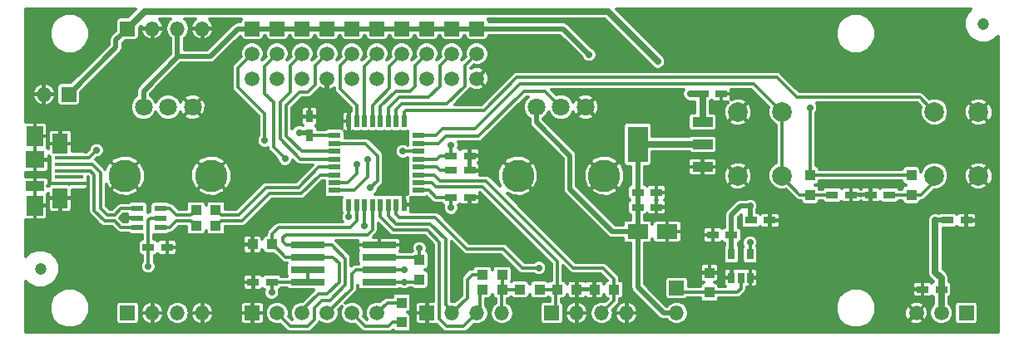
<source format=gbr>
G04 #@! TF.GenerationSoftware,KiCad,Pcbnew,(5.0.0)*
G04 #@! TF.CreationDate,2019-10-15T14:43:01+03:00*
G04 #@! TF.ProjectId,RDC2-0051,524443322D303035312E6B696361645F,rev?*
G04 #@! TF.SameCoordinates,Original*
G04 #@! TF.FileFunction,Copper,L1,Top,Signal*
G04 #@! TF.FilePolarity,Positive*
%FSLAX46Y46*%
G04 Gerber Fmt 4.6, Leading zero omitted, Abs format (unit mm)*
G04 Created by KiCad (PCBNEW (5.0.0)) date 10/15/19 14:43:01*
%MOMM*%
%LPD*%
G01*
G04 APERTURE LIST*
G04 #@! TA.AperFunction,BGAPad,CuDef*
%ADD10C,1.200000*%
G04 #@! TD*
G04 #@! TA.AperFunction,SMDPad,CuDef*
%ADD11R,3.500000X0.650000*%
G04 #@! TD*
G04 #@! TA.AperFunction,ComponentPad*
%ADD12C,3.300000*%
G04 #@! TD*
G04 #@! TA.AperFunction,ComponentPad*
%ADD13C,1.800000*%
G04 #@! TD*
G04 #@! TA.AperFunction,ComponentPad*
%ADD14R,1.500000X1.500000*%
G04 #@! TD*
G04 #@! TA.AperFunction,ComponentPad*
%ADD15C,1.500000*%
G04 #@! TD*
G04 #@! TA.AperFunction,SMDPad,CuDef*
%ADD16R,3.000000X0.450000*%
G04 #@! TD*
G04 #@! TA.AperFunction,SMDPad,CuDef*
%ADD17R,1.550000X2.000000*%
G04 #@! TD*
G04 #@! TA.AperFunction,SMDPad,CuDef*
%ADD18R,1.700000X2.000000*%
G04 #@! TD*
G04 #@! TA.AperFunction,SMDPad,CuDef*
%ADD19R,1.900000X1.800000*%
G04 #@! TD*
G04 #@! TA.AperFunction,SMDPad,CuDef*
%ADD20R,1.900000X1.000000*%
G04 #@! TD*
G04 #@! TA.AperFunction,ComponentPad*
%ADD21C,2.000000*%
G04 #@! TD*
G04 #@! TA.AperFunction,SMDPad,CuDef*
%ADD22R,1.200000X0.600000*%
G04 #@! TD*
G04 #@! TA.AperFunction,SMDPad,CuDef*
%ADD23R,0.600000X1.200000*%
G04 #@! TD*
G04 #@! TA.AperFunction,SMDPad,CuDef*
%ADD24R,1.200000X0.750000*%
G04 #@! TD*
G04 #@! TA.AperFunction,SMDPad,CuDef*
%ADD25R,0.750000X1.200000*%
G04 #@! TD*
G04 #@! TA.AperFunction,SMDPad,CuDef*
%ADD26R,2.100000X1.500000*%
G04 #@! TD*
G04 #@! TA.AperFunction,SMDPad,CuDef*
%ADD27R,2.032000X3.657600*%
G04 #@! TD*
G04 #@! TA.AperFunction,SMDPad,CuDef*
%ADD28R,2.032000X1.016000*%
G04 #@! TD*
G04 #@! TA.AperFunction,SMDPad,CuDef*
%ADD29R,0.700000X1.100000*%
G04 #@! TD*
G04 #@! TA.AperFunction,SMDPad,CuDef*
%ADD30R,1.100000X1.000000*%
G04 #@! TD*
G04 #@! TA.AperFunction,SMDPad,CuDef*
%ADD31R,1.000000X1.100000*%
G04 #@! TD*
G04 #@! TA.AperFunction,ComponentPad*
%ADD32O,1.500000X1.500000*%
G04 #@! TD*
G04 #@! TA.AperFunction,ViaPad*
%ADD33C,0.700000*%
G04 #@! TD*
G04 #@! TA.AperFunction,Conductor*
%ADD34C,0.300000*%
G04 #@! TD*
G04 #@! TA.AperFunction,Conductor*
%ADD35C,0.500000*%
G04 #@! TD*
G04 #@! TA.AperFunction,Conductor*
%ADD36C,0.700000*%
G04 #@! TD*
G04 APERTURE END LIST*
D10*
G04 #@! TO.P,REF\002A\002A,1*
G04 #@! TO.N,N/C*
X198000000Y-68000000D03*
G04 #@! TD*
G04 #@! TO.P,REF\002A\002A,1*
G04 #@! TO.N,N/C*
X102000000Y-93000000D03*
G04 #@! TD*
D11*
G04 #@! TO.P,DD3,1*
G04 #@! TO.N,SPI1_NSS2*
X136500000Y-94355000D03*
G04 #@! TO.P,DD3,2*
G04 #@! TO.N,SPI1_MISO*
X136500000Y-93085000D03*
G04 #@! TO.P,DD3,3*
G04 #@! TO.N,VDD*
X136500000Y-91815000D03*
G04 #@! TO.P,DD3,4*
G04 #@! TO.N,GND*
X136500000Y-90545000D03*
G04 #@! TO.P,DD3,5*
G04 #@! TO.N,SPI1_MOSI*
X129200000Y-90545000D03*
G04 #@! TO.P,DD3,6*
G04 #@! TO.N,SPI1_SCK*
X129200000Y-91815000D03*
G04 #@! TO.P,DD3,7*
G04 #@! TO.N,VDD*
X129200000Y-93085000D03*
G04 #@! TO.P,DD3,8*
X129200000Y-94355000D03*
G04 #@! TD*
D12*
G04 #@! TO.P,R8,4*
G04 #@! TO.N,GND*
X159400000Y-83500000D03*
X150600000Y-83500000D03*
D13*
G04 #@! TO.P,R8,3*
X157500000Y-76500000D03*
G04 #@! TO.P,R8,1*
G04 #@! TO.N,VDD*
X152500000Y-76500000D03*
G04 #@! TO.P,R8,2*
G04 #@! TO.N,AIN2*
X155000000Y-76500000D03*
G04 #@! TD*
D12*
G04 #@! TO.P,R7,4*
G04 #@! TO.N,GND*
X119400000Y-83500000D03*
X110600000Y-83500000D03*
D13*
G04 #@! TO.P,R7,3*
X117500000Y-76500000D03*
G04 #@! TO.P,R7,1*
G04 #@! TO.N,VDD*
X112500000Y-76500000D03*
G04 #@! TO.P,R7,2*
G04 #@! TO.N,AIN1*
X115000000Y-76500000D03*
G04 #@! TD*
D14*
G04 #@! TO.P,XP2,1*
G04 #@! TO.N,LED_OUT*
X196240000Y-97500000D03*
D15*
G04 #@! TO.P,XP2,2*
G04 #@! TO.N,5V*
X193700000Y-97500000D03*
G04 #@! TO.P,XP2,3*
G04 #@! TO.N,GND*
X191160000Y-97500000D03*
G04 #@! TD*
D16*
G04 #@! TO.P,XS1,1*
G04 #@! TO.N,5V*
X104900000Y-81700000D03*
G04 #@! TO.P,XS1,2*
G04 #@! TO.N,Net-(VD1-Pad1)*
X104900000Y-82350000D03*
G04 #@! TO.P,XS1,3*
G04 #@! TO.N,Net-(VD1-Pad3)*
X104900000Y-83000000D03*
G04 #@! TO.P,XS1,4*
G04 #@! TO.N,Net-(XS1-Pad4)*
X104900000Y-83650000D03*
G04 #@! TO.P,XS1,5*
G04 #@! TO.N,GND*
X104900000Y-84300000D03*
D17*
G04 #@! TO.P,XS1,6*
X104020000Y-80230000D03*
X104020000Y-85770000D03*
D18*
X101450000Y-79450000D03*
X101450000Y-86550000D03*
D19*
X101450000Y-81850000D03*
D20*
X101450000Y-84550000D03*
G04 #@! TD*
D21*
G04 #@! TO.P,SW1,1*
G04 #@! TO.N,KEY_1*
X177500000Y-77000000D03*
G04 #@! TO.P,SW1,2*
G04 #@! TO.N,GND*
X173000000Y-77000000D03*
G04 #@! TO.P,SW1,1*
G04 #@! TO.N,KEY_1*
X177500000Y-83500000D03*
G04 #@! TO.P,SW1,2*
G04 #@! TO.N,GND*
X173000000Y-83500000D03*
G04 #@! TD*
G04 #@! TO.P,SW2,2*
G04 #@! TO.N,GND*
X197500000Y-77000000D03*
G04 #@! TO.P,SW2,1*
G04 #@! TO.N,KEY_2*
X193000000Y-77000000D03*
G04 #@! TO.P,SW2,2*
G04 #@! TO.N,GND*
X197500000Y-83500000D03*
G04 #@! TO.P,SW2,1*
G04 #@! TO.N,KEY_2*
X193000000Y-83500000D03*
G04 #@! TD*
D22*
G04 #@! TO.P,DD2,1*
G04 #@! TO.N,VDD*
X140450000Y-85000000D03*
G04 #@! TO.P,DD2,2*
G04 #@! TO.N,DSP_MUTE*
X140450000Y-84200000D03*
G04 #@! TO.P,DD2,3*
G04 #@! TO.N,DSP_RST*
X140450000Y-83400000D03*
G04 #@! TO.P,DD2,4*
G04 #@! TO.N,RST*
X140450000Y-82600000D03*
G04 #@! TO.P,DD2,5*
G04 #@! TO.N,VDD*
X140450000Y-81800000D03*
G04 #@! TO.P,DD2,6*
G04 #@! TO.N,AIN1*
X140450000Y-81000000D03*
G04 #@! TO.P,DD2,7*
G04 #@! TO.N,AIN2*
X140450000Y-80200000D03*
G04 #@! TO.P,DD2,8*
G04 #@! TO.N,KEY_1*
X140450000Y-79400000D03*
D23*
G04 #@! TO.P,DD2,9*
G04 #@! TO.N,KEY_2*
X139000000Y-77950000D03*
G04 #@! TO.P,DD2,10*
G04 #@! TO.N,GPIO0\005CSPI_CS*
X138200000Y-77950000D03*
G04 #@! TO.P,DD2,11*
G04 #@! TO.N,GPIO1\005CSPI_SCK*
X137400000Y-77950000D03*
G04 #@! TO.P,DD2,12*
G04 #@! TO.N,GPIO2\005CSPI_MISO*
X136600000Y-77950000D03*
G04 #@! TO.P,DD2,13*
G04 #@! TO.N,GPIO3\005CSPI_MOSI*
X135800000Y-77950000D03*
G04 #@! TO.P,DD2,14*
G04 #@! TO.N,GPIO4*
X135000000Y-77950000D03*
G04 #@! TO.P,DD2,15*
G04 #@! TO.N,GPIO5*
X134200000Y-77950000D03*
G04 #@! TO.P,DD2,16*
G04 #@! TO.N,GND*
X133400000Y-77950000D03*
D22*
G04 #@! TO.P,DD2,17*
G04 #@! TO.N,VDD*
X131950000Y-79400000D03*
G04 #@! TO.P,DD2,18*
G04 #@! TO.N,SPI1_NSS2*
X131950000Y-80200000D03*
G04 #@! TO.P,DD2,19*
G04 #@! TO.N,GPIO6\005CI2C_SCL*
X131950000Y-81000000D03*
G04 #@! TO.P,DD2,20*
G04 #@! TO.N,GPIO7\005CI2C_SDA*
X131950000Y-81800000D03*
G04 #@! TO.P,DD2,21*
G04 #@! TO.N,Net-(DD2-Pad21)*
X131950000Y-82600000D03*
G04 #@! TO.P,DD2,22*
G04 #@! TO.N,Net-(DD2-Pad22)*
X131950000Y-83400000D03*
G04 #@! TO.P,DD2,23*
G04 #@! TO.N,GPIO8\005CSWDIO*
X131950000Y-84200000D03*
G04 #@! TO.P,DD2,24*
G04 #@! TO.N,GPIO9\005CSWCLK*
X131950000Y-85000000D03*
D23*
G04 #@! TO.P,DD2,25*
G04 #@! TO.N,SPI1_NSS1*
X133400000Y-86450000D03*
G04 #@! TO.P,DD2,26*
G04 #@! TO.N,SPI1_SCK*
X134200000Y-86450000D03*
G04 #@! TO.P,DD2,27*
G04 #@! TO.N,SPI1_MISO*
X135000000Y-86450000D03*
G04 #@! TO.P,DD2,28*
G04 #@! TO.N,SPI1_MOSI*
X135800000Y-86450000D03*
G04 #@! TO.P,DD2,29*
G04 #@! TO.N,I2C1_SCL*
X136600000Y-86450000D03*
G04 #@! TO.P,DD2,30*
G04 #@! TO.N,I2C1_SDA*
X137400000Y-86450000D03*
G04 #@! TO.P,DD2,31*
G04 #@! TO.N,Pixel*
X138200000Y-86450000D03*
G04 #@! TO.P,DD2,32*
G04 #@! TO.N,GND*
X139000000Y-86450000D03*
G04 #@! TD*
D24*
G04 #@! TO.P,C1,2*
G04 #@! TO.N,GND*
X171300000Y-75150000D03*
G04 #@! TO.P,C1,1*
G04 #@! TO.N,5V*
X169400000Y-75150000D03*
G04 #@! TD*
G04 #@! TO.P,C2,2*
G04 #@! TO.N,GND*
X164700000Y-85200000D03*
G04 #@! TO.P,C2,1*
G04 #@! TO.N,VDD*
X162800000Y-85200000D03*
G04 #@! TD*
G04 #@! TO.P,C3,1*
G04 #@! TO.N,VDD*
X162800000Y-86700000D03*
G04 #@! TO.P,C3,2*
G04 #@! TO.N,GND*
X164700000Y-86700000D03*
G04 #@! TD*
G04 #@! TO.P,C4,2*
G04 #@! TO.N,GND*
X145700000Y-82950000D03*
G04 #@! TO.P,C4,1*
G04 #@! TO.N,RST*
X143800000Y-82950000D03*
G04 #@! TD*
G04 #@! TO.P,C5,2*
G04 #@! TO.N,GND*
X176250000Y-88050000D03*
G04 #@! TO.P,C5,1*
G04 #@! TO.N,5V*
X174350000Y-88050000D03*
G04 #@! TD*
G04 #@! TO.P,C6,1*
G04 #@! TO.N,5V*
X194350000Y-88050000D03*
G04 #@! TO.P,C6,2*
G04 #@! TO.N,GND*
X196250000Y-88050000D03*
G04 #@! TD*
G04 #@! TO.P,C7,1*
G04 #@! TO.N,VDD*
X143800000Y-85700000D03*
G04 #@! TO.P,C7,2*
G04 #@! TO.N,GND*
X145700000Y-85700000D03*
G04 #@! TD*
G04 #@! TO.P,C8,2*
G04 #@! TO.N,GND*
X145700000Y-81450000D03*
G04 #@! TO.P,C8,1*
G04 #@! TO.N,VDD*
X143800000Y-81450000D03*
G04 #@! TD*
D25*
G04 #@! TO.P,C9,2*
G04 #@! TO.N,GND*
X129400000Y-77450000D03*
G04 #@! TO.P,C9,1*
G04 #@! TO.N,VDD*
X129400000Y-79350000D03*
G04 #@! TD*
D26*
G04 #@! TO.P,C10,2*
G04 #@! TO.N,GND*
X165800000Y-89200000D03*
G04 #@! TO.P,C10,1*
G04 #@! TO.N,VDD*
X162800000Y-89200000D03*
G04 #@! TD*
D24*
G04 #@! TO.P,C11,1*
G04 #@! TO.N,5V*
X193700000Y-95100000D03*
G04 #@! TO.P,C11,2*
G04 #@! TO.N,GND*
X191800000Y-95100000D03*
G04 #@! TD*
G04 #@! TO.P,C12,1*
G04 #@! TO.N,5V*
X113000000Y-90800000D03*
G04 #@! TO.P,C12,2*
G04 #@! TO.N,GND*
X114900000Y-90800000D03*
G04 #@! TD*
G04 #@! TO.P,C13,1*
G04 #@! TO.N,VDD*
X125550000Y-94350000D03*
G04 #@! TO.P,C13,2*
G04 #@! TO.N,GND*
X123650000Y-94350000D03*
G04 #@! TD*
G04 #@! TO.P,C14,2*
G04 #@! TO.N,GND*
X184500000Y-85450000D03*
G04 #@! TO.P,C14,1*
G04 #@! TO.N,KEY_1*
X182600000Y-85450000D03*
G04 #@! TD*
G04 #@! TO.P,C15,1*
G04 #@! TO.N,KEY_2*
X188400000Y-85450000D03*
G04 #@! TO.P,C15,2*
G04 #@! TO.N,GND*
X186500000Y-85450000D03*
G04 #@! TD*
D27*
G04 #@! TO.P,DA1,4*
G04 #@! TO.N,VDD*
X162798000Y-80300000D03*
D28*
G04 #@! TO.P,DA1,2*
X169402000Y-80300000D03*
G04 #@! TO.P,DA1,3*
G04 #@! TO.N,5V*
X169402000Y-78014000D03*
G04 #@! TO.P,DA1,1*
G04 #@! TO.N,GND*
X169402000Y-82586000D03*
G04 #@! TD*
D29*
G04 #@! TO.P,DD1,1*
G04 #@! TO.N,GND*
X172350000Y-93900000D03*
G04 #@! TO.P,DD1,2*
G04 #@! TO.N,Pixel*
X173300000Y-93900000D03*
G04 #@! TO.P,DD1,3*
G04 #@! TO.N,GND*
X174250000Y-93900000D03*
G04 #@! TO.P,DD1,4*
G04 #@! TO.N,Net-(DD1-Pad4)*
X174250000Y-91500000D03*
G04 #@! TO.P,DD1,5*
G04 #@! TO.N,5V*
X172350000Y-91500000D03*
G04 #@! TD*
D30*
G04 #@! TO.P,R1,2*
G04 #@! TO.N,VDD*
X150800000Y-95100000D03*
G04 #@! TO.P,R1,1*
G04 #@! TO.N,DSP_MUTE*
X152800000Y-95100000D03*
G04 #@! TD*
G04 #@! TO.P,R2,1*
G04 #@! TO.N,DSP_MUTE*
X154600000Y-95100000D03*
G04 #@! TO.P,R2,2*
G04 #@! TO.N,GND*
X156600000Y-95100000D03*
G04 #@! TD*
D31*
G04 #@! TO.P,R3,2*
G04 #@! TO.N,GND*
X170100000Y-93400000D03*
G04 #@! TO.P,R3,1*
G04 #@! TO.N,Pixel*
X170100000Y-95400000D03*
G04 #@! TD*
D30*
G04 #@! TO.P,R4,1*
G04 #@! TO.N,Net-(DD2-Pad21)*
X119850000Y-87000000D03*
G04 #@! TO.P,R4,2*
G04 #@! TO.N,USB_DM*
X117850000Y-87000000D03*
G04 #@! TD*
G04 #@! TO.P,R5,2*
G04 #@! TO.N,USB_DP*
X117850000Y-88600000D03*
G04 #@! TO.P,R5,1*
G04 #@! TO.N,Net-(DD2-Pad22)*
X119850000Y-88600000D03*
G04 #@! TD*
D31*
G04 #@! TO.P,R6,1*
G04 #@! TO.N,VDD*
X140600000Y-92100000D03*
G04 #@! TO.P,R6,2*
G04 #@! TO.N,SPI1_NSS2*
X140600000Y-94100000D03*
G04 #@! TD*
G04 #@! TO.P,R9,2*
G04 #@! TO.N,KEY_1*
X180350000Y-85450000D03*
G04 #@! TO.P,R9,1*
G04 #@! TO.N,VDD*
X180350000Y-83450000D03*
G04 #@! TD*
G04 #@! TO.P,R10,2*
G04 #@! TO.N,KEY_2*
X190650000Y-85450000D03*
G04 #@! TO.P,R10,1*
G04 #@! TO.N,VDD*
X190650000Y-83450000D03*
G04 #@! TD*
D30*
G04 #@! TO.P,R11,1*
G04 #@! TO.N,GND*
X123600000Y-90500000D03*
G04 #@! TO.P,R11,2*
G04 #@! TO.N,SPI1_SCK*
X125600000Y-90500000D03*
G04 #@! TD*
D31*
G04 #@! TO.P,R12,1*
G04 #@! TO.N,VDD*
X138800000Y-96450000D03*
G04 #@! TO.P,R12,2*
G04 #@! TO.N,SPI1_NSS1*
X138800000Y-98450000D03*
G04 #@! TD*
D30*
G04 #@! TO.P,R13,2*
G04 #@! TO.N,VDD*
X149000000Y-95100000D03*
G04 #@! TO.P,R13,1*
G04 #@! TO.N,I2C1_SCL*
X147000000Y-95100000D03*
G04 #@! TD*
G04 #@! TO.P,R14,1*
G04 #@! TO.N,I2C1_SDA*
X147000000Y-93600000D03*
G04 #@! TO.P,R14,2*
G04 #@! TO.N,VDD*
X149000000Y-93600000D03*
G04 #@! TD*
D22*
G04 #@! TO.P,VD1,1*
G04 #@! TO.N,Net-(VD1-Pad1)*
X111900000Y-86850000D03*
G04 #@! TO.P,VD1,2*
G04 #@! TO.N,GND*
X111900000Y-87800000D03*
G04 #@! TO.P,VD1,3*
G04 #@! TO.N,Net-(VD1-Pad3)*
X111900000Y-88750000D03*
G04 #@! TO.P,VD1,6*
G04 #@! TO.N,USB_DM*
X114200000Y-86850000D03*
G04 #@! TO.P,VD1,5*
G04 #@! TO.N,5V*
X114200000Y-87800000D03*
G04 #@! TO.P,VD1,4*
G04 #@! TO.N,USB_DP*
X114200000Y-88750000D03*
G04 #@! TD*
D14*
G04 #@! TO.P,XP1,1*
G04 #@! TO.N,Pixel*
X166760000Y-94960000D03*
D32*
G04 #@! TO.P,XP1,2*
G04 #@! TO.N,VDD*
X166760000Y-97500000D03*
G04 #@! TD*
G04 #@! TO.P,XP3,2*
G04 #@! TO.N,GND*
X102360000Y-75200000D03*
D14*
G04 #@! TO.P,XP3,1*
G04 #@! TO.N,5V*
X104900000Y-75200000D03*
G04 #@! TD*
G04 #@! TO.P,XP4,1*
G04 #@! TO.N,5V*
X110880000Y-97500000D03*
D32*
G04 #@! TO.P,XP4,2*
G04 #@! TO.N,GND*
X113420000Y-97500000D03*
G04 #@! TO.P,XP4,3*
G04 #@! TO.N,VDD*
X115960000Y-97500000D03*
G04 #@! TO.P,XP4,4*
G04 #@! TO.N,GND*
X118500000Y-97500000D03*
G04 #@! TD*
D14*
G04 #@! TO.P,XP6,1*
G04 #@! TO.N,GND*
X141360000Y-97500000D03*
D32*
G04 #@! TO.P,XP6,2*
G04 #@! TO.N,I2C1_SDA*
X143900000Y-97500000D03*
G04 #@! TO.P,XP6,3*
G04 #@! TO.N,I2C1_SCL*
X146440000Y-97500000D03*
G04 #@! TO.P,XP6,4*
G04 #@! TO.N,VDD*
X148980000Y-97500000D03*
G04 #@! TD*
G04 #@! TO.P,XP7,4*
G04 #@! TO.N,GND*
X161680000Y-97500000D03*
G04 #@! TO.P,XP7,3*
G04 #@! TO.N,DSP_RST*
X159140000Y-97500000D03*
G04 #@! TO.P,XP7,2*
G04 #@! TO.N,GND*
X156600000Y-97500000D03*
D14*
G04 #@! TO.P,XP7,1*
G04 #@! TO.N,DSP_MUTE*
X154060000Y-97500000D03*
G04 #@! TD*
D32*
G04 #@! TO.P,XP8,4*
G04 #@! TO.N,GND*
X118500000Y-68500000D03*
G04 #@! TO.P,XP8,3*
G04 #@! TO.N,VDD*
X115960000Y-68500000D03*
G04 #@! TO.P,XP8,2*
G04 #@! TO.N,GND*
X113420000Y-68500000D03*
D14*
G04 #@! TO.P,XP8,1*
G04 #@! TO.N,5V*
X110880000Y-68500000D03*
G04 #@! TD*
G04 #@! TO.P,XP11,1*
G04 #@! TO.N,VDD*
X146440000Y-68500000D03*
D15*
G04 #@! TO.P,XP11,2*
G04 #@! TO.N,GPIO0\005CSPI_CS*
X146440000Y-71040000D03*
G04 #@! TO.P,XP11,3*
G04 #@! TO.N,GND*
X146440000Y-73580000D03*
G04 #@! TD*
G04 #@! TO.P,XP12,3*
G04 #@! TO.N,GND*
X143900000Y-73580000D03*
G04 #@! TO.P,XP12,2*
G04 #@! TO.N,GPIO1\005CSPI_SCK*
X143900000Y-71040000D03*
D14*
G04 #@! TO.P,XP12,1*
G04 #@! TO.N,VDD*
X143900000Y-68500000D03*
G04 #@! TD*
D15*
G04 #@! TO.P,XP13,3*
G04 #@! TO.N,GND*
X141360000Y-73580000D03*
G04 #@! TO.P,XP13,2*
G04 #@! TO.N,GPIO2\005CSPI_MISO*
X141360000Y-71040000D03*
D14*
G04 #@! TO.P,XP13,1*
G04 #@! TO.N,VDD*
X141360000Y-68500000D03*
G04 #@! TD*
D15*
G04 #@! TO.P,XP14,3*
G04 #@! TO.N,GND*
X138820000Y-73580000D03*
G04 #@! TO.P,XP14,2*
G04 #@! TO.N,GPIO3\005CSPI_MOSI*
X138820000Y-71040000D03*
D14*
G04 #@! TO.P,XP14,1*
G04 #@! TO.N,VDD*
X138820000Y-68500000D03*
G04 #@! TD*
G04 #@! TO.P,XP15,1*
G04 #@! TO.N,VDD*
X136280000Y-68500000D03*
D15*
G04 #@! TO.P,XP15,2*
G04 #@! TO.N,GPIO4*
X136280000Y-71040000D03*
G04 #@! TO.P,XP15,3*
G04 #@! TO.N,GND*
X136280000Y-73580000D03*
G04 #@! TD*
G04 #@! TO.P,XP16,3*
G04 #@! TO.N,GND*
X133740000Y-73580000D03*
G04 #@! TO.P,XP16,2*
G04 #@! TO.N,GPIO5*
X133740000Y-71040000D03*
D14*
G04 #@! TO.P,XP16,1*
G04 #@! TO.N,VDD*
X133740000Y-68500000D03*
G04 #@! TD*
G04 #@! TO.P,XP17,1*
G04 #@! TO.N,VDD*
X131200000Y-68500000D03*
D15*
G04 #@! TO.P,XP17,2*
G04 #@! TO.N,GPIO6\005CI2C_SCL*
X131200000Y-71040000D03*
G04 #@! TO.P,XP17,3*
G04 #@! TO.N,GND*
X131200000Y-73580000D03*
G04 #@! TD*
G04 #@! TO.P,XP18,3*
G04 #@! TO.N,GND*
X128660000Y-73580000D03*
G04 #@! TO.P,XP18,2*
G04 #@! TO.N,GPIO7\005CI2C_SDA*
X128660000Y-71040000D03*
D14*
G04 #@! TO.P,XP18,1*
G04 #@! TO.N,VDD*
X128660000Y-68500000D03*
G04 #@! TD*
G04 #@! TO.P,XP19,1*
G04 #@! TO.N,VDD*
X126120000Y-68500000D03*
D15*
G04 #@! TO.P,XP19,2*
G04 #@! TO.N,GPIO8\005CSWDIO*
X126120000Y-71040000D03*
G04 #@! TO.P,XP19,3*
G04 #@! TO.N,GND*
X126120000Y-73580000D03*
G04 #@! TD*
D14*
G04 #@! TO.P,XP20,1*
G04 #@! TO.N,VDD*
X123580000Y-68500000D03*
D15*
G04 #@! TO.P,XP20,2*
G04 #@! TO.N,GPIO9\005CSWCLK*
X123580000Y-71040000D03*
G04 #@! TO.P,XP20,3*
G04 #@! TO.N,GND*
X123580000Y-73580000D03*
G04 #@! TD*
D14*
G04 #@! TO.P,XP5,1*
G04 #@! TO.N,GND*
X123580000Y-97500000D03*
D15*
G04 #@! TO.P,XP5,2*
G04 #@! TO.N,SPI1_MOSI*
X126120000Y-97500000D03*
G04 #@! TO.P,XP5,3*
G04 #@! TO.N,SPI1_SCK*
X128660000Y-97500000D03*
G04 #@! TO.P,XP5,4*
G04 #@! TO.N,SPI1_MISO*
X131200000Y-97500000D03*
G04 #@! TO.P,XP5,5*
G04 #@! TO.N,SPI1_NSS1*
X133740000Y-97500000D03*
G04 #@! TO.P,XP5,6*
G04 #@! TO.N,VDD*
X136280000Y-97500000D03*
G04 #@! TD*
D24*
G04 #@! TO.P,C16,2*
G04 #@! TO.N,GND*
X170450000Y-89550000D03*
G04 #@! TO.P,C16,1*
G04 #@! TO.N,5V*
X172350000Y-89550000D03*
G04 #@! TD*
D30*
G04 #@! TO.P,R15,2*
G04 #@! TO.N,GND*
X158400000Y-95100000D03*
G04 #@! TO.P,R15,1*
G04 #@! TO.N,DSP_RST*
X160400000Y-95100000D03*
G04 #@! TD*
D33*
G04 #@! TO.N,5V*
X193100000Y-88050000D03*
X168150000Y-75150000D03*
X113000000Y-92750000D03*
X107750000Y-80900000D03*
X174250000Y-86600000D03*
X164850000Y-71850000D03*
G04 #@! TO.N,GND*
X101000000Y-67000000D03*
X101000000Y-72000000D03*
X110650000Y-87800000D03*
X128150000Y-77450000D03*
X133700000Y-90500000D03*
X156600000Y-93850000D03*
X158400000Y-93850000D03*
X186500000Y-84400000D03*
X184500000Y-84400000D03*
X106050000Y-85750000D03*
X109000000Y-73000000D03*
X112500000Y-73000000D03*
X116500000Y-73000000D03*
X120500000Y-73000000D03*
X121000000Y-68000000D03*
X107500000Y-78000000D03*
X112000000Y-80000000D03*
X117000000Y-80000000D03*
X122500000Y-80000000D03*
X115000000Y-83500000D03*
X116000000Y-86000000D03*
X121500000Y-86000000D03*
X125500000Y-83500000D03*
X128900000Y-82700000D03*
X101000000Y-89500000D03*
X101000000Y-99000000D03*
X101000000Y-95000000D03*
X108500000Y-99000000D03*
X104000000Y-88500000D03*
X107000000Y-88500000D03*
X107000000Y-91500000D03*
X110000000Y-94500000D03*
X110000000Y-91500000D03*
X115000000Y-94500000D03*
X121500000Y-94500000D03*
X121500000Y-91000000D03*
X117000000Y-91000000D03*
X125000000Y-92500000D03*
X123500000Y-89000000D03*
X126000000Y-86500000D03*
X128000000Y-87500000D03*
X131500000Y-87500000D03*
X130000000Y-86500000D03*
X119000000Y-92500000D03*
X120500000Y-76500000D03*
X123000000Y-77000000D03*
X130800000Y-77500000D03*
X132600000Y-76300000D03*
X130500000Y-75700000D03*
X136500000Y-80100000D03*
X138000000Y-80100000D03*
X138000000Y-84500000D03*
X138000000Y-82500000D03*
X140400000Y-86800000D03*
X145700000Y-87500000D03*
X148000000Y-87500000D03*
X145700000Y-89500000D03*
X150000000Y-89500000D03*
X152000000Y-91500000D03*
X144300000Y-91500000D03*
X144300000Y-95000000D03*
X148000000Y-92000000D03*
X121000000Y-97500000D03*
X135000000Y-95800000D03*
X145700000Y-80400000D03*
X153200000Y-80400000D03*
X150300000Y-80400000D03*
X154800000Y-81900000D03*
X154800000Y-86000000D03*
X154800000Y-90000000D03*
X159400000Y-91800000D03*
X159400000Y-90100000D03*
X156000000Y-79000000D03*
X159000000Y-79000000D03*
X149000000Y-69700000D03*
X154700000Y-69700000D03*
X149000000Y-72300000D03*
X154700000Y-72300000D03*
X145000000Y-75900000D03*
X156400000Y-68000000D03*
X159300000Y-68000000D03*
X161000000Y-69700000D03*
X158000000Y-69700000D03*
X159300000Y-72000000D03*
X162700000Y-72000000D03*
X160000000Y-75500000D03*
X165500000Y-75500000D03*
X165000000Y-83500000D03*
X167000000Y-86000000D03*
X168500000Y-89500000D03*
X166000000Y-91500000D03*
X170500000Y-88000000D03*
X170000000Y-91500000D03*
X164000000Y-94000000D03*
X176000000Y-80000000D03*
X165000000Y-67000000D03*
X180000000Y-67000000D03*
X170000000Y-67000000D03*
X175000000Y-67000000D03*
X175000000Y-72000000D03*
X180000000Y-72000000D03*
X170000000Y-72000000D03*
X190000000Y-72000000D03*
X190000000Y-67000000D03*
X195000000Y-67000000D03*
X195000000Y-72000000D03*
X199000000Y-72000000D03*
X185000000Y-74000000D03*
X183000000Y-77000000D03*
X190000000Y-77000000D03*
X183000000Y-82000000D03*
X188000000Y-82000000D03*
X187000000Y-79500000D03*
X195000000Y-80500000D03*
X199000000Y-89000000D03*
X199000000Y-99000000D03*
X199000000Y-94000000D03*
X195500000Y-91500000D03*
X196500000Y-94000000D03*
X184500000Y-86500000D03*
X186500000Y-86500000D03*
X191500000Y-91000000D03*
X191500000Y-93500000D03*
X187500000Y-93500000D03*
X185000000Y-91000000D03*
X180000000Y-91000000D03*
X180000000Y-95000000D03*
X180000000Y-99000000D03*
X175000000Y-99000000D03*
X170000000Y-99000000D03*
X176000000Y-95000000D03*
X172500000Y-97000000D03*
G04 #@! TO.N,VDD*
X140600000Y-90900000D03*
X128350000Y-79100000D03*
X143800000Y-86750000D03*
X143800000Y-80400000D03*
X180350000Y-76550000D03*
X125550000Y-95400000D03*
X157850000Y-71150000D03*
G04 #@! TO.N,AIN1*
X138900000Y-81000000D03*
G04 #@! TO.N,SPI1_MISO*
X139050000Y-93100000D03*
X134950000Y-88600000D03*
G04 #@! TO.N,SPI1_NSS1*
X133400000Y-87700000D03*
G04 #@! TO.N,Pixel*
X152750000Y-92900000D03*
G04 #@! TO.N,Net-(DD1-Pad4)*
X174250000Y-90300000D03*
G04 #@! TO.N,SPI1_NSS2*
X139050000Y-94350000D03*
X135600000Y-84750000D03*
G04 #@! TO.N,GPIO8\005CSWDIO*
X126900000Y-81750000D03*
X134250000Y-82300000D03*
G04 #@! TO.N,GPIO9\005CSWCLK*
X135350000Y-81850000D03*
X124850000Y-79900000D03*
G04 #@! TD*
D34*
G04 #@! TO.N,5V*
X113200000Y-87800000D02*
X114200000Y-87800000D01*
X112950000Y-88050000D02*
X113200000Y-87800000D01*
X113000000Y-90800000D02*
X112950000Y-90750000D01*
X112950000Y-90750000D02*
X112950000Y-88050000D01*
D35*
X194350000Y-88050000D02*
X193100000Y-88050000D01*
D36*
X193700000Y-95100000D02*
X193700000Y-97500000D01*
X169400000Y-78012000D02*
X169402000Y-78014000D01*
X169400000Y-75150000D02*
X169400000Y-78012000D01*
X169400000Y-75150000D02*
X168150000Y-75150000D01*
D35*
X172350000Y-91500000D02*
X172350000Y-89550000D01*
X109700000Y-70400000D02*
X104900000Y-75200000D01*
X110880000Y-68500000D02*
X109700000Y-69680000D01*
X109700000Y-69680000D02*
X109700000Y-70400000D01*
D34*
X113000000Y-90800000D02*
X113000000Y-92750000D01*
X104900000Y-81700000D02*
X106950000Y-81700000D01*
X106950000Y-81700000D02*
X107750000Y-80900000D01*
D36*
X193700000Y-93950000D02*
X193700000Y-95100000D01*
X193100000Y-88050000D02*
X193100000Y-93350000D01*
X193100000Y-93350000D02*
X193700000Y-93950000D01*
D35*
X174250000Y-87950000D02*
X174350000Y-88050000D01*
X174250000Y-86600000D02*
X174250000Y-87950000D01*
X172350000Y-88800000D02*
X172350000Y-89550000D01*
X172350000Y-87500000D02*
X172350000Y-88800000D01*
X174250000Y-86600000D02*
X173250000Y-86600000D01*
X173250000Y-86600000D02*
X172350000Y-87500000D01*
D36*
X112630000Y-66750000D02*
X110880000Y-68500000D01*
X159750000Y-66750000D02*
X112630000Y-66750000D01*
X164850000Y-71850000D02*
X159750000Y-66750000D01*
D34*
G04 #@! TO.N,GND*
X129400000Y-77450000D02*
X128350000Y-77450000D01*
X136500000Y-90545000D02*
X134105000Y-90545000D01*
X134105000Y-90545000D02*
X134100000Y-90550000D01*
X156600000Y-95100000D02*
X156600000Y-93850000D01*
X158400000Y-95100000D02*
X158400000Y-93850000D01*
X186500000Y-85450000D02*
X186500000Y-84400000D01*
X184500000Y-85450000D02*
X184500000Y-84400000D01*
X104020000Y-85770000D02*
X106030000Y-85770000D01*
X106030000Y-85770000D02*
X106050000Y-85750000D01*
X104900000Y-84300000D02*
X106850000Y-84300000D01*
X104900000Y-84300000D02*
X103000000Y-84300000D01*
D35*
X131200000Y-73580000D02*
X131200000Y-75300000D01*
D34*
G04 #@! TO.N,VDD*
X142700000Y-81450000D02*
X143800000Y-81450000D01*
X140450000Y-81800000D02*
X142350000Y-81800000D01*
X142350000Y-81800000D02*
X142700000Y-81450000D01*
D35*
X123580000Y-68500000D02*
X126120000Y-68500000D01*
X126120000Y-68500000D02*
X128660000Y-68500000D01*
X128660000Y-68500000D02*
X131200000Y-68500000D01*
X131200000Y-68500000D02*
X133740000Y-68500000D01*
X133740000Y-68500000D02*
X136280000Y-68500000D01*
X136280000Y-68500000D02*
X138820000Y-68500000D01*
X138820000Y-68500000D02*
X141360000Y-68500000D01*
X141360000Y-68500000D02*
X143900000Y-68500000D01*
X143900000Y-68500000D02*
X146440000Y-68500000D01*
D34*
X129450000Y-79400000D02*
X129400000Y-79350000D01*
X131950000Y-79400000D02*
X129450000Y-79400000D01*
X140315000Y-91815000D02*
X140600000Y-92100000D01*
X136500000Y-91815000D02*
X140315000Y-91815000D01*
X140600000Y-90900000D02*
X140600000Y-92100000D01*
X129195000Y-94350000D02*
X129200000Y-94355000D01*
X125550000Y-94350000D02*
X129195000Y-94350000D01*
X129200000Y-94355000D02*
X129200000Y-93085000D01*
X137330000Y-96450000D02*
X136280000Y-97500000D01*
X138800000Y-96450000D02*
X137330000Y-96450000D01*
X148980000Y-95120000D02*
X149000000Y-95100000D01*
X148980000Y-97500000D02*
X148980000Y-95120000D01*
X149000000Y-95100000D02*
X149000000Y-93600000D01*
X149000000Y-95100000D02*
X150800000Y-95100000D01*
X143800000Y-85700000D02*
X142250000Y-85700000D01*
X141550000Y-85000000D02*
X140450000Y-85000000D01*
X142250000Y-85700000D02*
X141550000Y-85000000D01*
X180350000Y-83450000D02*
X190650000Y-83450000D01*
X129400000Y-79350000D02*
X129300000Y-79250000D01*
X143800000Y-85700000D02*
X143800000Y-86750000D01*
X143800000Y-81450000D02*
X143800000Y-80400000D01*
D36*
X169402000Y-80300000D02*
X162798000Y-80300000D01*
D35*
X162798000Y-85198000D02*
X162800000Y-85200000D01*
X162798000Y-80300000D02*
X162798000Y-85198000D01*
X162800000Y-85200000D02*
X162800000Y-86700000D01*
X162800000Y-86700000D02*
X162800000Y-89200000D01*
X165450000Y-97500000D02*
X166760000Y-97500000D01*
X162800000Y-89200000D02*
X162800000Y-94850000D01*
X162800000Y-94850000D02*
X165450000Y-97500000D01*
X152500000Y-78050000D02*
X152500000Y-76500000D01*
X155900000Y-81450000D02*
X152500000Y-78050000D01*
X155900000Y-84850000D02*
X155900000Y-81450000D01*
X162800000Y-89200000D02*
X160250000Y-89200000D01*
X160250000Y-89200000D02*
X155900000Y-84850000D01*
X160250000Y-89200000D02*
X160250000Y-89200000D01*
D34*
X180350000Y-76550000D02*
X180350000Y-83450000D01*
D35*
X112500000Y-74850000D02*
X112500000Y-76500000D01*
X116000000Y-71350000D02*
X112500000Y-74850000D01*
X115960000Y-71310000D02*
X116000000Y-71350000D01*
X115960000Y-68500000D02*
X115960000Y-71310000D01*
D34*
X125550000Y-94350000D02*
X125550000Y-95400000D01*
D35*
X119300000Y-71350000D02*
X116000000Y-71350000D01*
X123580000Y-68500000D02*
X122150000Y-68500000D01*
X122150000Y-68500000D02*
X119300000Y-71350000D01*
X128400000Y-79100000D02*
X128350000Y-79150000D01*
X129400000Y-79350000D02*
X129150000Y-79100000D01*
X129150000Y-79100000D02*
X128400000Y-79100000D01*
X146440000Y-68500000D02*
X155200000Y-68500000D01*
X155200000Y-68500000D02*
X157850000Y-71150000D01*
D34*
G04 #@! TO.N,RST*
X142700000Y-82950000D02*
X143800000Y-82950000D01*
X140450000Y-82600000D02*
X142350000Y-82600000D01*
X142350000Y-82600000D02*
X142700000Y-82950000D01*
G04 #@! TO.N,KEY_1*
X182600000Y-85450000D02*
X180350000Y-85450000D01*
X177500000Y-83650000D02*
X177500000Y-83500000D01*
X180350000Y-85450000D02*
X179300000Y-85450000D01*
X179300000Y-85450000D02*
X177500000Y-83650000D01*
X174600000Y-74100000D02*
X177500000Y-77000000D01*
X150850000Y-74100000D02*
X174600000Y-74100000D01*
X150850000Y-74100000D02*
X146250000Y-78700000D01*
X146250000Y-78700000D02*
X142950000Y-78700000D01*
X142250000Y-79400000D02*
X140450000Y-79400000D01*
X142950000Y-78700000D02*
X142250000Y-79400000D01*
X177500000Y-83500000D02*
X177500000Y-77000000D01*
G04 #@! TO.N,KEY_2*
X188400000Y-85450000D02*
X190650000Y-85450000D01*
X193000000Y-84100000D02*
X193000000Y-83500000D01*
X190650000Y-85450000D02*
X191650000Y-85450000D01*
X191650000Y-85450000D02*
X193000000Y-84100000D01*
X191500000Y-75500000D02*
X193000000Y-77000000D01*
X179000000Y-75500000D02*
X191500000Y-75500000D01*
X139000000Y-77000000D02*
X139200000Y-76800000D01*
X139000000Y-77950000D02*
X139000000Y-77000000D01*
X139200000Y-76800000D02*
X147150000Y-76800000D01*
X147150000Y-76800000D02*
X150500000Y-73450000D01*
X150500000Y-73450000D02*
X176950000Y-73450000D01*
X176950000Y-73450000D02*
X179000000Y-75500000D01*
G04 #@! TO.N,AIN1*
X138900000Y-81000000D02*
X140450000Y-81000000D01*
G04 #@! TO.N,AIN2*
X153350000Y-74850000D02*
X155000000Y-76500000D01*
X151200000Y-74850000D02*
X153350000Y-74850000D01*
X146600000Y-79450000D02*
X151200000Y-74850000D01*
X143300000Y-79450000D02*
X146600000Y-79450000D01*
X140450000Y-80200000D02*
X142550000Y-80200000D01*
X142550000Y-80200000D02*
X143300000Y-79450000D01*
G04 #@! TO.N,USB_DM*
X115200000Y-86850000D02*
X114200000Y-86850000D01*
X115850000Y-87500000D02*
X115200000Y-86850000D01*
X117300000Y-87500000D02*
X115850000Y-87500000D01*
X117850000Y-87050000D02*
X117750000Y-87050000D01*
X117750000Y-87050000D02*
X117300000Y-87500000D01*
G04 #@! TO.N,USB_DP*
X115200000Y-88750000D02*
X114200000Y-88750000D01*
X115850000Y-88100000D02*
X115200000Y-88750000D01*
X117300000Y-88100000D02*
X115850000Y-88100000D01*
X117850000Y-88550000D02*
X117750000Y-88550000D01*
X117750000Y-88550000D02*
X117300000Y-88100000D01*
G04 #@! TO.N,Net-(VD1-Pad1)*
X109550000Y-87500000D02*
X108800000Y-87500000D01*
X108100000Y-86800000D02*
X108800000Y-87500000D01*
X108100000Y-83150000D02*
X108100000Y-86800000D01*
X105100000Y-82350000D02*
X107300000Y-82350000D01*
X109550000Y-87500000D02*
X110200000Y-86850000D01*
X107300000Y-82350000D02*
X108100000Y-83150000D01*
X110200000Y-86850000D02*
X111900000Y-86850000D01*
G04 #@! TO.N,Net-(VD1-Pad3)*
X105200000Y-83000000D02*
X105150000Y-83050000D01*
X107100000Y-83000000D02*
X105200000Y-83000000D01*
X110200000Y-88750000D02*
X109550000Y-88100000D01*
X111900000Y-88750000D02*
X110200000Y-88750000D01*
X109550000Y-88100000D02*
X108550000Y-88100000D01*
X108550000Y-88100000D02*
X107500000Y-87050000D01*
X107500000Y-87050000D02*
X107500000Y-83400000D01*
X107500000Y-83400000D02*
X107100000Y-83000000D01*
G04 #@! TO.N,DSP_RST*
X160400000Y-96240000D02*
X160400000Y-95100000D01*
X159140000Y-97500000D02*
X160400000Y-96240000D01*
X160400000Y-94050000D02*
X160400000Y-95100000D01*
X142050000Y-83400000D02*
X142650000Y-84000000D01*
X140450000Y-83400000D02*
X142050000Y-83400000D01*
X142650000Y-84000000D02*
X147350000Y-84000000D01*
X147350000Y-84000000D02*
X156250000Y-92900000D01*
X156250000Y-92900000D02*
X159250000Y-92900000D01*
X159250000Y-92900000D02*
X160400000Y-94050000D01*
G04 #@! TO.N,DSP_MUTE*
X152800000Y-95100000D02*
X154600000Y-95100000D01*
X154450000Y-95250000D02*
X154600000Y-95100000D01*
X154060000Y-97500000D02*
X154450000Y-97110000D01*
X154450000Y-97110000D02*
X154450000Y-95250000D01*
X154600000Y-92250000D02*
X154600000Y-95100000D01*
X147000000Y-84650000D02*
X154600000Y-92250000D01*
X142300000Y-84650000D02*
X147000000Y-84650000D01*
X140450000Y-84200000D02*
X141850000Y-84200000D01*
X141850000Y-84200000D02*
X142300000Y-84650000D01*
G04 #@! TO.N,SPI1_SCK*
X128660000Y-97190000D02*
X128660000Y-97500000D01*
X129200000Y-91815000D02*
X131765000Y-91815000D01*
X131765000Y-91815000D02*
X132400000Y-92450000D01*
X132400000Y-92450000D02*
X132400000Y-94350000D01*
X132400000Y-94350000D02*
X131200000Y-95550000D01*
X131200000Y-95550000D02*
X130300000Y-95550000D01*
X130300000Y-95550000D02*
X128660000Y-97190000D01*
X125650000Y-90500000D02*
X125600000Y-90500000D01*
X129200000Y-91815000D02*
X126965000Y-91815000D01*
X126965000Y-91815000D02*
X125650000Y-90500000D01*
X134250000Y-86500000D02*
X134200000Y-86450000D01*
X134250000Y-88100000D02*
X134250000Y-86500000D01*
X133550000Y-88800000D02*
X134250000Y-88100000D01*
X126250000Y-88800000D02*
X133550000Y-88800000D01*
X125600000Y-90500000D02*
X125600000Y-89450000D01*
X125600000Y-89450000D02*
X126250000Y-88800000D01*
G04 #@! TO.N,SPI1_MISO*
X134950000Y-88600000D02*
X134950000Y-86500000D01*
X134950000Y-86500000D02*
X135000000Y-86450000D01*
X138185000Y-93085000D02*
X138200000Y-93100000D01*
X136500000Y-93085000D02*
X139035000Y-93085000D01*
X134115000Y-93085000D02*
X136500000Y-93085000D01*
X133700000Y-93500000D02*
X134115000Y-93085000D01*
X131200000Y-97500000D02*
X133700000Y-95000000D01*
X133700000Y-95000000D02*
X133700000Y-93500000D01*
G04 #@! TO.N,SPI1_MOSI*
X126995000Y-90545000D02*
X129200000Y-90545000D01*
X135800000Y-89000000D02*
X135300000Y-89500000D01*
X135800000Y-86450000D02*
X135800000Y-89000000D01*
X127000000Y-89500000D02*
X126700000Y-89800000D01*
X126700000Y-89800000D02*
X126700000Y-90250000D01*
X126700000Y-90250000D02*
X126995000Y-90545000D01*
X131645000Y-90545000D02*
X129200000Y-90545000D01*
X133050000Y-91950000D02*
X131645000Y-90545000D01*
X133050000Y-94650000D02*
X133050000Y-91950000D01*
X131500000Y-96200000D02*
X133050000Y-94650000D01*
X127470000Y-98850000D02*
X129200000Y-98850000D01*
X126120000Y-97500000D02*
X127470000Y-98850000D01*
X129200000Y-98850000D02*
X129900000Y-98150000D01*
X129900000Y-98150000D02*
X129900000Y-96950000D01*
X129900000Y-96950000D02*
X130650000Y-96200000D01*
X130650000Y-96200000D02*
X131500000Y-96200000D01*
X135300000Y-89500000D02*
X127000000Y-89500000D01*
G04 #@! TO.N,SPI1_NSS1*
X137850000Y-98450000D02*
X138800000Y-98450000D01*
X137450000Y-98850000D02*
X137850000Y-98450000D01*
X133740000Y-97500000D02*
X135090000Y-98850000D01*
X135090000Y-98850000D02*
X137450000Y-98850000D01*
X133400000Y-86450000D02*
X133400000Y-87700000D01*
G04 #@! TO.N,I2C1_SCL*
X146750000Y-97190000D02*
X146440000Y-97500000D01*
X147000000Y-95100000D02*
X146750000Y-95350000D01*
X146750000Y-95350000D02*
X146750000Y-97190000D01*
X136600000Y-87700000D02*
X136600000Y-86950000D01*
X137950000Y-89050000D02*
X136600000Y-87700000D01*
X145090000Y-98850000D02*
X143380000Y-98850000D01*
X146440000Y-97500000D02*
X145090000Y-98850000D01*
X143380000Y-98850000D02*
X142630000Y-98100000D01*
X142630000Y-98100000D02*
X142630000Y-90280000D01*
X142630000Y-90280000D02*
X141400000Y-89050000D01*
X141400000Y-89050000D02*
X137950000Y-89050000D01*
G04 #@! TO.N,I2C1_SDA*
X147280000Y-93300000D02*
X146980000Y-93600000D01*
X147030000Y-93600000D02*
X146980000Y-93600000D01*
X145450000Y-95950000D02*
X143900000Y-97500000D01*
X145450000Y-94100000D02*
X145450000Y-95950000D01*
X145950000Y-93600000D02*
X145450000Y-94100000D01*
X137400000Y-87600000D02*
X137400000Y-86950000D01*
X143900000Y-97300000D02*
X143250000Y-96650000D01*
X143900000Y-97500000D02*
X143900000Y-97300000D01*
X143250000Y-96650000D02*
X143250000Y-89950000D01*
X143250000Y-89950000D02*
X141700000Y-88400000D01*
X141700000Y-88400000D02*
X138200000Y-88400000D01*
X138200000Y-88400000D02*
X137400000Y-87600000D01*
X147000000Y-93600000D02*
X145950000Y-93600000D01*
G04 #@! TO.N,Pixel*
X170100000Y-95400000D02*
X172900000Y-95400000D01*
X173300000Y-95000000D02*
X173300000Y-93900000D01*
X172900000Y-95400000D02*
X173300000Y-95000000D01*
X167200000Y-95400000D02*
X166760000Y-94960000D01*
X170100000Y-95400000D02*
X167200000Y-95400000D01*
X138200000Y-87450000D02*
X138200000Y-86450000D01*
X151050000Y-92900000D02*
X149100000Y-90950000D01*
X152750000Y-92900000D02*
X151050000Y-92900000D01*
X145400000Y-90950000D02*
X142200000Y-87750000D01*
X149100000Y-90950000D02*
X145400000Y-90950000D01*
X142200000Y-87750000D02*
X138500000Y-87750000D01*
X138500000Y-87750000D02*
X138200000Y-87450000D01*
G04 #@! TO.N,Net-(DD1-Pad4)*
X174250000Y-90300000D02*
X174250000Y-91500000D01*
G04 #@! TO.N,GPIO0\005CSPI_CS*
X145200000Y-72280000D02*
X146440000Y-71040000D01*
X145200000Y-74350000D02*
X145200000Y-72280000D01*
X143400000Y-76150000D02*
X145200000Y-74350000D01*
X138800000Y-76150000D02*
X143400000Y-76150000D01*
X138200000Y-77950000D02*
X138200000Y-76750000D01*
X138200000Y-76750000D02*
X138800000Y-76150000D01*
G04 #@! TO.N,GPIO1\005CSPI_SCK*
X142650000Y-72290000D02*
X143900000Y-71040000D01*
X142650000Y-74350000D02*
X142650000Y-72290000D01*
X141500000Y-75500000D02*
X142650000Y-74350000D01*
X138500000Y-75500000D02*
X141500000Y-75500000D01*
X137400000Y-77950000D02*
X137400000Y-76600000D01*
X137400000Y-76600000D02*
X138500000Y-75500000D01*
G04 #@! TO.N,GPIO2\005CSPI_MISO*
X140100000Y-72300000D02*
X141360000Y-71040000D01*
X140100000Y-74350000D02*
X140100000Y-72300000D01*
X139600000Y-74850000D02*
X140100000Y-74350000D01*
X138200000Y-74850000D02*
X139600000Y-74850000D01*
X136600000Y-77950000D02*
X136600000Y-76450000D01*
X136600000Y-76450000D02*
X138200000Y-74850000D01*
G04 #@! TO.N,GPIO3\005CSPI_MOSI*
X137550000Y-72310000D02*
X138820000Y-71040000D01*
X137550000Y-74550000D02*
X137550000Y-72310000D01*
X135800000Y-77950000D02*
X135800000Y-76300000D01*
X135800000Y-76300000D02*
X137550000Y-74550000D01*
G04 #@! TO.N,GPIO4*
X135000000Y-72320000D02*
X136280000Y-71040000D01*
X135000000Y-77950000D02*
X135000000Y-72320000D01*
G04 #@! TO.N,GPIO5*
X134200000Y-76300000D02*
X134200000Y-77950000D01*
X132500000Y-74600000D02*
X134200000Y-76300000D01*
X133740000Y-71040000D02*
X132500000Y-72280000D01*
X132500000Y-72280000D02*
X132500000Y-74600000D01*
G04 #@! TO.N,SPI1_NSS2*
X136500000Y-94355000D02*
X139045000Y-94355000D01*
X140350000Y-94350000D02*
X140600000Y-94100000D01*
X139050000Y-94350000D02*
X140350000Y-94350000D01*
X135100000Y-80200000D02*
X131950000Y-80200000D01*
X136350000Y-81450000D02*
X135100000Y-80200000D01*
X135600000Y-84750000D02*
X136350000Y-84000000D01*
X136350000Y-84000000D02*
X136350000Y-81450000D01*
G04 #@! TO.N,GPIO6\005CI2C_SCL*
X128600000Y-81000000D02*
X131950000Y-81000000D01*
X127050000Y-79450000D02*
X128600000Y-81000000D01*
X129950000Y-72290000D02*
X129950000Y-74250000D01*
X131200000Y-71040000D02*
X129950000Y-72290000D01*
X129950000Y-74250000D02*
X129250000Y-74950000D01*
X129250000Y-74950000D02*
X128400000Y-74950000D01*
X128400000Y-74950000D02*
X127050000Y-76300000D01*
X127050000Y-76300000D02*
X127050000Y-79450000D01*
G04 #@! TO.N,GPIO7\005CI2C_SDA*
X127400000Y-72300000D02*
X128660000Y-71040000D01*
X127400000Y-75000000D02*
X127400000Y-72300000D01*
X126400000Y-76000000D02*
X127400000Y-75000000D01*
X126400000Y-79750000D02*
X126400000Y-76000000D01*
X131950000Y-81800000D02*
X128450000Y-81800000D01*
X128450000Y-81800000D02*
X126400000Y-79750000D01*
G04 #@! TO.N,Net-(DD2-Pad21)*
X119900000Y-87000000D02*
X119850000Y-87000000D01*
X120400000Y-87500000D02*
X119900000Y-87000000D01*
X122200000Y-87500000D02*
X120400000Y-87500000D01*
X122200000Y-87500000D02*
X125000000Y-84700000D01*
X125000000Y-84700000D02*
X128250000Y-84700000D01*
X130350000Y-82600000D02*
X131950000Y-82600000D01*
X128250000Y-84700000D02*
X130350000Y-82600000D01*
G04 #@! TO.N,Net-(DD2-Pad22)*
X122500000Y-88100000D02*
X120400000Y-88100000D01*
X120400000Y-88100000D02*
X119900000Y-88600000D01*
X119900000Y-88600000D02*
X119850000Y-88600000D01*
X122500000Y-88100000D02*
X125300000Y-85300000D01*
X125300000Y-85300000D02*
X128550000Y-85300000D01*
X130450000Y-83400000D02*
X131950000Y-83400000D01*
X128550000Y-85300000D02*
X130450000Y-83400000D01*
G04 #@! TO.N,GPIO8\005CSWDIO*
X126120000Y-71040000D02*
X124850000Y-72310000D01*
X124850000Y-72310000D02*
X124850000Y-75100000D01*
X124850000Y-75100000D02*
X125750000Y-76000000D01*
X125750000Y-76000000D02*
X125750000Y-80600000D01*
X125750000Y-80600000D02*
X126900000Y-81750000D01*
X134250000Y-83250000D02*
X133300000Y-84200000D01*
X133300000Y-84200000D02*
X131950000Y-84200000D01*
X134250000Y-82300000D02*
X134250000Y-83250000D01*
G04 #@! TO.N,GPIO9\005CSWCLK*
X123580000Y-71040000D02*
X122100000Y-72520000D01*
X122100000Y-72520000D02*
X122100000Y-74450000D01*
X134000000Y-85000000D02*
X131950000Y-85000000D01*
X135350000Y-82550000D02*
X135350000Y-83650000D01*
X135350000Y-83650000D02*
X134000000Y-85000000D01*
X124850000Y-79900000D02*
X124850000Y-77200000D01*
X122100000Y-74450000D02*
X124850000Y-77200000D01*
X135350000Y-82550000D02*
X135350000Y-81850000D01*
G04 #@! TD*
G04 #@! TO.N,GND*
G36*
X110957446Y-67291184D02*
X110130000Y-67291184D01*
X109954419Y-67326109D01*
X109805568Y-67425568D01*
X109706109Y-67574419D01*
X109671184Y-67750000D01*
X109671184Y-68718868D01*
X109253774Y-69136278D01*
X109195329Y-69175330D01*
X109040615Y-69406875D01*
X109000000Y-69611061D01*
X109000000Y-69611065D01*
X108986288Y-69680000D01*
X109000000Y-69748935D01*
X109000000Y-70110051D01*
X105118868Y-73991184D01*
X104150000Y-73991184D01*
X103974419Y-74026109D01*
X103825568Y-74125568D01*
X103726109Y-74274419D01*
X103691184Y-74450000D01*
X103691184Y-75950000D01*
X103726109Y-76125581D01*
X103825568Y-76274432D01*
X103974419Y-76373891D01*
X104150000Y-76408816D01*
X105650000Y-76408816D01*
X105825581Y-76373891D01*
X105974432Y-76274432D01*
X106073891Y-76125581D01*
X106108816Y-75950000D01*
X106108816Y-74981132D01*
X110146226Y-70943723D01*
X110204671Y-70904671D01*
X110359385Y-70673126D01*
X110400000Y-70468940D01*
X110400000Y-70468936D01*
X110413712Y-70400001D01*
X110400000Y-70331066D01*
X110400000Y-69969948D01*
X110661132Y-69708816D01*
X111630000Y-69708816D01*
X111805581Y-69673891D01*
X111954432Y-69574432D01*
X112053891Y-69425581D01*
X112088816Y-69250000D01*
X112088816Y-68712373D01*
X112238940Y-68712373D01*
X112410114Y-69148179D01*
X112735034Y-69485306D01*
X113164234Y-69672429D01*
X113207627Y-69681058D01*
X113395000Y-69587213D01*
X113395000Y-68525000D01*
X113445000Y-68525000D01*
X113445000Y-69587213D01*
X113632373Y-69681058D01*
X113675766Y-69672429D01*
X114104966Y-69485306D01*
X114429886Y-69148179D01*
X114601060Y-68712373D01*
X114507242Y-68525000D01*
X113445000Y-68525000D01*
X113395000Y-68525000D01*
X112332758Y-68525000D01*
X112238940Y-68712373D01*
X112088816Y-68712373D01*
X112088816Y-68422554D01*
X112248770Y-68262601D01*
X112238940Y-68287627D01*
X112332758Y-68475000D01*
X113395000Y-68475000D01*
X113395000Y-68455000D01*
X113445000Y-68455000D01*
X113445000Y-68475000D01*
X114507242Y-68475000D01*
X114601060Y-68287627D01*
X114429886Y-67851821D01*
X114138994Y-67550000D01*
X115221832Y-67550000D01*
X115094848Y-67634848D01*
X114829625Y-68031783D01*
X114736491Y-68500000D01*
X114829625Y-68968217D01*
X115094848Y-69365152D01*
X115260000Y-69475503D01*
X115260001Y-71100049D01*
X112053774Y-74306278D01*
X111995329Y-74345330D01*
X111840615Y-74576875D01*
X111800000Y-74781061D01*
X111800000Y-74781065D01*
X111786288Y-74850000D01*
X111800000Y-74918935D01*
X111800000Y-75328719D01*
X111735286Y-75355525D01*
X111355525Y-75735286D01*
X111150000Y-76231468D01*
X111150000Y-76768532D01*
X111355525Y-77264714D01*
X111735286Y-77644475D01*
X112231468Y-77850000D01*
X112768532Y-77850000D01*
X113264714Y-77644475D01*
X113644475Y-77264714D01*
X113750000Y-77009954D01*
X113855525Y-77264714D01*
X114235286Y-77644475D01*
X114731468Y-77850000D01*
X115268532Y-77850000D01*
X115764714Y-77644475D01*
X115997940Y-77411249D01*
X116624106Y-77411249D01*
X116711303Y-77628081D01*
X117203037Y-77844033D01*
X117739981Y-77855367D01*
X118240390Y-77660359D01*
X118288697Y-77628081D01*
X118375894Y-77411249D01*
X117500000Y-76535355D01*
X116624106Y-77411249D01*
X115997940Y-77411249D01*
X116144475Y-77264714D01*
X116249918Y-77010152D01*
X116339641Y-77240390D01*
X116371919Y-77288697D01*
X116588751Y-77375894D01*
X117464645Y-76500000D01*
X117535355Y-76500000D01*
X118411249Y-77375894D01*
X118628081Y-77288697D01*
X118844033Y-76796963D01*
X118855367Y-76260019D01*
X118660359Y-75759610D01*
X118628081Y-75711303D01*
X118411249Y-75624106D01*
X117535355Y-76500000D01*
X117464645Y-76500000D01*
X116588751Y-75624106D01*
X116371919Y-75711303D01*
X116249760Y-75989466D01*
X116144475Y-75735286D01*
X115997940Y-75588751D01*
X116624106Y-75588751D01*
X117500000Y-76464645D01*
X118375894Y-75588751D01*
X118288697Y-75371919D01*
X117796963Y-75155967D01*
X117260019Y-75144633D01*
X116759610Y-75339641D01*
X116711303Y-75371919D01*
X116624106Y-75588751D01*
X115997940Y-75588751D01*
X115764714Y-75355525D01*
X115268532Y-75150000D01*
X114731468Y-75150000D01*
X114235286Y-75355525D01*
X113855525Y-75735286D01*
X113750000Y-75990046D01*
X113644475Y-75735286D01*
X113264714Y-75355525D01*
X113200000Y-75328720D01*
X113200000Y-75139948D01*
X116289950Y-72050000D01*
X119231065Y-72050000D01*
X119300000Y-72063712D01*
X119368935Y-72050000D01*
X119368940Y-72050000D01*
X119573126Y-72009385D01*
X119804671Y-71854671D01*
X119843724Y-71796224D01*
X122374297Y-69265652D01*
X122406109Y-69425581D01*
X122505568Y-69574432D01*
X122654419Y-69673891D01*
X122830000Y-69708816D01*
X124330000Y-69708816D01*
X124505581Y-69673891D01*
X124654432Y-69574432D01*
X124753891Y-69425581D01*
X124788816Y-69250000D01*
X124788816Y-69200000D01*
X124911184Y-69200000D01*
X124911184Y-69250000D01*
X124946109Y-69425581D01*
X125045568Y-69574432D01*
X125194419Y-69673891D01*
X125370000Y-69708816D01*
X126870000Y-69708816D01*
X127045581Y-69673891D01*
X127194432Y-69574432D01*
X127293891Y-69425581D01*
X127328816Y-69250000D01*
X127328816Y-69200000D01*
X127451184Y-69200000D01*
X127451184Y-69250000D01*
X127486109Y-69425581D01*
X127585568Y-69574432D01*
X127734419Y-69673891D01*
X127910000Y-69708816D01*
X129410000Y-69708816D01*
X129585581Y-69673891D01*
X129734432Y-69574432D01*
X129833891Y-69425581D01*
X129868816Y-69250000D01*
X129868816Y-69200000D01*
X129991184Y-69200000D01*
X129991184Y-69250000D01*
X130026109Y-69425581D01*
X130125568Y-69574432D01*
X130274419Y-69673891D01*
X130450000Y-69708816D01*
X131950000Y-69708816D01*
X132125581Y-69673891D01*
X132274432Y-69574432D01*
X132373891Y-69425581D01*
X132408816Y-69250000D01*
X132408816Y-69200000D01*
X132531184Y-69200000D01*
X132531184Y-69250000D01*
X132566109Y-69425581D01*
X132665568Y-69574432D01*
X132814419Y-69673891D01*
X132990000Y-69708816D01*
X134490000Y-69708816D01*
X134665581Y-69673891D01*
X134814432Y-69574432D01*
X134913891Y-69425581D01*
X134948816Y-69250000D01*
X134948816Y-69200000D01*
X135071184Y-69200000D01*
X135071184Y-69250000D01*
X135106109Y-69425581D01*
X135205568Y-69574432D01*
X135354419Y-69673891D01*
X135530000Y-69708816D01*
X137030000Y-69708816D01*
X137205581Y-69673891D01*
X137354432Y-69574432D01*
X137453891Y-69425581D01*
X137488816Y-69250000D01*
X137488816Y-69200000D01*
X137611184Y-69200000D01*
X137611184Y-69250000D01*
X137646109Y-69425581D01*
X137745568Y-69574432D01*
X137894419Y-69673891D01*
X138070000Y-69708816D01*
X139570000Y-69708816D01*
X139745581Y-69673891D01*
X139894432Y-69574432D01*
X139993891Y-69425581D01*
X140028816Y-69250000D01*
X140028816Y-69200000D01*
X140151184Y-69200000D01*
X140151184Y-69250000D01*
X140186109Y-69425581D01*
X140285568Y-69574432D01*
X140434419Y-69673891D01*
X140610000Y-69708816D01*
X142110000Y-69708816D01*
X142285581Y-69673891D01*
X142434432Y-69574432D01*
X142533891Y-69425581D01*
X142568816Y-69250000D01*
X142568816Y-69200000D01*
X142691184Y-69200000D01*
X142691184Y-69250000D01*
X142726109Y-69425581D01*
X142825568Y-69574432D01*
X142974419Y-69673891D01*
X143150000Y-69708816D01*
X144650000Y-69708816D01*
X144825581Y-69673891D01*
X144974432Y-69574432D01*
X145073891Y-69425581D01*
X145108816Y-69250000D01*
X145108816Y-69200000D01*
X145231184Y-69200000D01*
X145231184Y-69250000D01*
X145266109Y-69425581D01*
X145365568Y-69574432D01*
X145514419Y-69673891D01*
X145690000Y-69708816D01*
X147190000Y-69708816D01*
X147365581Y-69673891D01*
X147514432Y-69574432D01*
X147613891Y-69425581D01*
X147648816Y-69250000D01*
X147648816Y-69200000D01*
X154910052Y-69200000D01*
X157071792Y-71361741D01*
X157171793Y-71603164D01*
X157396836Y-71828207D01*
X157690870Y-71950000D01*
X158009130Y-71950000D01*
X158303164Y-71828207D01*
X158528207Y-71603164D01*
X158650000Y-71309130D01*
X158650000Y-70990870D01*
X158528207Y-70696836D01*
X158303164Y-70471793D01*
X158061741Y-70371792D01*
X155743724Y-68053776D01*
X155704671Y-67995329D01*
X155473126Y-67840615D01*
X155268940Y-67800000D01*
X155268935Y-67800000D01*
X155200000Y-67786288D01*
X155131065Y-67800000D01*
X147648816Y-67800000D01*
X147648816Y-67750000D01*
X147613891Y-67574419D01*
X147597575Y-67550000D01*
X159418630Y-67550000D01*
X164171793Y-72303164D01*
X164396836Y-72528207D01*
X164471062Y-72558953D01*
X164537855Y-72603582D01*
X164616642Y-72619254D01*
X164690870Y-72650000D01*
X164771215Y-72650000D01*
X164849999Y-72665671D01*
X164928783Y-72650000D01*
X165009130Y-72650000D01*
X165083360Y-72619253D01*
X165162144Y-72603582D01*
X165228935Y-72558954D01*
X165303164Y-72528207D01*
X165359975Y-72471396D01*
X165426767Y-72426767D01*
X165471396Y-72359975D01*
X165528207Y-72303164D01*
X165558954Y-72228935D01*
X165603582Y-72162144D01*
X165619253Y-72083360D01*
X165650000Y-72009130D01*
X165650000Y-71928783D01*
X165665671Y-71849999D01*
X165650000Y-71771215D01*
X165650000Y-71690870D01*
X165619254Y-71616642D01*
X165603582Y-71537855D01*
X165558953Y-71471062D01*
X165528207Y-71396836D01*
X165303164Y-71171793D01*
X162723601Y-68592230D01*
X182950000Y-68592230D01*
X182950000Y-69407770D01*
X183262094Y-70161232D01*
X183838768Y-70737906D01*
X184592230Y-71050000D01*
X185407770Y-71050000D01*
X186161232Y-70737906D01*
X186737906Y-70161232D01*
X187050000Y-69407770D01*
X187050000Y-68592230D01*
X186737906Y-67838768D01*
X186161232Y-67262094D01*
X185407770Y-66950000D01*
X184592230Y-66950000D01*
X183838768Y-67262094D01*
X183262094Y-67838768D01*
X182950000Y-68592230D01*
X162723601Y-68592230D01*
X160656370Y-66525000D01*
X196717284Y-66525000D01*
X196346870Y-66895414D01*
X196050000Y-67612121D01*
X196050000Y-68387879D01*
X196346870Y-69104586D01*
X196895414Y-69653130D01*
X197612121Y-69950000D01*
X198387879Y-69950000D01*
X199104586Y-69653130D01*
X199475000Y-69282716D01*
X199475001Y-99475000D01*
X100525000Y-99475000D01*
X100525000Y-96592230D01*
X102950000Y-96592230D01*
X102950000Y-97407770D01*
X103262094Y-98161232D01*
X103838768Y-98737906D01*
X104592230Y-99050000D01*
X105407770Y-99050000D01*
X106161232Y-98737906D01*
X106737906Y-98161232D01*
X107050000Y-97407770D01*
X107050000Y-96750000D01*
X109671184Y-96750000D01*
X109671184Y-98250000D01*
X109706109Y-98425581D01*
X109805568Y-98574432D01*
X109954419Y-98673891D01*
X110130000Y-98708816D01*
X111630000Y-98708816D01*
X111805581Y-98673891D01*
X111954432Y-98574432D01*
X112053891Y-98425581D01*
X112088816Y-98250000D01*
X112088816Y-97712373D01*
X112238940Y-97712373D01*
X112410114Y-98148179D01*
X112735034Y-98485306D01*
X113164234Y-98672429D01*
X113207627Y-98681058D01*
X113395000Y-98587213D01*
X113395000Y-97525000D01*
X113445000Y-97525000D01*
X113445000Y-98587213D01*
X113632373Y-98681058D01*
X113675766Y-98672429D01*
X114104966Y-98485306D01*
X114429886Y-98148179D01*
X114601060Y-97712373D01*
X114507242Y-97525000D01*
X113445000Y-97525000D01*
X113395000Y-97525000D01*
X112332758Y-97525000D01*
X112238940Y-97712373D01*
X112088816Y-97712373D01*
X112088816Y-97500000D01*
X114736491Y-97500000D01*
X114829625Y-97968217D01*
X115094848Y-98365152D01*
X115491783Y-98630375D01*
X115841812Y-98700000D01*
X116078188Y-98700000D01*
X116428217Y-98630375D01*
X116825152Y-98365152D01*
X117090375Y-97968217D01*
X117141265Y-97712373D01*
X117318940Y-97712373D01*
X117490114Y-98148179D01*
X117815034Y-98485306D01*
X118244234Y-98672429D01*
X118287627Y-98681058D01*
X118475000Y-98587213D01*
X118475000Y-97525000D01*
X118525000Y-97525000D01*
X118525000Y-98587213D01*
X118712373Y-98681058D01*
X118755766Y-98672429D01*
X119184966Y-98485306D01*
X119509886Y-98148179D01*
X119681060Y-97712373D01*
X119643571Y-97637500D01*
X122380000Y-97637500D01*
X122380000Y-98339511D01*
X122448509Y-98504905D01*
X122575096Y-98631492D01*
X122740490Y-98700000D01*
X123442500Y-98700000D01*
X123555000Y-98587500D01*
X123555000Y-97525000D01*
X123605000Y-97525000D01*
X123605000Y-98587500D01*
X123717500Y-98700000D01*
X124419510Y-98700000D01*
X124584904Y-98631492D01*
X124711491Y-98504905D01*
X124780000Y-98339511D01*
X124780000Y-97637500D01*
X124667500Y-97525000D01*
X123605000Y-97525000D01*
X123555000Y-97525000D01*
X122492500Y-97525000D01*
X122380000Y-97637500D01*
X119643571Y-97637500D01*
X119587242Y-97525000D01*
X118525000Y-97525000D01*
X118475000Y-97525000D01*
X117412758Y-97525000D01*
X117318940Y-97712373D01*
X117141265Y-97712373D01*
X117183509Y-97500000D01*
X117141266Y-97287627D01*
X117318940Y-97287627D01*
X117412758Y-97475000D01*
X118475000Y-97475000D01*
X118475000Y-96412787D01*
X118525000Y-96412787D01*
X118525000Y-97475000D01*
X119587242Y-97475000D01*
X119681060Y-97287627D01*
X119509886Y-96851821D01*
X119325482Y-96660489D01*
X122380000Y-96660489D01*
X122380000Y-97362500D01*
X122492500Y-97475000D01*
X123555000Y-97475000D01*
X123555000Y-96412500D01*
X123605000Y-96412500D01*
X123605000Y-97475000D01*
X124667500Y-97475000D01*
X124780000Y-97362500D01*
X124780000Y-96660489D01*
X124711491Y-96495095D01*
X124584904Y-96368508D01*
X124419510Y-96300000D01*
X123717500Y-96300000D01*
X123605000Y-96412500D01*
X123555000Y-96412500D01*
X123442500Y-96300000D01*
X122740490Y-96300000D01*
X122575096Y-96368508D01*
X122448509Y-96495095D01*
X122380000Y-96660489D01*
X119325482Y-96660489D01*
X119184966Y-96514694D01*
X118755766Y-96327571D01*
X118712373Y-96318942D01*
X118525000Y-96412787D01*
X118475000Y-96412787D01*
X118287627Y-96318942D01*
X118244234Y-96327571D01*
X117815034Y-96514694D01*
X117490114Y-96851821D01*
X117318940Y-97287627D01*
X117141266Y-97287627D01*
X117090375Y-97031783D01*
X116825152Y-96634848D01*
X116428217Y-96369625D01*
X116078188Y-96300000D01*
X115841812Y-96300000D01*
X115491783Y-96369625D01*
X115094848Y-96634848D01*
X114829625Y-97031783D01*
X114736491Y-97500000D01*
X112088816Y-97500000D01*
X112088816Y-97287627D01*
X112238940Y-97287627D01*
X112332758Y-97475000D01*
X113395000Y-97475000D01*
X113395000Y-96412787D01*
X113445000Y-96412787D01*
X113445000Y-97475000D01*
X114507242Y-97475000D01*
X114601060Y-97287627D01*
X114429886Y-96851821D01*
X114104966Y-96514694D01*
X113675766Y-96327571D01*
X113632373Y-96318942D01*
X113445000Y-96412787D01*
X113395000Y-96412787D01*
X113207627Y-96318942D01*
X113164234Y-96327571D01*
X112735034Y-96514694D01*
X112410114Y-96851821D01*
X112238940Y-97287627D01*
X112088816Y-97287627D01*
X112088816Y-96750000D01*
X112053891Y-96574419D01*
X111954432Y-96425568D01*
X111805581Y-96326109D01*
X111630000Y-96291184D01*
X110130000Y-96291184D01*
X109954419Y-96326109D01*
X109805568Y-96425568D01*
X109706109Y-96574419D01*
X109671184Y-96750000D01*
X107050000Y-96750000D01*
X107050000Y-96592230D01*
X106737906Y-95838768D01*
X106161232Y-95262094D01*
X105407770Y-94950000D01*
X104592230Y-94950000D01*
X103838768Y-95262094D01*
X103262094Y-95838768D01*
X102950000Y-96592230D01*
X100525000Y-96592230D01*
X100525000Y-94282716D01*
X100895414Y-94653130D01*
X101612121Y-94950000D01*
X102387879Y-94950000D01*
X103104586Y-94653130D01*
X103270216Y-94487500D01*
X122600000Y-94487500D01*
X122600000Y-94814510D01*
X122668508Y-94979904D01*
X122795095Y-95106491D01*
X122960489Y-95175000D01*
X123512500Y-95175000D01*
X123625000Y-95062500D01*
X123625000Y-94375000D01*
X122712500Y-94375000D01*
X122600000Y-94487500D01*
X103270216Y-94487500D01*
X103653130Y-94104586D01*
X103743882Y-93885490D01*
X122600000Y-93885490D01*
X122600000Y-94212500D01*
X122712500Y-94325000D01*
X123625000Y-94325000D01*
X123625000Y-93637500D01*
X123512500Y-93525000D01*
X122960489Y-93525000D01*
X122795095Y-93593509D01*
X122668508Y-93720096D01*
X122600000Y-93885490D01*
X103743882Y-93885490D01*
X103950000Y-93387879D01*
X103950000Y-92612121D01*
X103653130Y-91895414D01*
X103104586Y-91346870D01*
X102387879Y-91050000D01*
X101612121Y-91050000D01*
X100895414Y-91346870D01*
X100525000Y-91717284D01*
X100525000Y-88000000D01*
X101312500Y-88000000D01*
X101425000Y-87887500D01*
X101425000Y-86575000D01*
X101475000Y-86575000D01*
X101475000Y-87887500D01*
X101587500Y-88000000D01*
X102389511Y-88000000D01*
X102554905Y-87931491D01*
X102681492Y-87804904D01*
X102750000Y-87639510D01*
X102750000Y-86687500D01*
X102637500Y-86575000D01*
X101475000Y-86575000D01*
X101425000Y-86575000D01*
X101405000Y-86575000D01*
X101405000Y-86525000D01*
X101425000Y-86525000D01*
X101425000Y-84575000D01*
X101405000Y-84575000D01*
X101405000Y-84525000D01*
X101425000Y-84525000D01*
X101425000Y-83712500D01*
X101312500Y-83600000D01*
X100525000Y-83600000D01*
X100525000Y-83200000D01*
X101312500Y-83200000D01*
X101425000Y-83087500D01*
X101425000Y-81875000D01*
X101475000Y-81875000D01*
X101475000Y-83087500D01*
X101587500Y-83200000D01*
X102489511Y-83200000D01*
X102654905Y-83131491D01*
X102781492Y-83004904D01*
X102850000Y-82839510D01*
X102850000Y-81987500D01*
X102737500Y-81875000D01*
X101475000Y-81875000D01*
X101425000Y-81875000D01*
X101405000Y-81875000D01*
X101405000Y-81825000D01*
X101425000Y-81825000D01*
X101425000Y-79475000D01*
X101475000Y-79475000D01*
X101475000Y-81825000D01*
X102737500Y-81825000D01*
X102850000Y-81712500D01*
X102850000Y-81452293D01*
X102863508Y-81484904D01*
X102941184Y-81562580D01*
X102941184Y-81925000D01*
X102961075Y-82025000D01*
X102941184Y-82125000D01*
X102941184Y-82575000D01*
X102961075Y-82675000D01*
X102941184Y-82775000D01*
X102941184Y-83225000D01*
X102961075Y-83325000D01*
X102941184Y-83425000D01*
X102941184Y-83875000D01*
X102958892Y-83964023D01*
X102950000Y-83985490D01*
X102950000Y-84162500D01*
X103062500Y-84275000D01*
X103188664Y-84275000D01*
X103224419Y-84298891D01*
X103330542Y-84320000D01*
X103155489Y-84320000D01*
X103143418Y-84325000D01*
X103062500Y-84325000D01*
X103005282Y-84382218D01*
X102990095Y-84388509D01*
X102863508Y-84515096D01*
X102850000Y-84547708D01*
X102850000Y-84524998D01*
X102737502Y-84524998D01*
X102850000Y-84412500D01*
X102850000Y-83960490D01*
X102781492Y-83795096D01*
X102654905Y-83668509D01*
X102489511Y-83600000D01*
X101587500Y-83600000D01*
X101475000Y-83712500D01*
X101475000Y-84525000D01*
X101495000Y-84525000D01*
X101495000Y-84575000D01*
X101475000Y-84575000D01*
X101475000Y-86525000D01*
X102637500Y-86525000D01*
X102750000Y-86412500D01*
X102750000Y-85907500D01*
X102795000Y-85907500D01*
X102795000Y-86859510D01*
X102863508Y-87024904D01*
X102990095Y-87151491D01*
X103155489Y-87220000D01*
X103882500Y-87220000D01*
X103995000Y-87107500D01*
X103995000Y-85795000D01*
X104045000Y-85795000D01*
X104045000Y-87107500D01*
X104157500Y-87220000D01*
X104884511Y-87220000D01*
X105049905Y-87151491D01*
X105176492Y-87024904D01*
X105245000Y-86859510D01*
X105245000Y-85907500D01*
X105132500Y-85795000D01*
X104045000Y-85795000D01*
X103995000Y-85795000D01*
X102907500Y-85795000D01*
X102795000Y-85907500D01*
X102750000Y-85907500D01*
X102750000Y-85460490D01*
X102713654Y-85372742D01*
X102781492Y-85304904D01*
X102795000Y-85272293D01*
X102795000Y-85632500D01*
X102907500Y-85745000D01*
X103995000Y-85745000D01*
X103995000Y-85725000D01*
X104045000Y-85725000D01*
X104045000Y-85745000D01*
X105132500Y-85745000D01*
X105245000Y-85632500D01*
X105245000Y-84975000D01*
X106489511Y-84975000D01*
X106654905Y-84906491D01*
X106781492Y-84779904D01*
X106850000Y-84614510D01*
X106850000Y-84437500D01*
X106737500Y-84325000D01*
X106444321Y-84325000D01*
X106575581Y-84298891D01*
X106611336Y-84275000D01*
X106737500Y-84275000D01*
X106850000Y-84162500D01*
X106850000Y-83985490D01*
X106841108Y-83964023D01*
X106858816Y-83875000D01*
X106858816Y-83607343D01*
X106900001Y-83648528D01*
X106900000Y-86990914D01*
X106888247Y-87050000D01*
X106900000Y-87109086D01*
X106900000Y-87109090D01*
X106934813Y-87284107D01*
X107067425Y-87482575D01*
X107117521Y-87516049D01*
X108083952Y-88482480D01*
X108117425Y-88532575D01*
X108315892Y-88665187D01*
X108490909Y-88700000D01*
X108490913Y-88700000D01*
X108549999Y-88711753D01*
X108609086Y-88700000D01*
X109301473Y-88700000D01*
X109733953Y-89132481D01*
X109767425Y-89182575D01*
X109817519Y-89216047D01*
X109965891Y-89315187D01*
X110007687Y-89323501D01*
X110140909Y-89350000D01*
X110140912Y-89350000D01*
X110200000Y-89361753D01*
X110259088Y-89350000D01*
X110959243Y-89350000D01*
X110975568Y-89374432D01*
X111124419Y-89473891D01*
X111300000Y-89508816D01*
X112350000Y-89508816D01*
X112350000Y-89976129D01*
X112224419Y-90001109D01*
X112075568Y-90100568D01*
X111976109Y-90249419D01*
X111941184Y-90425000D01*
X111941184Y-91175000D01*
X111976109Y-91350581D01*
X112075568Y-91499432D01*
X112224419Y-91598891D01*
X112400000Y-91633816D01*
X112400001Y-92218628D01*
X112321793Y-92296836D01*
X112200000Y-92590870D01*
X112200000Y-92909130D01*
X112321793Y-93203164D01*
X112546836Y-93428207D01*
X112840870Y-93550000D01*
X113159130Y-93550000D01*
X113453164Y-93428207D01*
X113678207Y-93203164D01*
X113800000Y-92909130D01*
X113800000Y-92590870D01*
X113678207Y-92296836D01*
X113600000Y-92218629D01*
X113600000Y-91633816D01*
X113775581Y-91598891D01*
X113924432Y-91499432D01*
X113949908Y-91461304D01*
X114045095Y-91556491D01*
X114210489Y-91625000D01*
X114762500Y-91625000D01*
X114875000Y-91512500D01*
X114875000Y-90825000D01*
X114925000Y-90825000D01*
X114925000Y-91512500D01*
X115037500Y-91625000D01*
X115589511Y-91625000D01*
X115754905Y-91556491D01*
X115881492Y-91429904D01*
X115950000Y-91264510D01*
X115950000Y-90937500D01*
X115837500Y-90825000D01*
X114925000Y-90825000D01*
X114875000Y-90825000D01*
X114855000Y-90825000D01*
X114855000Y-90775000D01*
X114875000Y-90775000D01*
X114875000Y-90087500D01*
X114925000Y-90087500D01*
X114925000Y-90775000D01*
X115837500Y-90775000D01*
X115950000Y-90662500D01*
X115950000Y-90637500D01*
X122600000Y-90637500D01*
X122600000Y-91089510D01*
X122668508Y-91254904D01*
X122795095Y-91381491D01*
X122960489Y-91450000D01*
X123462500Y-91450000D01*
X123575000Y-91337500D01*
X123575000Y-90525000D01*
X122712500Y-90525000D01*
X122600000Y-90637500D01*
X115950000Y-90637500D01*
X115950000Y-90335490D01*
X115881492Y-90170096D01*
X115754905Y-90043509D01*
X115589511Y-89975000D01*
X115037500Y-89975000D01*
X114925000Y-90087500D01*
X114875000Y-90087500D01*
X114762500Y-89975000D01*
X114210489Y-89975000D01*
X114045095Y-90043509D01*
X113949908Y-90138696D01*
X113924432Y-90100568D01*
X113775581Y-90001109D01*
X113600000Y-89966184D01*
X113550000Y-89966184D01*
X113550000Y-89910490D01*
X122600000Y-89910490D01*
X122600000Y-90362500D01*
X122712500Y-90475000D01*
X123575000Y-90475000D01*
X123575000Y-89662500D01*
X123462500Y-89550000D01*
X122960489Y-89550000D01*
X122795095Y-89618509D01*
X122668508Y-89745096D01*
X122600000Y-89910490D01*
X113550000Y-89910490D01*
X113550000Y-89498870D01*
X113600000Y-89508816D01*
X114800000Y-89508816D01*
X114975581Y-89473891D01*
X115124432Y-89374432D01*
X115140757Y-89350000D01*
X115140914Y-89350000D01*
X115200000Y-89361753D01*
X115259086Y-89350000D01*
X115259091Y-89350000D01*
X115434108Y-89315187D01*
X115632575Y-89182575D01*
X115666048Y-89132479D01*
X116098528Y-88700000D01*
X116841184Y-88700000D01*
X116841184Y-89100000D01*
X116876109Y-89275581D01*
X116975568Y-89424432D01*
X117124419Y-89523891D01*
X117300000Y-89558816D01*
X118400000Y-89558816D01*
X118575581Y-89523891D01*
X118724432Y-89424432D01*
X118823891Y-89275581D01*
X118850000Y-89144321D01*
X118876109Y-89275581D01*
X118975568Y-89424432D01*
X119124419Y-89523891D01*
X119300000Y-89558816D01*
X120400000Y-89558816D01*
X120575581Y-89523891D01*
X120724432Y-89424432D01*
X120823891Y-89275581D01*
X120858816Y-89100000D01*
X120858816Y-88700000D01*
X122440914Y-88700000D01*
X122500000Y-88711753D01*
X122559086Y-88700000D01*
X122559091Y-88700000D01*
X122734108Y-88665187D01*
X122932575Y-88532575D01*
X122966049Y-88482478D01*
X125548528Y-85900000D01*
X128490914Y-85900000D01*
X128550000Y-85911753D01*
X128609086Y-85900000D01*
X128609091Y-85900000D01*
X128784108Y-85865187D01*
X128982575Y-85732575D01*
X129016049Y-85682478D01*
X130698528Y-84000000D01*
X130891184Y-84000000D01*
X130891184Y-84500000D01*
X130911075Y-84600000D01*
X130891184Y-84700000D01*
X130891184Y-85300000D01*
X130926109Y-85475581D01*
X131025568Y-85624432D01*
X131174419Y-85723891D01*
X131350000Y-85758816D01*
X132550000Y-85758816D01*
X132663825Y-85736175D01*
X132641184Y-85850000D01*
X132641184Y-87050000D01*
X132676109Y-87225581D01*
X132709745Y-87275921D01*
X132600000Y-87540870D01*
X132600000Y-87859130D01*
X132721793Y-88153164D01*
X132768629Y-88200000D01*
X126309088Y-88200000D01*
X126250000Y-88188247D01*
X126190912Y-88200000D01*
X126190909Y-88200000D01*
X126074647Y-88223126D01*
X126015891Y-88234813D01*
X125894549Y-88315892D01*
X125817425Y-88367425D01*
X125783953Y-88417519D01*
X125217519Y-88983954D01*
X125167426Y-89017425D01*
X125133954Y-89067519D01*
X125133953Y-89067520D01*
X125034814Y-89215892D01*
X124988247Y-89450000D01*
X125000001Y-89509091D01*
X125000001Y-89551129D01*
X124874419Y-89576109D01*
X124725568Y-89675568D01*
X124626109Y-89824419D01*
X124600000Y-89955679D01*
X124600000Y-89910490D01*
X124531492Y-89745096D01*
X124404905Y-89618509D01*
X124239511Y-89550000D01*
X123737500Y-89550000D01*
X123625000Y-89662500D01*
X123625000Y-90475000D01*
X123645000Y-90475000D01*
X123645000Y-90525000D01*
X123625000Y-90525000D01*
X123625000Y-91337500D01*
X123737500Y-91450000D01*
X124239511Y-91450000D01*
X124404905Y-91381491D01*
X124531492Y-91254904D01*
X124600000Y-91089510D01*
X124600000Y-91044321D01*
X124626109Y-91175581D01*
X124725568Y-91324432D01*
X124874419Y-91423891D01*
X125050000Y-91458816D01*
X125760289Y-91458816D01*
X126498952Y-92197480D01*
X126532425Y-92247575D01*
X126582519Y-92281047D01*
X126730891Y-92380187D01*
X126742897Y-92382575D01*
X126905909Y-92415000D01*
X126905912Y-92415000D01*
X126965000Y-92426753D01*
X127024088Y-92415000D01*
X127092539Y-92415000D01*
X127115925Y-92450000D01*
X127026109Y-92584419D01*
X126991184Y-92760000D01*
X126991184Y-93410000D01*
X127026109Y-93585581D01*
X127115925Y-93720000D01*
X127095880Y-93750000D01*
X126540870Y-93750000D01*
X126474432Y-93650568D01*
X126325581Y-93551109D01*
X126150000Y-93516184D01*
X124950000Y-93516184D01*
X124774419Y-93551109D01*
X124625568Y-93650568D01*
X124600092Y-93688696D01*
X124504905Y-93593509D01*
X124339511Y-93525000D01*
X123787500Y-93525000D01*
X123675000Y-93637500D01*
X123675000Y-94325000D01*
X123695000Y-94325000D01*
X123695000Y-94375000D01*
X123675000Y-94375000D01*
X123675000Y-95062500D01*
X123787500Y-95175000D01*
X124339511Y-95175000D01*
X124504905Y-95106491D01*
X124600092Y-95011304D01*
X124625568Y-95049432D01*
X124774419Y-95148891D01*
X124787058Y-95151405D01*
X124750000Y-95240870D01*
X124750000Y-95559130D01*
X124871793Y-95853164D01*
X125096836Y-96078207D01*
X125390870Y-96200000D01*
X125709130Y-96200000D01*
X126003164Y-96078207D01*
X126228207Y-95853164D01*
X126350000Y-95559130D01*
X126350000Y-95240870D01*
X126312942Y-95151405D01*
X126325581Y-95148891D01*
X126474432Y-95049432D01*
X126540870Y-94950000D01*
X127089198Y-94950000D01*
X127125568Y-95004432D01*
X127274419Y-95103891D01*
X127450000Y-95138816D01*
X129853132Y-95138816D01*
X129833953Y-95167519D01*
X128701473Y-96300000D01*
X128421305Y-96300000D01*
X127980255Y-96482689D01*
X127642689Y-96820255D01*
X127460000Y-97261305D01*
X127460000Y-97738695D01*
X127638741Y-98170213D01*
X127286968Y-97818441D01*
X127320000Y-97738695D01*
X127320000Y-97261305D01*
X127137311Y-96820255D01*
X126799745Y-96482689D01*
X126358695Y-96300000D01*
X125881305Y-96300000D01*
X125440255Y-96482689D01*
X125102689Y-96820255D01*
X124920000Y-97261305D01*
X124920000Y-97738695D01*
X125102689Y-98179745D01*
X125440255Y-98517311D01*
X125881305Y-98700000D01*
X126358695Y-98700000D01*
X126438441Y-98666968D01*
X127003953Y-99232481D01*
X127037425Y-99282575D01*
X127235892Y-99415187D01*
X127410909Y-99450000D01*
X127410913Y-99450000D01*
X127469999Y-99461753D01*
X127529085Y-99450000D01*
X129140914Y-99450000D01*
X129200000Y-99461753D01*
X129259086Y-99450000D01*
X129259091Y-99450000D01*
X129434108Y-99415187D01*
X129632575Y-99282575D01*
X129666048Y-99232479D01*
X130282482Y-98616046D01*
X130332575Y-98582575D01*
X130367750Y-98529933D01*
X130409453Y-98467519D01*
X130433890Y-98430946D01*
X130520255Y-98517311D01*
X130961305Y-98700000D01*
X131438695Y-98700000D01*
X131879745Y-98517311D01*
X132217311Y-98179745D01*
X132400000Y-97738695D01*
X132400000Y-97261305D01*
X132366968Y-97181559D01*
X132718741Y-96829787D01*
X132540000Y-97261305D01*
X132540000Y-97738695D01*
X132722689Y-98179745D01*
X133060255Y-98517311D01*
X133501305Y-98700000D01*
X133978695Y-98700000D01*
X134058441Y-98666968D01*
X134623953Y-99232481D01*
X134657425Y-99282575D01*
X134855892Y-99415187D01*
X135030909Y-99450000D01*
X135030913Y-99450000D01*
X135089999Y-99461753D01*
X135149085Y-99450000D01*
X137390914Y-99450000D01*
X137450000Y-99461753D01*
X137509086Y-99450000D01*
X137509091Y-99450000D01*
X137684108Y-99415187D01*
X137882575Y-99282575D01*
X137915088Y-99233917D01*
X137975568Y-99324432D01*
X138124419Y-99423891D01*
X138300000Y-99458816D01*
X139300000Y-99458816D01*
X139475581Y-99423891D01*
X139624432Y-99324432D01*
X139723891Y-99175581D01*
X139758816Y-99000000D01*
X139758816Y-97900000D01*
X139723891Y-97724419D01*
X139665814Y-97637500D01*
X140160000Y-97637500D01*
X140160000Y-98339511D01*
X140228509Y-98504905D01*
X140355096Y-98631492D01*
X140520490Y-98700000D01*
X141222500Y-98700000D01*
X141335000Y-98587500D01*
X141335000Y-97525000D01*
X140272500Y-97525000D01*
X140160000Y-97637500D01*
X139665814Y-97637500D01*
X139624432Y-97575568D01*
X139475581Y-97476109D01*
X139344321Y-97450000D01*
X139475581Y-97423891D01*
X139624432Y-97324432D01*
X139723891Y-97175581D01*
X139758816Y-97000000D01*
X139758816Y-96660489D01*
X140160000Y-96660489D01*
X140160000Y-97362500D01*
X140272500Y-97475000D01*
X141335000Y-97475000D01*
X141335000Y-96412500D01*
X141222500Y-96300000D01*
X140520490Y-96300000D01*
X140355096Y-96368508D01*
X140228509Y-96495095D01*
X140160000Y-96660489D01*
X139758816Y-96660489D01*
X139758816Y-95900000D01*
X139723891Y-95724419D01*
X139624432Y-95575568D01*
X139475581Y-95476109D01*
X139300000Y-95441184D01*
X138300000Y-95441184D01*
X138124419Y-95476109D01*
X137975568Y-95575568D01*
X137876109Y-95724419D01*
X137851130Y-95850000D01*
X137389086Y-95850000D01*
X137329999Y-95838247D01*
X137270913Y-95850000D01*
X137270909Y-95850000D01*
X137095892Y-95884813D01*
X136897425Y-96017425D01*
X136863953Y-96067519D01*
X136598441Y-96333032D01*
X136518695Y-96300000D01*
X136041305Y-96300000D01*
X135600255Y-96482689D01*
X135262689Y-96820255D01*
X135080000Y-97261305D01*
X135080000Y-97738695D01*
X135258741Y-98170213D01*
X134906968Y-97818441D01*
X134940000Y-97738695D01*
X134940000Y-97261305D01*
X134757311Y-96820255D01*
X134419745Y-96482689D01*
X133978695Y-96300000D01*
X133501305Y-96300000D01*
X133069787Y-96478741D01*
X134082482Y-95466046D01*
X134132575Y-95432575D01*
X134265187Y-95234108D01*
X134300000Y-95059091D01*
X134300000Y-95059087D01*
X134311753Y-95000000D01*
X134300000Y-94940914D01*
X134300000Y-94724321D01*
X134326109Y-94855581D01*
X134425568Y-95004432D01*
X134574419Y-95103891D01*
X134750000Y-95138816D01*
X138250000Y-95138816D01*
X138425581Y-95103891D01*
X138573610Y-95004981D01*
X138596836Y-95028207D01*
X138890870Y-95150000D01*
X139209130Y-95150000D01*
X139503164Y-95028207D01*
X139581371Y-94950000D01*
X139759243Y-94950000D01*
X139775568Y-94974432D01*
X139924419Y-95073891D01*
X140100000Y-95108816D01*
X141100000Y-95108816D01*
X141275581Y-95073891D01*
X141424432Y-94974432D01*
X141523891Y-94825581D01*
X141558816Y-94650000D01*
X141558816Y-93550000D01*
X141523891Y-93374419D01*
X141424432Y-93225568D01*
X141275581Y-93126109D01*
X141144321Y-93100000D01*
X141275581Y-93073891D01*
X141424432Y-92974432D01*
X141523891Y-92825581D01*
X141558816Y-92650000D01*
X141558816Y-91550000D01*
X141523891Y-91374419D01*
X141424432Y-91225568D01*
X141351300Y-91176703D01*
X141400000Y-91059130D01*
X141400000Y-90740870D01*
X141278207Y-90446836D01*
X141053164Y-90221793D01*
X140759130Y-90100000D01*
X140440870Y-90100000D01*
X140146836Y-90221793D01*
X139921793Y-90446836D01*
X139800000Y-90740870D01*
X139800000Y-91059130D01*
X139848700Y-91176703D01*
X139791384Y-91215000D01*
X138607461Y-91215000D01*
X138580999Y-91175397D01*
X138631492Y-91124904D01*
X138700000Y-90959510D01*
X138700000Y-90682500D01*
X138587500Y-90570000D01*
X136525000Y-90570000D01*
X136525000Y-90590000D01*
X136475000Y-90590000D01*
X136475000Y-90570000D01*
X134412500Y-90570000D01*
X134300000Y-90682500D01*
X134300000Y-90959510D01*
X134368508Y-91124904D01*
X134419001Y-91175397D01*
X134326109Y-91314419D01*
X134291184Y-91490000D01*
X134291184Y-92140000D01*
X134326109Y-92315581D01*
X134415925Y-92450000D01*
X134392539Y-92485000D01*
X134174088Y-92485000D01*
X134115000Y-92473247D01*
X134055912Y-92485000D01*
X134055909Y-92485000D01*
X133880892Y-92519813D01*
X133682425Y-92652425D01*
X133650000Y-92700952D01*
X133650000Y-92009086D01*
X133661753Y-91949999D01*
X133650000Y-91890913D01*
X133650000Y-91890909D01*
X133615187Y-91715892D01*
X133537009Y-91598891D01*
X133516047Y-91567519D01*
X133482575Y-91517425D01*
X133432481Y-91483953D01*
X132111049Y-90162522D01*
X132077575Y-90112425D01*
X132058980Y-90100000D01*
X134312629Y-90100000D01*
X134300000Y-90130490D01*
X134300000Y-90407500D01*
X134412500Y-90520000D01*
X136475000Y-90520000D01*
X136475000Y-89882500D01*
X136525000Y-89882500D01*
X136525000Y-90520000D01*
X138587500Y-90520000D01*
X138700000Y-90407500D01*
X138700000Y-90130490D01*
X138631492Y-89965096D01*
X138504905Y-89838509D01*
X138339511Y-89770000D01*
X136637500Y-89770000D01*
X136525000Y-89882500D01*
X136475000Y-89882500D01*
X136362500Y-89770000D01*
X135878527Y-89770000D01*
X136182481Y-89466047D01*
X136232575Y-89432575D01*
X136276107Y-89367425D01*
X136365187Y-89234109D01*
X136373501Y-89192313D01*
X136400000Y-89059091D01*
X136400000Y-89059088D01*
X136411753Y-89000000D01*
X136400000Y-88940912D01*
X136400000Y-88348527D01*
X137483952Y-89432480D01*
X137517425Y-89482575D01*
X137715892Y-89615187D01*
X137890909Y-89650000D01*
X137890913Y-89650000D01*
X137949999Y-89661753D01*
X138009085Y-89650000D01*
X141151473Y-89650000D01*
X142030001Y-90528529D01*
X142030000Y-96300000D01*
X141497500Y-96300000D01*
X141385000Y-96412500D01*
X141385000Y-97475000D01*
X141405000Y-97475000D01*
X141405000Y-97525000D01*
X141385000Y-97525000D01*
X141385000Y-98587500D01*
X141497500Y-98700000D01*
X142199510Y-98700000D01*
X142328177Y-98646705D01*
X142913953Y-99232481D01*
X142947425Y-99282575D01*
X143145892Y-99415187D01*
X143320909Y-99450000D01*
X143320913Y-99450000D01*
X143379999Y-99461753D01*
X143439086Y-99450000D01*
X145030914Y-99450000D01*
X145090000Y-99461753D01*
X145149086Y-99450000D01*
X145149091Y-99450000D01*
X145324108Y-99415187D01*
X145522575Y-99282575D01*
X145556049Y-99232478D01*
X146127232Y-98661296D01*
X146321812Y-98700000D01*
X146558188Y-98700000D01*
X146908217Y-98630375D01*
X147305152Y-98365152D01*
X147570375Y-97968217D01*
X147663509Y-97500000D01*
X147570375Y-97031783D01*
X147350000Y-96701968D01*
X147350000Y-96058816D01*
X147550000Y-96058816D01*
X147725581Y-96023891D01*
X147874432Y-95924432D01*
X147973891Y-95775581D01*
X148000000Y-95644321D01*
X148026109Y-95775581D01*
X148125568Y-95924432D01*
X148274419Y-96023891D01*
X148380001Y-96044892D01*
X148380000Y-96457679D01*
X148114848Y-96634848D01*
X147849625Y-97031783D01*
X147756491Y-97500000D01*
X147849625Y-97968217D01*
X148114848Y-98365152D01*
X148511783Y-98630375D01*
X148861812Y-98700000D01*
X149098188Y-98700000D01*
X149448217Y-98630375D01*
X149845152Y-98365152D01*
X150110375Y-97968217D01*
X150203509Y-97500000D01*
X150110375Y-97031783D01*
X149845152Y-96634848D01*
X149580000Y-96457679D01*
X149580000Y-96052849D01*
X149725581Y-96023891D01*
X149874432Y-95924432D01*
X149900000Y-95886167D01*
X149925568Y-95924432D01*
X150074419Y-96023891D01*
X150250000Y-96058816D01*
X151350000Y-96058816D01*
X151525581Y-96023891D01*
X151674432Y-95924432D01*
X151773891Y-95775581D01*
X151800000Y-95644321D01*
X151826109Y-95775581D01*
X151925568Y-95924432D01*
X152074419Y-96023891D01*
X152250000Y-96058816D01*
X153350000Y-96058816D01*
X153525581Y-96023891D01*
X153674432Y-95924432D01*
X153700000Y-95886167D01*
X153725568Y-95924432D01*
X153850001Y-96007575D01*
X153850000Y-96291184D01*
X153310000Y-96291184D01*
X153134419Y-96326109D01*
X152985568Y-96425568D01*
X152886109Y-96574419D01*
X152851184Y-96750000D01*
X152851184Y-98250000D01*
X152886109Y-98425581D01*
X152985568Y-98574432D01*
X153134419Y-98673891D01*
X153310000Y-98708816D01*
X154810000Y-98708816D01*
X154985581Y-98673891D01*
X155134432Y-98574432D01*
X155233891Y-98425581D01*
X155268816Y-98250000D01*
X155268816Y-97712373D01*
X155418940Y-97712373D01*
X155590114Y-98148179D01*
X155915034Y-98485306D01*
X156344234Y-98672429D01*
X156387627Y-98681058D01*
X156575000Y-98587213D01*
X156575000Y-97525000D01*
X156625000Y-97525000D01*
X156625000Y-98587213D01*
X156812373Y-98681058D01*
X156855766Y-98672429D01*
X157284966Y-98485306D01*
X157609886Y-98148179D01*
X157781060Y-97712373D01*
X157687242Y-97525000D01*
X156625000Y-97525000D01*
X156575000Y-97525000D01*
X155512758Y-97525000D01*
X155418940Y-97712373D01*
X155268816Y-97712373D01*
X155268816Y-97287627D01*
X155418940Y-97287627D01*
X155512758Y-97475000D01*
X156575000Y-97475000D01*
X156575000Y-96412787D01*
X156625000Y-96412787D01*
X156625000Y-97475000D01*
X157687242Y-97475000D01*
X157781060Y-97287627D01*
X157609886Y-96851821D01*
X157284966Y-96514694D01*
X156855766Y-96327571D01*
X156812373Y-96318942D01*
X156625000Y-96412787D01*
X156575000Y-96412787D01*
X156387627Y-96318942D01*
X156344234Y-96327571D01*
X155915034Y-96514694D01*
X155590114Y-96851821D01*
X155418940Y-97287627D01*
X155268816Y-97287627D01*
X155268816Y-96750000D01*
X155233891Y-96574419D01*
X155134432Y-96425568D01*
X155050000Y-96369152D01*
X155050000Y-96058816D01*
X155150000Y-96058816D01*
X155325581Y-96023891D01*
X155474432Y-95924432D01*
X155573891Y-95775581D01*
X155600000Y-95644321D01*
X155600000Y-95689510D01*
X155668508Y-95854904D01*
X155795095Y-95981491D01*
X155960489Y-96050000D01*
X156462500Y-96050000D01*
X156575000Y-95937500D01*
X156575000Y-95125000D01*
X156625000Y-95125000D01*
X156625000Y-95937500D01*
X156737500Y-96050000D01*
X157239511Y-96050000D01*
X157404905Y-95981491D01*
X157500000Y-95886396D01*
X157595095Y-95981491D01*
X157760489Y-96050000D01*
X158262500Y-96050000D01*
X158375000Y-95937500D01*
X158375000Y-95125000D01*
X157512500Y-95125000D01*
X157500000Y-95137500D01*
X157487500Y-95125000D01*
X156625000Y-95125000D01*
X156575000Y-95125000D01*
X156555000Y-95125000D01*
X156555000Y-95075000D01*
X156575000Y-95075000D01*
X156575000Y-94262500D01*
X156625000Y-94262500D01*
X156625000Y-95075000D01*
X157487500Y-95075000D01*
X157500000Y-95062500D01*
X157512500Y-95075000D01*
X158375000Y-95075000D01*
X158375000Y-94262500D01*
X158262500Y-94150000D01*
X157760489Y-94150000D01*
X157595095Y-94218509D01*
X157500000Y-94313604D01*
X157404905Y-94218509D01*
X157239511Y-94150000D01*
X156737500Y-94150000D01*
X156625000Y-94262500D01*
X156575000Y-94262500D01*
X156462500Y-94150000D01*
X155960489Y-94150000D01*
X155795095Y-94218509D01*
X155668508Y-94345096D01*
X155600000Y-94510490D01*
X155600000Y-94555679D01*
X155573891Y-94424419D01*
X155474432Y-94275568D01*
X155325581Y-94176109D01*
X155200000Y-94151130D01*
X155200000Y-92698528D01*
X155783952Y-93282480D01*
X155817425Y-93332575D01*
X156015892Y-93465187D01*
X156190909Y-93500000D01*
X156190912Y-93500000D01*
X156250000Y-93511753D01*
X156309088Y-93500000D01*
X159001473Y-93500000D01*
X159677056Y-94175584D01*
X159674419Y-94176109D01*
X159525568Y-94275568D01*
X159426109Y-94424419D01*
X159400000Y-94555679D01*
X159400000Y-94510490D01*
X159331492Y-94345096D01*
X159204905Y-94218509D01*
X159039511Y-94150000D01*
X158537500Y-94150000D01*
X158425000Y-94262500D01*
X158425000Y-95075000D01*
X158445000Y-95075000D01*
X158445000Y-95125000D01*
X158425000Y-95125000D01*
X158425000Y-95937500D01*
X158537500Y-96050000D01*
X159039511Y-96050000D01*
X159204905Y-95981491D01*
X159331492Y-95854904D01*
X159400000Y-95689510D01*
X159400000Y-95644321D01*
X159426109Y-95775581D01*
X159525568Y-95924432D01*
X159674419Y-96023891D01*
X159752125Y-96039348D01*
X159452768Y-96338704D01*
X159258188Y-96300000D01*
X159021812Y-96300000D01*
X158671783Y-96369625D01*
X158274848Y-96634848D01*
X158009625Y-97031783D01*
X157916491Y-97500000D01*
X158009625Y-97968217D01*
X158274848Y-98365152D01*
X158671783Y-98630375D01*
X159021812Y-98700000D01*
X159258188Y-98700000D01*
X159608217Y-98630375D01*
X160005152Y-98365152D01*
X160270375Y-97968217D01*
X160321265Y-97712373D01*
X160498940Y-97712373D01*
X160670114Y-98148179D01*
X160995034Y-98485306D01*
X161424234Y-98672429D01*
X161467627Y-98681058D01*
X161655000Y-98587213D01*
X161655000Y-97525000D01*
X161705000Y-97525000D01*
X161705000Y-98587213D01*
X161892373Y-98681058D01*
X161935766Y-98672429D01*
X162364966Y-98485306D01*
X162689886Y-98148179D01*
X162861060Y-97712373D01*
X162767242Y-97525000D01*
X161705000Y-97525000D01*
X161655000Y-97525000D01*
X160592758Y-97525000D01*
X160498940Y-97712373D01*
X160321265Y-97712373D01*
X160363509Y-97500000D01*
X160321266Y-97287627D01*
X160498940Y-97287627D01*
X160592758Y-97475000D01*
X161655000Y-97475000D01*
X161655000Y-96412787D01*
X161705000Y-96412787D01*
X161705000Y-97475000D01*
X162767242Y-97475000D01*
X162861060Y-97287627D01*
X162689886Y-96851821D01*
X162364966Y-96514694D01*
X161935766Y-96327571D01*
X161892373Y-96318942D01*
X161705000Y-96412787D01*
X161655000Y-96412787D01*
X161467627Y-96318942D01*
X161424234Y-96327571D01*
X160995034Y-96514694D01*
X160670114Y-96851821D01*
X160498940Y-97287627D01*
X160321266Y-97287627D01*
X160301296Y-97187232D01*
X160782482Y-96706046D01*
X160832575Y-96672575D01*
X160965187Y-96474108D01*
X161000000Y-96299091D01*
X161000000Y-96299087D01*
X161011753Y-96240001D01*
X161000000Y-96180914D01*
X161000000Y-96048870D01*
X161125581Y-96023891D01*
X161274432Y-95924432D01*
X161373891Y-95775581D01*
X161408816Y-95600000D01*
X161408816Y-94600000D01*
X161373891Y-94424419D01*
X161274432Y-94275568D01*
X161125581Y-94176109D01*
X161000000Y-94151130D01*
X161000000Y-94109088D01*
X161011753Y-94050000D01*
X161000000Y-93990910D01*
X161000000Y-93990909D01*
X160965187Y-93815892D01*
X160954180Y-93799419D01*
X160866048Y-93667519D01*
X160866045Y-93667516D01*
X160832575Y-93617425D01*
X160782484Y-93583956D01*
X159716048Y-92517521D01*
X159682575Y-92467425D01*
X159484108Y-92334813D01*
X159309091Y-92300000D01*
X159309086Y-92300000D01*
X159250000Y-92288247D01*
X159190914Y-92300000D01*
X156498528Y-92300000D01*
X149512832Y-85314304D01*
X150124504Y-85587675D01*
X150959618Y-85610725D01*
X151739983Y-85312436D01*
X151838220Y-85246796D01*
X152016679Y-84952035D01*
X150600000Y-83535355D01*
X150585858Y-83549498D01*
X150550502Y-83514142D01*
X150564645Y-83500000D01*
X150635355Y-83500000D01*
X152052035Y-84916679D01*
X152346796Y-84738220D01*
X152687675Y-83975496D01*
X152710725Y-83140382D01*
X152412436Y-82360017D01*
X152346796Y-82261780D01*
X152052035Y-82083321D01*
X150635355Y-83500000D01*
X150564645Y-83500000D01*
X149147965Y-82083321D01*
X148853204Y-82261780D01*
X148512325Y-83024504D01*
X148489275Y-83859618D01*
X148756041Y-84557514D01*
X147816049Y-83617522D01*
X147782575Y-83567425D01*
X147584108Y-83434813D01*
X147409091Y-83400000D01*
X147409086Y-83400000D01*
X147350000Y-83388247D01*
X147290914Y-83400000D01*
X146750000Y-83400000D01*
X146750000Y-83087500D01*
X146637500Y-82975000D01*
X145725000Y-82975000D01*
X145725000Y-82995000D01*
X145675000Y-82995000D01*
X145675000Y-82975000D01*
X145655000Y-82975000D01*
X145655000Y-82925000D01*
X145675000Y-82925000D01*
X145675000Y-82237500D01*
X145637500Y-82200000D01*
X145675000Y-82162500D01*
X145675000Y-81475000D01*
X145725000Y-81475000D01*
X145725000Y-82162500D01*
X145762500Y-82200000D01*
X145725000Y-82237500D01*
X145725000Y-82925000D01*
X146637500Y-82925000D01*
X146750000Y-82812500D01*
X146750000Y-82485490D01*
X146681492Y-82320096D01*
X146561396Y-82200000D01*
X146681492Y-82079904D01*
X146694721Y-82047965D01*
X149183321Y-82047965D01*
X150600000Y-83464645D01*
X152016679Y-82047965D01*
X151838220Y-81753204D01*
X151075496Y-81412325D01*
X150240382Y-81389275D01*
X149460017Y-81687564D01*
X149361780Y-81753204D01*
X149183321Y-82047965D01*
X146694721Y-82047965D01*
X146750000Y-81914510D01*
X146750000Y-81587500D01*
X146637500Y-81475000D01*
X145725000Y-81475000D01*
X145675000Y-81475000D01*
X145655000Y-81475000D01*
X145655000Y-81425000D01*
X145675000Y-81425000D01*
X145675000Y-80737500D01*
X145725000Y-80737500D01*
X145725000Y-81425000D01*
X146637500Y-81425000D01*
X146750000Y-81312500D01*
X146750000Y-80985490D01*
X146681492Y-80820096D01*
X146554905Y-80693509D01*
X146389511Y-80625000D01*
X145837500Y-80625000D01*
X145725000Y-80737500D01*
X145675000Y-80737500D01*
X145562500Y-80625000D01*
X145010489Y-80625000D01*
X144845095Y-80693509D01*
X144749908Y-80788696D01*
X144724432Y-80750568D01*
X144575581Y-80651109D01*
X144562942Y-80648595D01*
X144600000Y-80559130D01*
X144600000Y-80240870D01*
X144520939Y-80050000D01*
X146540914Y-80050000D01*
X146600000Y-80061753D01*
X146659086Y-80050000D01*
X146659091Y-80050000D01*
X146834108Y-80015187D01*
X147032575Y-79882575D01*
X147066049Y-79832478D01*
X151448528Y-75450000D01*
X151640811Y-75450000D01*
X151355525Y-75735286D01*
X151150000Y-76231468D01*
X151150000Y-76768532D01*
X151355525Y-77264714D01*
X151735286Y-77644475D01*
X151800000Y-77671280D01*
X151800000Y-77981065D01*
X151786288Y-78050000D01*
X151800000Y-78118935D01*
X151800000Y-78118939D01*
X151840615Y-78323125D01*
X151995329Y-78554670D01*
X152053774Y-78593722D01*
X155200001Y-81739950D01*
X155200000Y-84781065D01*
X155186288Y-84850000D01*
X155200000Y-84918935D01*
X155200000Y-84918939D01*
X155240615Y-85123125D01*
X155395329Y-85354670D01*
X155453774Y-85393722D01*
X159706277Y-89646226D01*
X159745329Y-89704671D01*
X159976874Y-89859385D01*
X160181060Y-89900000D01*
X160181065Y-89900000D01*
X160250000Y-89913712D01*
X160318935Y-89900000D01*
X161291184Y-89900000D01*
X161291184Y-89950000D01*
X161326109Y-90125581D01*
X161425568Y-90274432D01*
X161574419Y-90373891D01*
X161750000Y-90408816D01*
X162100000Y-90408816D01*
X162100001Y-94781060D01*
X162086288Y-94850000D01*
X162140616Y-95123126D01*
X162233245Y-95261754D01*
X162295330Y-95354671D01*
X162353774Y-95393722D01*
X164906277Y-97946226D01*
X164945329Y-98004671D01*
X165176874Y-98159385D01*
X165381060Y-98200000D01*
X165381065Y-98200000D01*
X165450000Y-98213712D01*
X165518935Y-98200000D01*
X165784497Y-98200000D01*
X165894848Y-98365152D01*
X166291783Y-98630375D01*
X166641812Y-98700000D01*
X166878188Y-98700000D01*
X167228217Y-98630375D01*
X167625152Y-98365152D01*
X167890375Y-97968217D01*
X167983509Y-97500000D01*
X167890375Y-97031783D01*
X167625152Y-96634848D01*
X167561370Y-96592230D01*
X182950000Y-96592230D01*
X182950000Y-97407770D01*
X183262094Y-98161232D01*
X183838768Y-98737906D01*
X184592230Y-99050000D01*
X185407770Y-99050000D01*
X186161232Y-98737906D01*
X186596057Y-98303081D01*
X190392274Y-98303081D01*
X190461214Y-98504328D01*
X190898746Y-98695291D01*
X191376051Y-98704282D01*
X191820464Y-98529933D01*
X191858786Y-98504328D01*
X191927726Y-98303081D01*
X191160000Y-97535355D01*
X190392274Y-98303081D01*
X186596057Y-98303081D01*
X186737906Y-98161232D01*
X186922305Y-97716051D01*
X189955718Y-97716051D01*
X190130067Y-98160464D01*
X190155672Y-98198786D01*
X190356919Y-98267726D01*
X191124645Y-97500000D01*
X191195355Y-97500000D01*
X191963081Y-98267726D01*
X192164328Y-98198786D01*
X192355291Y-97761254D01*
X192364282Y-97283949D01*
X192189933Y-96839536D01*
X192164328Y-96801214D01*
X191963081Y-96732274D01*
X191195355Y-97500000D01*
X191124645Y-97500000D01*
X190356919Y-96732274D01*
X190155672Y-96801214D01*
X189964709Y-97238746D01*
X189955718Y-97716051D01*
X186922305Y-97716051D01*
X187050000Y-97407770D01*
X187050000Y-96696919D01*
X190392274Y-96696919D01*
X191160000Y-97464645D01*
X191927726Y-96696919D01*
X191858786Y-96495672D01*
X191421254Y-96304709D01*
X190943949Y-96295718D01*
X190499536Y-96470067D01*
X190461214Y-96495672D01*
X190392274Y-96696919D01*
X187050000Y-96696919D01*
X187050000Y-96592230D01*
X186737906Y-95838768D01*
X186161232Y-95262094D01*
X186101857Y-95237500D01*
X190750000Y-95237500D01*
X190750000Y-95564510D01*
X190818508Y-95729904D01*
X190945095Y-95856491D01*
X191110489Y-95925000D01*
X191662500Y-95925000D01*
X191775000Y-95812500D01*
X191775000Y-95125000D01*
X190862500Y-95125000D01*
X190750000Y-95237500D01*
X186101857Y-95237500D01*
X185407770Y-94950000D01*
X184592230Y-94950000D01*
X183838768Y-95262094D01*
X183262094Y-95838768D01*
X182950000Y-96592230D01*
X167561370Y-96592230D01*
X167228217Y-96369625D01*
X166878188Y-96300000D01*
X166641812Y-96300000D01*
X166291783Y-96369625D01*
X165894848Y-96634848D01*
X165784497Y-96800000D01*
X165739949Y-96800000D01*
X163500000Y-94560052D01*
X163500000Y-94210000D01*
X165551184Y-94210000D01*
X165551184Y-95710000D01*
X165586109Y-95885581D01*
X165685568Y-96034432D01*
X165834419Y-96133891D01*
X166010000Y-96168816D01*
X167510000Y-96168816D01*
X167685581Y-96133891D01*
X167834432Y-96034432D01*
X167857439Y-96000000D01*
X169151130Y-96000000D01*
X169176109Y-96125581D01*
X169275568Y-96274432D01*
X169424419Y-96373891D01*
X169600000Y-96408816D01*
X170600000Y-96408816D01*
X170775581Y-96373891D01*
X170924432Y-96274432D01*
X171023891Y-96125581D01*
X171048870Y-96000000D01*
X172840914Y-96000000D01*
X172900000Y-96011753D01*
X172959086Y-96000000D01*
X172959091Y-96000000D01*
X173134108Y-95965187D01*
X173332575Y-95832575D01*
X173366048Y-95782479D01*
X173682481Y-95466047D01*
X173732575Y-95432575D01*
X173865187Y-95234108D01*
X173900000Y-95059091D01*
X173900000Y-95059087D01*
X173911753Y-95000001D01*
X173900000Y-94940915D01*
X173900000Y-94900000D01*
X174112500Y-94900000D01*
X174225000Y-94787500D01*
X174225000Y-93925000D01*
X174275000Y-93925000D01*
X174275000Y-94787500D01*
X174387500Y-94900000D01*
X174689510Y-94900000D01*
X174854904Y-94831492D01*
X174981491Y-94704905D01*
X175010243Y-94635490D01*
X190750000Y-94635490D01*
X190750000Y-94962500D01*
X190862500Y-95075000D01*
X191775000Y-95075000D01*
X191775000Y-94387500D01*
X191825000Y-94387500D01*
X191825000Y-95075000D01*
X191845000Y-95075000D01*
X191845000Y-95125000D01*
X191825000Y-95125000D01*
X191825000Y-95812500D01*
X191937500Y-95925000D01*
X192489511Y-95925000D01*
X192654905Y-95856491D01*
X192750092Y-95761304D01*
X192775568Y-95799432D01*
X192900000Y-95882575D01*
X192900001Y-96602943D01*
X192682689Y-96820255D01*
X192500000Y-97261305D01*
X192500000Y-97738695D01*
X192682689Y-98179745D01*
X193020255Y-98517311D01*
X193461305Y-98700000D01*
X193938695Y-98700000D01*
X194379745Y-98517311D01*
X194717311Y-98179745D01*
X194900000Y-97738695D01*
X194900000Y-97261305D01*
X194717311Y-96820255D01*
X194647056Y-96750000D01*
X195031184Y-96750000D01*
X195031184Y-98250000D01*
X195066109Y-98425581D01*
X195165568Y-98574432D01*
X195314419Y-98673891D01*
X195490000Y-98708816D01*
X196990000Y-98708816D01*
X197165581Y-98673891D01*
X197314432Y-98574432D01*
X197413891Y-98425581D01*
X197448816Y-98250000D01*
X197448816Y-96750000D01*
X197413891Y-96574419D01*
X197314432Y-96425568D01*
X197165581Y-96326109D01*
X196990000Y-96291184D01*
X195490000Y-96291184D01*
X195314419Y-96326109D01*
X195165568Y-96425568D01*
X195066109Y-96574419D01*
X195031184Y-96750000D01*
X194647056Y-96750000D01*
X194500000Y-96602944D01*
X194500000Y-95882575D01*
X194624432Y-95799432D01*
X194723891Y-95650581D01*
X194758816Y-95475000D01*
X194758816Y-94725000D01*
X194723891Y-94549419D01*
X194624432Y-94400568D01*
X194500000Y-94317425D01*
X194500000Y-94028783D01*
X194515671Y-93949999D01*
X194500000Y-93871215D01*
X194500000Y-93871211D01*
X194453583Y-93637856D01*
X194353617Y-93488247D01*
X194321397Y-93440026D01*
X194321396Y-93440025D01*
X194276767Y-93373233D01*
X194209975Y-93328604D01*
X193900000Y-93018630D01*
X193900000Y-88883816D01*
X194950000Y-88883816D01*
X195125581Y-88848891D01*
X195274432Y-88749432D01*
X195299908Y-88711304D01*
X195395095Y-88806491D01*
X195560489Y-88875000D01*
X196112500Y-88875000D01*
X196225000Y-88762500D01*
X196225000Y-88075000D01*
X196275000Y-88075000D01*
X196275000Y-88762500D01*
X196387500Y-88875000D01*
X196939511Y-88875000D01*
X197104905Y-88806491D01*
X197231492Y-88679904D01*
X197300000Y-88514510D01*
X197300000Y-88187500D01*
X197187500Y-88075000D01*
X196275000Y-88075000D01*
X196225000Y-88075000D01*
X196205000Y-88075000D01*
X196205000Y-88025000D01*
X196225000Y-88025000D01*
X196225000Y-87337500D01*
X196275000Y-87337500D01*
X196275000Y-88025000D01*
X197187500Y-88025000D01*
X197300000Y-87912500D01*
X197300000Y-87585490D01*
X197231492Y-87420096D01*
X197104905Y-87293509D01*
X196939511Y-87225000D01*
X196387500Y-87225000D01*
X196275000Y-87337500D01*
X196225000Y-87337500D01*
X196112500Y-87225000D01*
X195560489Y-87225000D01*
X195395095Y-87293509D01*
X195299908Y-87388696D01*
X195274432Y-87350568D01*
X195125581Y-87251109D01*
X194950000Y-87216184D01*
X193750000Y-87216184D01*
X193574419Y-87251109D01*
X193459377Y-87327978D01*
X193412143Y-87296417D01*
X193333355Y-87280745D01*
X193259130Y-87250000D01*
X193178789Y-87250000D01*
X193100000Y-87234328D01*
X193021211Y-87250000D01*
X192940870Y-87250000D01*
X192866645Y-87280745D01*
X192787856Y-87296417D01*
X192721062Y-87341048D01*
X192646836Y-87371793D01*
X192590025Y-87428604D01*
X192523233Y-87473233D01*
X192478604Y-87540025D01*
X192421793Y-87596836D01*
X192391047Y-87671064D01*
X192346417Y-87737857D01*
X192330745Y-87816644D01*
X192300000Y-87890870D01*
X192300000Y-87971212D01*
X192300001Y-93271211D01*
X192284329Y-93350000D01*
X192300001Y-93428789D01*
X192317385Y-93516184D01*
X192346418Y-93662144D01*
X192478603Y-93859973D01*
X192478605Y-93859975D01*
X192523234Y-93926767D01*
X192590026Y-93971396D01*
X192900000Y-94281371D01*
X192900000Y-94317425D01*
X192775568Y-94400568D01*
X192750092Y-94438696D01*
X192654905Y-94343509D01*
X192489511Y-94275000D01*
X191937500Y-94275000D01*
X191825000Y-94387500D01*
X191775000Y-94387500D01*
X191662500Y-94275000D01*
X191110489Y-94275000D01*
X190945095Y-94343509D01*
X190818508Y-94470096D01*
X190750000Y-94635490D01*
X175010243Y-94635490D01*
X175050000Y-94539511D01*
X175050000Y-94037500D01*
X174937500Y-93925000D01*
X174275000Y-93925000D01*
X174225000Y-93925000D01*
X174205000Y-93925000D01*
X174205000Y-93875000D01*
X174225000Y-93875000D01*
X174225000Y-93012500D01*
X174275000Y-93012500D01*
X174275000Y-93875000D01*
X174937500Y-93875000D01*
X175050000Y-93762500D01*
X175050000Y-93260489D01*
X174981491Y-93095095D01*
X174854904Y-92968508D01*
X174689510Y-92900000D01*
X174387500Y-92900000D01*
X174275000Y-93012500D01*
X174225000Y-93012500D01*
X174112500Y-92900000D01*
X173810490Y-92900000D01*
X173772802Y-92915611D01*
X173650000Y-92891184D01*
X172950000Y-92891184D01*
X172827198Y-92915611D01*
X172789510Y-92900000D01*
X172487500Y-92900000D01*
X172375000Y-93012500D01*
X172375000Y-93875000D01*
X172395000Y-93875000D01*
X172395000Y-93925000D01*
X172375000Y-93925000D01*
X172375000Y-93945000D01*
X172325000Y-93945000D01*
X172325000Y-93925000D01*
X171662500Y-93925000D01*
X171550000Y-94037500D01*
X171550000Y-94539511D01*
X171618509Y-94704905D01*
X171713604Y-94800000D01*
X171048870Y-94800000D01*
X171023891Y-94674419D01*
X170924432Y-94525568D01*
X170775581Y-94426109D01*
X170644321Y-94400000D01*
X170689510Y-94400000D01*
X170854904Y-94331492D01*
X170981491Y-94204905D01*
X171050000Y-94039511D01*
X171050000Y-93537500D01*
X170937500Y-93425000D01*
X170125000Y-93425000D01*
X170125000Y-93445000D01*
X170075000Y-93445000D01*
X170075000Y-93425000D01*
X169262500Y-93425000D01*
X169150000Y-93537500D01*
X169150000Y-94039511D01*
X169218509Y-94204905D01*
X169345096Y-94331492D01*
X169510490Y-94400000D01*
X169555679Y-94400000D01*
X169424419Y-94426109D01*
X169275568Y-94525568D01*
X169176109Y-94674419D01*
X169151130Y-94800000D01*
X167968816Y-94800000D01*
X167968816Y-94210000D01*
X167933891Y-94034419D01*
X167834432Y-93885568D01*
X167685581Y-93786109D01*
X167510000Y-93751184D01*
X166010000Y-93751184D01*
X165834419Y-93786109D01*
X165685568Y-93885568D01*
X165586109Y-94034419D01*
X165551184Y-94210000D01*
X163500000Y-94210000D01*
X163500000Y-92760489D01*
X169150000Y-92760489D01*
X169150000Y-93262500D01*
X169262500Y-93375000D01*
X170075000Y-93375000D01*
X170075000Y-92512500D01*
X170125000Y-92512500D01*
X170125000Y-93375000D01*
X170937500Y-93375000D01*
X171050000Y-93262500D01*
X171050000Y-93260489D01*
X171550000Y-93260489D01*
X171550000Y-93762500D01*
X171662500Y-93875000D01*
X172325000Y-93875000D01*
X172325000Y-93012500D01*
X172212500Y-92900000D01*
X171910490Y-92900000D01*
X171745096Y-92968508D01*
X171618509Y-93095095D01*
X171550000Y-93260489D01*
X171050000Y-93260489D01*
X171050000Y-92760489D01*
X170981491Y-92595095D01*
X170854904Y-92468508D01*
X170689510Y-92400000D01*
X170237500Y-92400000D01*
X170125000Y-92512500D01*
X170075000Y-92512500D01*
X169962500Y-92400000D01*
X169510490Y-92400000D01*
X169345096Y-92468508D01*
X169218509Y-92595095D01*
X169150000Y-92760489D01*
X163500000Y-92760489D01*
X163500000Y-90408816D01*
X163850000Y-90408816D01*
X164025581Y-90373891D01*
X164174432Y-90274432D01*
X164273891Y-90125581D01*
X164300000Y-89994321D01*
X164300000Y-90039510D01*
X164368508Y-90204904D01*
X164495095Y-90331491D01*
X164660489Y-90400000D01*
X165662500Y-90400000D01*
X165775000Y-90287500D01*
X165775000Y-89225000D01*
X165825000Y-89225000D01*
X165825000Y-90287500D01*
X165937500Y-90400000D01*
X166939511Y-90400000D01*
X167104905Y-90331491D01*
X167231492Y-90204904D01*
X167300000Y-90039510D01*
X167300000Y-89687500D01*
X169400000Y-89687500D01*
X169400000Y-90014510D01*
X169468508Y-90179904D01*
X169595095Y-90306491D01*
X169760489Y-90375000D01*
X170312500Y-90375000D01*
X170425000Y-90262500D01*
X170425000Y-89575000D01*
X169512500Y-89575000D01*
X169400000Y-89687500D01*
X167300000Y-89687500D01*
X167300000Y-89337500D01*
X167187500Y-89225000D01*
X165825000Y-89225000D01*
X165775000Y-89225000D01*
X165755000Y-89225000D01*
X165755000Y-89175000D01*
X165775000Y-89175000D01*
X165775000Y-88112500D01*
X165825000Y-88112500D01*
X165825000Y-89175000D01*
X167187500Y-89175000D01*
X167277010Y-89085490D01*
X169400000Y-89085490D01*
X169400000Y-89412500D01*
X169512500Y-89525000D01*
X170425000Y-89525000D01*
X170425000Y-88837500D01*
X170475000Y-88837500D01*
X170475000Y-89525000D01*
X170495000Y-89525000D01*
X170495000Y-89575000D01*
X170475000Y-89575000D01*
X170475000Y-90262500D01*
X170587500Y-90375000D01*
X171139511Y-90375000D01*
X171304905Y-90306491D01*
X171400092Y-90211304D01*
X171425568Y-90249432D01*
X171574419Y-90348891D01*
X171650001Y-90363925D01*
X171650000Y-90663833D01*
X171576109Y-90774419D01*
X171541184Y-90950000D01*
X171541184Y-92050000D01*
X171576109Y-92225581D01*
X171675568Y-92374432D01*
X171824419Y-92473891D01*
X172000000Y-92508816D01*
X172700000Y-92508816D01*
X172875581Y-92473891D01*
X173024432Y-92374432D01*
X173123891Y-92225581D01*
X173158816Y-92050000D01*
X173158816Y-90950000D01*
X173441184Y-90950000D01*
X173441184Y-92050000D01*
X173476109Y-92225581D01*
X173575568Y-92374432D01*
X173724419Y-92473891D01*
X173900000Y-92508816D01*
X174600000Y-92508816D01*
X174775581Y-92473891D01*
X174924432Y-92374432D01*
X175023891Y-92225581D01*
X175058816Y-92050000D01*
X175058816Y-90950000D01*
X175023891Y-90774419D01*
X174959389Y-90677885D01*
X175050000Y-90459130D01*
X175050000Y-90140870D01*
X174928207Y-89846836D01*
X174703164Y-89621793D01*
X174409130Y-89500000D01*
X174090870Y-89500000D01*
X173796836Y-89621793D01*
X173571793Y-89846836D01*
X173450000Y-90140870D01*
X173450000Y-90459130D01*
X173540611Y-90677885D01*
X173476109Y-90774419D01*
X173441184Y-90950000D01*
X173158816Y-90950000D01*
X173123891Y-90774419D01*
X173050000Y-90663833D01*
X173050000Y-90363925D01*
X173125581Y-90348891D01*
X173274432Y-90249432D01*
X173373891Y-90100581D01*
X173408816Y-89925000D01*
X173408816Y-89175000D01*
X173373891Y-88999419D01*
X173274432Y-88850568D01*
X173125581Y-88751109D01*
X173050000Y-88736075D01*
X173050000Y-87789948D01*
X173322528Y-87517420D01*
X173291184Y-87675000D01*
X173291184Y-88425000D01*
X173326109Y-88600581D01*
X173425568Y-88749432D01*
X173574419Y-88848891D01*
X173750000Y-88883816D01*
X174950000Y-88883816D01*
X175125581Y-88848891D01*
X175274432Y-88749432D01*
X175299908Y-88711304D01*
X175395095Y-88806491D01*
X175560489Y-88875000D01*
X176112500Y-88875000D01*
X176225000Y-88762500D01*
X176225000Y-88075000D01*
X176275000Y-88075000D01*
X176275000Y-88762500D01*
X176387500Y-88875000D01*
X176939511Y-88875000D01*
X177104905Y-88806491D01*
X177231492Y-88679904D01*
X177300000Y-88514510D01*
X177300000Y-88187500D01*
X177187500Y-88075000D01*
X176275000Y-88075000D01*
X176225000Y-88075000D01*
X176205000Y-88075000D01*
X176205000Y-88025000D01*
X176225000Y-88025000D01*
X176225000Y-87337500D01*
X176275000Y-87337500D01*
X176275000Y-88025000D01*
X177187500Y-88025000D01*
X177300000Y-87912500D01*
X177300000Y-87585490D01*
X177231492Y-87420096D01*
X177104905Y-87293509D01*
X176939511Y-87225000D01*
X176387500Y-87225000D01*
X176275000Y-87337500D01*
X176225000Y-87337500D01*
X176112500Y-87225000D01*
X175560489Y-87225000D01*
X175395095Y-87293509D01*
X175299908Y-87388696D01*
X175274432Y-87350568D01*
X175125581Y-87251109D01*
X174950000Y-87216184D01*
X174950000Y-87000551D01*
X175050000Y-86759130D01*
X175050000Y-86440870D01*
X174928207Y-86146836D01*
X174703164Y-85921793D01*
X174409130Y-85800000D01*
X174090870Y-85800000D01*
X173849449Y-85900000D01*
X173318934Y-85900000D01*
X173249999Y-85886288D01*
X173181064Y-85900000D01*
X173181060Y-85900000D01*
X172976874Y-85940615D01*
X172745329Y-86095329D01*
X172706277Y-86153774D01*
X171903774Y-86956278D01*
X171845329Y-86995330D01*
X171690615Y-87226875D01*
X171650000Y-87431061D01*
X171650000Y-87431065D01*
X171636288Y-87500000D01*
X171650000Y-87568936D01*
X171650001Y-88731056D01*
X171650000Y-88731061D01*
X171650000Y-88736075D01*
X171574419Y-88751109D01*
X171425568Y-88850568D01*
X171400092Y-88888696D01*
X171304905Y-88793509D01*
X171139511Y-88725000D01*
X170587500Y-88725000D01*
X170475000Y-88837500D01*
X170425000Y-88837500D01*
X170312500Y-88725000D01*
X169760489Y-88725000D01*
X169595095Y-88793509D01*
X169468508Y-88920096D01*
X169400000Y-89085490D01*
X167277010Y-89085490D01*
X167300000Y-89062500D01*
X167300000Y-88360490D01*
X167231492Y-88195096D01*
X167104905Y-88068509D01*
X166939511Y-88000000D01*
X165937500Y-88000000D01*
X165825000Y-88112500D01*
X165775000Y-88112500D01*
X165662500Y-88000000D01*
X164660489Y-88000000D01*
X164495095Y-88068509D01*
X164368508Y-88195096D01*
X164300000Y-88360490D01*
X164300000Y-88405679D01*
X164273891Y-88274419D01*
X164174432Y-88125568D01*
X164025581Y-88026109D01*
X163850000Y-87991184D01*
X163500000Y-87991184D01*
X163500000Y-87513925D01*
X163575581Y-87498891D01*
X163724432Y-87399432D01*
X163749908Y-87361304D01*
X163845095Y-87456491D01*
X164010489Y-87525000D01*
X164562500Y-87525000D01*
X164675000Y-87412500D01*
X164675000Y-86725000D01*
X164725000Y-86725000D01*
X164725000Y-87412500D01*
X164837500Y-87525000D01*
X165389511Y-87525000D01*
X165554905Y-87456491D01*
X165681492Y-87329904D01*
X165750000Y-87164510D01*
X165750000Y-86837500D01*
X165637500Y-86725000D01*
X164725000Y-86725000D01*
X164675000Y-86725000D01*
X164655000Y-86725000D01*
X164655000Y-86675000D01*
X164675000Y-86675000D01*
X164675000Y-85987500D01*
X164637500Y-85950000D01*
X164675000Y-85912500D01*
X164675000Y-85225000D01*
X164725000Y-85225000D01*
X164725000Y-85912500D01*
X164762500Y-85950000D01*
X164725000Y-85987500D01*
X164725000Y-86675000D01*
X165637500Y-86675000D01*
X165750000Y-86562500D01*
X165750000Y-86235490D01*
X165681492Y-86070096D01*
X165561396Y-85950000D01*
X165681492Y-85829904D01*
X165750000Y-85664510D01*
X165750000Y-85337500D01*
X165637500Y-85225000D01*
X164725000Y-85225000D01*
X164675000Y-85225000D01*
X164655000Y-85225000D01*
X164655000Y-85175000D01*
X164675000Y-85175000D01*
X164675000Y-84487500D01*
X164725000Y-84487500D01*
X164725000Y-85175000D01*
X165637500Y-85175000D01*
X165750000Y-85062500D01*
X165750000Y-84735490D01*
X165681492Y-84570096D01*
X165594754Y-84483358D01*
X172051997Y-84483358D01*
X172151364Y-84710580D01*
X172679231Y-84943189D01*
X173255932Y-84956086D01*
X173793671Y-84747307D01*
X173848636Y-84710580D01*
X173948003Y-84483358D01*
X173000000Y-83535355D01*
X172051997Y-84483358D01*
X165594754Y-84483358D01*
X165554905Y-84443509D01*
X165389511Y-84375000D01*
X164837500Y-84375000D01*
X164725000Y-84487500D01*
X164675000Y-84487500D01*
X164562500Y-84375000D01*
X164010489Y-84375000D01*
X163845095Y-84443509D01*
X163749908Y-84538696D01*
X163724432Y-84500568D01*
X163575581Y-84401109D01*
X163498000Y-84385677D01*
X163498000Y-83755932D01*
X171543914Y-83755932D01*
X171752693Y-84293671D01*
X171789420Y-84348636D01*
X172016642Y-84448003D01*
X172964645Y-83500000D01*
X173035355Y-83500000D01*
X173983358Y-84448003D01*
X174210580Y-84348636D01*
X174443189Y-83820769D01*
X174456086Y-83244068D01*
X174247307Y-82706329D01*
X174210580Y-82651364D01*
X173983358Y-82551997D01*
X173035355Y-83500000D01*
X172964645Y-83500000D01*
X172016642Y-82551997D01*
X171789420Y-82651364D01*
X171556811Y-83179231D01*
X171543914Y-83755932D01*
X163498000Y-83755932D01*
X163498000Y-82723500D01*
X167936000Y-82723500D01*
X167936000Y-83183511D01*
X168004509Y-83348905D01*
X168131096Y-83475492D01*
X168296490Y-83544000D01*
X169264500Y-83544000D01*
X169377000Y-83431500D01*
X169377000Y-82611000D01*
X169427000Y-82611000D01*
X169427000Y-83431500D01*
X169539500Y-83544000D01*
X170507510Y-83544000D01*
X170672904Y-83475492D01*
X170799491Y-83348905D01*
X170868000Y-83183511D01*
X170868000Y-82723500D01*
X170755500Y-82611000D01*
X169427000Y-82611000D01*
X169377000Y-82611000D01*
X168048500Y-82611000D01*
X167936000Y-82723500D01*
X163498000Y-82723500D01*
X163498000Y-82587616D01*
X163814000Y-82587616D01*
X163989581Y-82552691D01*
X164138432Y-82453232D01*
X164237891Y-82304381D01*
X164272816Y-82128800D01*
X164272816Y-81988489D01*
X167936000Y-81988489D01*
X167936000Y-82448500D01*
X168048500Y-82561000D01*
X169377000Y-82561000D01*
X169377000Y-81740500D01*
X169427000Y-81740500D01*
X169427000Y-82561000D01*
X170755500Y-82561000D01*
X170799858Y-82516642D01*
X172051997Y-82516642D01*
X173000000Y-83464645D01*
X173948003Y-82516642D01*
X173848636Y-82289420D01*
X173320769Y-82056811D01*
X172744068Y-82043914D01*
X172206329Y-82252693D01*
X172151364Y-82289420D01*
X172051997Y-82516642D01*
X170799858Y-82516642D01*
X170868000Y-82448500D01*
X170868000Y-81988489D01*
X170799491Y-81823095D01*
X170672904Y-81696508D01*
X170507510Y-81628000D01*
X169539500Y-81628000D01*
X169427000Y-81740500D01*
X169377000Y-81740500D01*
X169264500Y-81628000D01*
X168296490Y-81628000D01*
X168131096Y-81696508D01*
X168004509Y-81823095D01*
X167936000Y-81988489D01*
X164272816Y-81988489D01*
X164272816Y-81100000D01*
X168039898Y-81100000D01*
X168061568Y-81132432D01*
X168210419Y-81231891D01*
X168386000Y-81266816D01*
X170418000Y-81266816D01*
X170593581Y-81231891D01*
X170742432Y-81132432D01*
X170841891Y-80983581D01*
X170876816Y-80808000D01*
X170876816Y-79792000D01*
X170841891Y-79616419D01*
X170742432Y-79467568D01*
X170593581Y-79368109D01*
X170418000Y-79333184D01*
X168386000Y-79333184D01*
X168210419Y-79368109D01*
X168061568Y-79467568D01*
X168039898Y-79500000D01*
X164272816Y-79500000D01*
X164272816Y-78471200D01*
X164237891Y-78295619D01*
X164138432Y-78146768D01*
X163989581Y-78047309D01*
X163814000Y-78012384D01*
X161782000Y-78012384D01*
X161606419Y-78047309D01*
X161457568Y-78146768D01*
X161358109Y-78295619D01*
X161323184Y-78471200D01*
X161323184Y-82128800D01*
X161358109Y-82304381D01*
X161457568Y-82453232D01*
X161606419Y-82552691D01*
X161782000Y-82587616D01*
X162098000Y-82587616D01*
X162098001Y-84386473D01*
X162024419Y-84401109D01*
X161875568Y-84500568D01*
X161776109Y-84649419D01*
X161741184Y-84825000D01*
X161741184Y-85575000D01*
X161776109Y-85750581D01*
X161875568Y-85899432D01*
X161951248Y-85950000D01*
X161875568Y-86000568D01*
X161776109Y-86149419D01*
X161741184Y-86325000D01*
X161741184Y-87075000D01*
X161776109Y-87250581D01*
X161875568Y-87399432D01*
X162024419Y-87498891D01*
X162100000Y-87513925D01*
X162100001Y-87991184D01*
X161750000Y-87991184D01*
X161574419Y-88026109D01*
X161425568Y-88125568D01*
X161326109Y-88274419D01*
X161291184Y-88450000D01*
X161291184Y-88500000D01*
X160539949Y-88500000D01*
X156991984Y-84952035D01*
X157983321Y-84952035D01*
X158161780Y-85246796D01*
X158924504Y-85587675D01*
X159759618Y-85610725D01*
X160539983Y-85312436D01*
X160638220Y-85246796D01*
X160816679Y-84952035D01*
X159400000Y-83535355D01*
X157983321Y-84952035D01*
X156991984Y-84952035D01*
X156600000Y-84560052D01*
X156600000Y-83859618D01*
X157289275Y-83859618D01*
X157587564Y-84639983D01*
X157653204Y-84738220D01*
X157947965Y-84916679D01*
X159364645Y-83500000D01*
X159435355Y-83500000D01*
X160852035Y-84916679D01*
X161146796Y-84738220D01*
X161487675Y-83975496D01*
X161510725Y-83140382D01*
X161212436Y-82360017D01*
X161146796Y-82261780D01*
X160852035Y-82083321D01*
X159435355Y-83500000D01*
X159364645Y-83500000D01*
X157947965Y-82083321D01*
X157653204Y-82261780D01*
X157312325Y-83024504D01*
X157289275Y-83859618D01*
X156600000Y-83859618D01*
X156600000Y-82047965D01*
X157983321Y-82047965D01*
X159400000Y-83464645D01*
X160816679Y-82047965D01*
X160638220Y-81753204D01*
X159875496Y-81412325D01*
X159040382Y-81389275D01*
X158260017Y-81687564D01*
X158161780Y-81753204D01*
X157983321Y-82047965D01*
X156600000Y-82047965D01*
X156600000Y-81518934D01*
X156613712Y-81449999D01*
X156600000Y-81381064D01*
X156600000Y-81381060D01*
X156559385Y-81176874D01*
X156404671Y-80945329D01*
X156346226Y-80906277D01*
X153200000Y-77760052D01*
X153200000Y-77671280D01*
X153264714Y-77644475D01*
X153644475Y-77264714D01*
X153750000Y-77009954D01*
X153855525Y-77264714D01*
X154235286Y-77644475D01*
X154731468Y-77850000D01*
X155268532Y-77850000D01*
X155764714Y-77644475D01*
X155997940Y-77411249D01*
X156624106Y-77411249D01*
X156711303Y-77628081D01*
X157203037Y-77844033D01*
X157739981Y-77855367D01*
X158240390Y-77660359D01*
X158288697Y-77628081D01*
X158375894Y-77411249D01*
X157500000Y-76535355D01*
X156624106Y-77411249D01*
X155997940Y-77411249D01*
X156144475Y-77264714D01*
X156249918Y-77010152D01*
X156339641Y-77240390D01*
X156371919Y-77288697D01*
X156588751Y-77375894D01*
X157464645Y-76500000D01*
X157535355Y-76500000D01*
X158411249Y-77375894D01*
X158628081Y-77288697D01*
X158844033Y-76796963D01*
X158855367Y-76260019D01*
X158660359Y-75759610D01*
X158628081Y-75711303D01*
X158411249Y-75624106D01*
X157535355Y-76500000D01*
X157464645Y-76500000D01*
X156588751Y-75624106D01*
X156371919Y-75711303D01*
X156249760Y-75989466D01*
X156144475Y-75735286D01*
X155997940Y-75588751D01*
X156624106Y-75588751D01*
X157500000Y-76464645D01*
X158375894Y-75588751D01*
X158288697Y-75371919D01*
X157796963Y-75155967D01*
X157260019Y-75144633D01*
X156759610Y-75339641D01*
X156711303Y-75371919D01*
X156624106Y-75588751D01*
X155997940Y-75588751D01*
X155764714Y-75355525D01*
X155268532Y-75150000D01*
X154731468Y-75150000D01*
X154566754Y-75218227D01*
X154048527Y-74700000D01*
X167470482Y-74700000D01*
X167441048Y-74771062D01*
X167396417Y-74837856D01*
X167380745Y-74916645D01*
X167350000Y-74990870D01*
X167350000Y-75071211D01*
X167334328Y-75150000D01*
X167350000Y-75228789D01*
X167350000Y-75309130D01*
X167380745Y-75383355D01*
X167396417Y-75462144D01*
X167441048Y-75528938D01*
X167471793Y-75603164D01*
X167528604Y-75659975D01*
X167573233Y-75726767D01*
X167640025Y-75771396D01*
X167696836Y-75828207D01*
X167771062Y-75858952D01*
X167837856Y-75903583D01*
X167916645Y-75919255D01*
X167990870Y-75950000D01*
X168600000Y-75950000D01*
X168600001Y-77047184D01*
X168386000Y-77047184D01*
X168210419Y-77082109D01*
X168061568Y-77181568D01*
X167962109Y-77330419D01*
X167927184Y-77506000D01*
X167927184Y-78522000D01*
X167962109Y-78697581D01*
X168061568Y-78846432D01*
X168210419Y-78945891D01*
X168386000Y-78980816D01*
X170418000Y-78980816D01*
X170593581Y-78945891D01*
X170742432Y-78846432D01*
X170841891Y-78697581D01*
X170876816Y-78522000D01*
X170876816Y-77983358D01*
X172051997Y-77983358D01*
X172151364Y-78210580D01*
X172679231Y-78443189D01*
X173255932Y-78456086D01*
X173793671Y-78247307D01*
X173848636Y-78210580D01*
X173948003Y-77983358D01*
X173000000Y-77035355D01*
X172051997Y-77983358D01*
X170876816Y-77983358D01*
X170876816Y-77506000D01*
X170841891Y-77330419D01*
X170742432Y-77181568D01*
X170593581Y-77082109D01*
X170418000Y-77047184D01*
X170200000Y-77047184D01*
X170200000Y-75932575D01*
X170324432Y-75849432D01*
X170349908Y-75811304D01*
X170445095Y-75906491D01*
X170610489Y-75975000D01*
X171162500Y-75975000D01*
X171275000Y-75862500D01*
X171275000Y-75175000D01*
X171325000Y-75175000D01*
X171325000Y-75862500D01*
X171437500Y-75975000D01*
X171939642Y-75975000D01*
X172016640Y-76051998D01*
X171789420Y-76151364D01*
X171556811Y-76679231D01*
X171543914Y-77255932D01*
X171752693Y-77793671D01*
X171789420Y-77848636D01*
X172016642Y-77948003D01*
X172964645Y-77000000D01*
X173035355Y-77000000D01*
X173983358Y-77948003D01*
X174210580Y-77848636D01*
X174443189Y-77320769D01*
X174456086Y-76744068D01*
X174247307Y-76206329D01*
X174210580Y-76151364D01*
X173983358Y-76051997D01*
X173035355Y-77000000D01*
X172964645Y-77000000D01*
X172950503Y-76985858D01*
X172985858Y-76950503D01*
X173000000Y-76964645D01*
X173948003Y-76016642D01*
X173848636Y-75789420D01*
X173320769Y-75556811D01*
X172744068Y-75543914D01*
X172309327Y-75712704D01*
X172350000Y-75614510D01*
X172350000Y-75287500D01*
X172237500Y-75175000D01*
X171325000Y-75175000D01*
X171275000Y-75175000D01*
X171255000Y-75175000D01*
X171255000Y-75125000D01*
X171275000Y-75125000D01*
X171275000Y-75105000D01*
X171325000Y-75105000D01*
X171325000Y-75125000D01*
X172237500Y-75125000D01*
X172350000Y-75012500D01*
X172350000Y-74700000D01*
X174351473Y-74700000D01*
X176141690Y-76490218D01*
X176050000Y-76711577D01*
X176050000Y-77288423D01*
X176270750Y-77821359D01*
X176678641Y-78229250D01*
X176900001Y-78320941D01*
X176900000Y-82179060D01*
X176678641Y-82270750D01*
X176270750Y-82678641D01*
X176050000Y-83211577D01*
X176050000Y-83788423D01*
X176270750Y-84321359D01*
X176678641Y-84729250D01*
X177211577Y-84950000D01*
X177788423Y-84950000D01*
X177903716Y-84902244D01*
X178833953Y-85832481D01*
X178867425Y-85882575D01*
X178917519Y-85916047D01*
X178944548Y-85934107D01*
X179065892Y-86015187D01*
X179240909Y-86050000D01*
X179240913Y-86050000D01*
X179299999Y-86061753D01*
X179359085Y-86050000D01*
X179401130Y-86050000D01*
X179426109Y-86175581D01*
X179525568Y-86324432D01*
X179674419Y-86423891D01*
X179850000Y-86458816D01*
X180850000Y-86458816D01*
X181025581Y-86423891D01*
X181174432Y-86324432D01*
X181273891Y-86175581D01*
X181298870Y-86050000D01*
X181609130Y-86050000D01*
X181675568Y-86149432D01*
X181824419Y-86248891D01*
X182000000Y-86283816D01*
X183200000Y-86283816D01*
X183375581Y-86248891D01*
X183524432Y-86149432D01*
X183549908Y-86111304D01*
X183645095Y-86206491D01*
X183810489Y-86275000D01*
X184362500Y-86275000D01*
X184475000Y-86162500D01*
X184475000Y-85475000D01*
X184525000Y-85475000D01*
X184525000Y-86162500D01*
X184637500Y-86275000D01*
X185189511Y-86275000D01*
X185354905Y-86206491D01*
X185481492Y-86079904D01*
X185500000Y-86035221D01*
X185518508Y-86079904D01*
X185645095Y-86206491D01*
X185810489Y-86275000D01*
X186362500Y-86275000D01*
X186475000Y-86162500D01*
X186475000Y-85475000D01*
X185562500Y-85475000D01*
X185500000Y-85537500D01*
X185437500Y-85475000D01*
X184525000Y-85475000D01*
X184475000Y-85475000D01*
X184455000Y-85475000D01*
X184455000Y-85425000D01*
X184475000Y-85425000D01*
X184475000Y-84737500D01*
X184525000Y-84737500D01*
X184525000Y-85425000D01*
X185437500Y-85425000D01*
X185500000Y-85362500D01*
X185562500Y-85425000D01*
X186475000Y-85425000D01*
X186475000Y-84737500D01*
X186362500Y-84625000D01*
X185810489Y-84625000D01*
X185645095Y-84693509D01*
X185518508Y-84820096D01*
X185500000Y-84864779D01*
X185481492Y-84820096D01*
X185354905Y-84693509D01*
X185189511Y-84625000D01*
X184637500Y-84625000D01*
X184525000Y-84737500D01*
X184475000Y-84737500D01*
X184362500Y-84625000D01*
X183810489Y-84625000D01*
X183645095Y-84693509D01*
X183549908Y-84788696D01*
X183524432Y-84750568D01*
X183375581Y-84651109D01*
X183200000Y-84616184D01*
X182000000Y-84616184D01*
X181824419Y-84651109D01*
X181675568Y-84750568D01*
X181609130Y-84850000D01*
X181298870Y-84850000D01*
X181273891Y-84724419D01*
X181174432Y-84575568D01*
X181025581Y-84476109D01*
X180894321Y-84450000D01*
X181025581Y-84423891D01*
X181174432Y-84324432D01*
X181273891Y-84175581D01*
X181298870Y-84050000D01*
X189701130Y-84050000D01*
X189726109Y-84175581D01*
X189825568Y-84324432D01*
X189974419Y-84423891D01*
X190105679Y-84450000D01*
X189974419Y-84476109D01*
X189825568Y-84575568D01*
X189726109Y-84724419D01*
X189701130Y-84850000D01*
X189390870Y-84850000D01*
X189324432Y-84750568D01*
X189175581Y-84651109D01*
X189000000Y-84616184D01*
X187800000Y-84616184D01*
X187624419Y-84651109D01*
X187475568Y-84750568D01*
X187450092Y-84788696D01*
X187354905Y-84693509D01*
X187189511Y-84625000D01*
X186637500Y-84625000D01*
X186525000Y-84737500D01*
X186525000Y-85425000D01*
X186545000Y-85425000D01*
X186545000Y-85475000D01*
X186525000Y-85475000D01*
X186525000Y-86162500D01*
X186637500Y-86275000D01*
X187189511Y-86275000D01*
X187354905Y-86206491D01*
X187450092Y-86111304D01*
X187475568Y-86149432D01*
X187624419Y-86248891D01*
X187800000Y-86283816D01*
X189000000Y-86283816D01*
X189175581Y-86248891D01*
X189324432Y-86149432D01*
X189390870Y-86050000D01*
X189701130Y-86050000D01*
X189726109Y-86175581D01*
X189825568Y-86324432D01*
X189974419Y-86423891D01*
X190150000Y-86458816D01*
X191150000Y-86458816D01*
X191325581Y-86423891D01*
X191474432Y-86324432D01*
X191573891Y-86175581D01*
X191598568Y-86051522D01*
X191650000Y-86061753D01*
X191709086Y-86050000D01*
X191709091Y-86050000D01*
X191884108Y-86015187D01*
X192082575Y-85882575D01*
X192116049Y-85832478D01*
X192998528Y-84950000D01*
X193288423Y-84950000D01*
X193821359Y-84729250D01*
X194067251Y-84483358D01*
X196551997Y-84483358D01*
X196651364Y-84710580D01*
X197179231Y-84943189D01*
X197755932Y-84956086D01*
X198293671Y-84747307D01*
X198348636Y-84710580D01*
X198448003Y-84483358D01*
X197500000Y-83535355D01*
X196551997Y-84483358D01*
X194067251Y-84483358D01*
X194229250Y-84321359D01*
X194450000Y-83788423D01*
X194450000Y-83755932D01*
X196043914Y-83755932D01*
X196252693Y-84293671D01*
X196289420Y-84348636D01*
X196516642Y-84448003D01*
X197464645Y-83500000D01*
X197535355Y-83500000D01*
X198483358Y-84448003D01*
X198710580Y-84348636D01*
X198943189Y-83820769D01*
X198956086Y-83244068D01*
X198747307Y-82706329D01*
X198710580Y-82651364D01*
X198483358Y-82551997D01*
X197535355Y-83500000D01*
X197464645Y-83500000D01*
X196516642Y-82551997D01*
X196289420Y-82651364D01*
X196056811Y-83179231D01*
X196043914Y-83755932D01*
X194450000Y-83755932D01*
X194450000Y-83211577D01*
X194229250Y-82678641D01*
X194067251Y-82516642D01*
X196551997Y-82516642D01*
X197500000Y-83464645D01*
X198448003Y-82516642D01*
X198348636Y-82289420D01*
X197820769Y-82056811D01*
X197244068Y-82043914D01*
X196706329Y-82252693D01*
X196651364Y-82289420D01*
X196551997Y-82516642D01*
X194067251Y-82516642D01*
X193821359Y-82270750D01*
X193288423Y-82050000D01*
X192711577Y-82050000D01*
X192178641Y-82270750D01*
X191770750Y-82678641D01*
X191608816Y-83069583D01*
X191608816Y-82900000D01*
X191573891Y-82724419D01*
X191474432Y-82575568D01*
X191325581Y-82476109D01*
X191150000Y-82441184D01*
X190150000Y-82441184D01*
X189974419Y-82476109D01*
X189825568Y-82575568D01*
X189726109Y-82724419D01*
X189701130Y-82850000D01*
X181298870Y-82850000D01*
X181273891Y-82724419D01*
X181174432Y-82575568D01*
X181025581Y-82476109D01*
X180950000Y-82461075D01*
X180950000Y-77081371D01*
X181028207Y-77003164D01*
X181150000Y-76709130D01*
X181150000Y-76390870D01*
X181029518Y-76100000D01*
X191251473Y-76100000D01*
X191641690Y-76490218D01*
X191550000Y-76711577D01*
X191550000Y-77288423D01*
X191770750Y-77821359D01*
X192178641Y-78229250D01*
X192711577Y-78450000D01*
X193288423Y-78450000D01*
X193821359Y-78229250D01*
X194067251Y-77983358D01*
X196551997Y-77983358D01*
X196651364Y-78210580D01*
X197179231Y-78443189D01*
X197755932Y-78456086D01*
X198293671Y-78247307D01*
X198348636Y-78210580D01*
X198448003Y-77983358D01*
X197500000Y-77035355D01*
X196551997Y-77983358D01*
X194067251Y-77983358D01*
X194229250Y-77821359D01*
X194450000Y-77288423D01*
X194450000Y-77255932D01*
X196043914Y-77255932D01*
X196252693Y-77793671D01*
X196289420Y-77848636D01*
X196516642Y-77948003D01*
X197464645Y-77000000D01*
X197535355Y-77000000D01*
X198483358Y-77948003D01*
X198710580Y-77848636D01*
X198943189Y-77320769D01*
X198956086Y-76744068D01*
X198747307Y-76206329D01*
X198710580Y-76151364D01*
X198483358Y-76051997D01*
X197535355Y-77000000D01*
X197464645Y-77000000D01*
X196516642Y-76051997D01*
X196289420Y-76151364D01*
X196056811Y-76679231D01*
X196043914Y-77255932D01*
X194450000Y-77255932D01*
X194450000Y-76711577D01*
X194229250Y-76178641D01*
X194067251Y-76016642D01*
X196551997Y-76016642D01*
X197500000Y-76964645D01*
X198448003Y-76016642D01*
X198348636Y-75789420D01*
X197820769Y-75556811D01*
X197244068Y-75543914D01*
X196706329Y-75752693D01*
X196651364Y-75789420D01*
X196551997Y-76016642D01*
X194067251Y-76016642D01*
X193821359Y-75770750D01*
X193288423Y-75550000D01*
X192711577Y-75550000D01*
X192490218Y-75641690D01*
X191966049Y-75117522D01*
X191932575Y-75067425D01*
X191734108Y-74934813D01*
X191559091Y-74900000D01*
X191559086Y-74900000D01*
X191500000Y-74888247D01*
X191440914Y-74900000D01*
X179248528Y-74900000D01*
X177416049Y-73067522D01*
X177382575Y-73017425D01*
X177184108Y-72884813D01*
X177009091Y-72850000D01*
X177009086Y-72850000D01*
X176950000Y-72838247D01*
X176890914Y-72850000D01*
X150559085Y-72850000D01*
X150499999Y-72838247D01*
X150440913Y-72850000D01*
X150440909Y-72850000D01*
X150265892Y-72884813D01*
X150067425Y-73017425D01*
X150033953Y-73067519D01*
X146901473Y-76200000D01*
X144198527Y-76200000D01*
X145582482Y-74816046D01*
X145632575Y-74782575D01*
X145759660Y-74592379D01*
X146178746Y-74775291D01*
X146656051Y-74784282D01*
X147100464Y-74609933D01*
X147138786Y-74584328D01*
X147207726Y-74383081D01*
X146440000Y-73615355D01*
X146425858Y-73629498D01*
X146390503Y-73594143D01*
X146404645Y-73580000D01*
X146475355Y-73580000D01*
X147243081Y-74347726D01*
X147444328Y-74278786D01*
X147635291Y-73841254D01*
X147644282Y-73363949D01*
X147469933Y-72919536D01*
X147444328Y-72881214D01*
X147243081Y-72812274D01*
X146475355Y-73580000D01*
X146404645Y-73580000D01*
X146390503Y-73565858D01*
X146425858Y-73530503D01*
X146440000Y-73544645D01*
X147207726Y-72776919D01*
X147138786Y-72575672D01*
X146701254Y-72384709D01*
X146223949Y-72375718D01*
X145800000Y-72542039D01*
X145800000Y-72528527D01*
X146121559Y-72206968D01*
X146201305Y-72240000D01*
X146678695Y-72240000D01*
X147119745Y-72057311D01*
X147457311Y-71719745D01*
X147640000Y-71278695D01*
X147640000Y-70801305D01*
X147457311Y-70360255D01*
X147119745Y-70022689D01*
X146678695Y-69840000D01*
X146201305Y-69840000D01*
X145760255Y-70022689D01*
X145422689Y-70360255D01*
X145240000Y-70801305D01*
X145240000Y-71278695D01*
X145273032Y-71358441D01*
X144921259Y-71710214D01*
X145100000Y-71278695D01*
X145100000Y-70801305D01*
X144917311Y-70360255D01*
X144579745Y-70022689D01*
X144138695Y-69840000D01*
X143661305Y-69840000D01*
X143220255Y-70022689D01*
X142882689Y-70360255D01*
X142700000Y-70801305D01*
X142700000Y-71278695D01*
X142733032Y-71358441D01*
X142381259Y-71710214D01*
X142560000Y-71278695D01*
X142560000Y-70801305D01*
X142377311Y-70360255D01*
X142039745Y-70022689D01*
X141598695Y-69840000D01*
X141121305Y-69840000D01*
X140680255Y-70022689D01*
X140342689Y-70360255D01*
X140160000Y-70801305D01*
X140160000Y-71278695D01*
X140193032Y-71358441D01*
X139841259Y-71710214D01*
X140020000Y-71278695D01*
X140020000Y-70801305D01*
X139837311Y-70360255D01*
X139499745Y-70022689D01*
X139058695Y-69840000D01*
X138581305Y-69840000D01*
X138140255Y-70022689D01*
X137802689Y-70360255D01*
X137620000Y-70801305D01*
X137620000Y-71278695D01*
X137653032Y-71358441D01*
X137301259Y-71710214D01*
X137480000Y-71278695D01*
X137480000Y-70801305D01*
X137297311Y-70360255D01*
X136959745Y-70022689D01*
X136518695Y-69840000D01*
X136041305Y-69840000D01*
X135600255Y-70022689D01*
X135262689Y-70360255D01*
X135080000Y-70801305D01*
X135080000Y-71278695D01*
X135113032Y-71358441D01*
X134761259Y-71710214D01*
X134940000Y-71278695D01*
X134940000Y-70801305D01*
X134757311Y-70360255D01*
X134419745Y-70022689D01*
X133978695Y-69840000D01*
X133501305Y-69840000D01*
X133060255Y-70022689D01*
X132722689Y-70360255D01*
X132540000Y-70801305D01*
X132540000Y-71278695D01*
X132573032Y-71358441D01*
X132221259Y-71710214D01*
X132400000Y-71278695D01*
X132400000Y-70801305D01*
X132217311Y-70360255D01*
X131879745Y-70022689D01*
X131438695Y-69840000D01*
X130961305Y-69840000D01*
X130520255Y-70022689D01*
X130182689Y-70360255D01*
X130000000Y-70801305D01*
X130000000Y-71278695D01*
X130033032Y-71358441D01*
X129681259Y-71710214D01*
X129860000Y-71278695D01*
X129860000Y-70801305D01*
X129677311Y-70360255D01*
X129339745Y-70022689D01*
X128898695Y-69840000D01*
X128421305Y-69840000D01*
X127980255Y-70022689D01*
X127642689Y-70360255D01*
X127460000Y-70801305D01*
X127460000Y-71278695D01*
X127493032Y-71358441D01*
X127141259Y-71710214D01*
X127320000Y-71278695D01*
X127320000Y-70801305D01*
X127137311Y-70360255D01*
X126799745Y-70022689D01*
X126358695Y-69840000D01*
X125881305Y-69840000D01*
X125440255Y-70022689D01*
X125102689Y-70360255D01*
X124920000Y-70801305D01*
X124920000Y-71278695D01*
X124953032Y-71358441D01*
X124601259Y-71710214D01*
X124780000Y-71278695D01*
X124780000Y-70801305D01*
X124597311Y-70360255D01*
X124259745Y-70022689D01*
X123818695Y-69840000D01*
X123341305Y-69840000D01*
X122900255Y-70022689D01*
X122562689Y-70360255D01*
X122380000Y-70801305D01*
X122380000Y-71278695D01*
X122413032Y-71358441D01*
X121717522Y-72053951D01*
X121667425Y-72087425D01*
X121534813Y-72285893D01*
X121500000Y-72460910D01*
X121500000Y-72460914D01*
X121488247Y-72520000D01*
X121500000Y-72579087D01*
X121500001Y-74390909D01*
X121488247Y-74450000D01*
X121534814Y-74684108D01*
X121622399Y-74815187D01*
X121667426Y-74882575D01*
X121717520Y-74916047D01*
X124250001Y-77448529D01*
X124250000Y-79368629D01*
X124171793Y-79446836D01*
X124050000Y-79740870D01*
X124050000Y-80059130D01*
X124171793Y-80353164D01*
X124396836Y-80578207D01*
X124690870Y-80700000D01*
X125009130Y-80700000D01*
X125146796Y-80642977D01*
X125184814Y-80834108D01*
X125268142Y-80958816D01*
X125317426Y-81032575D01*
X125367519Y-81066046D01*
X126100000Y-81798528D01*
X126100000Y-81909130D01*
X126221793Y-82203164D01*
X126446836Y-82428207D01*
X126740870Y-82550000D01*
X127059130Y-82550000D01*
X127353164Y-82428207D01*
X127578207Y-82203164D01*
X127700000Y-81909130D01*
X127700000Y-81898528D01*
X127983953Y-82182481D01*
X128017425Y-82232575D01*
X128067519Y-82266047D01*
X128215891Y-82365187D01*
X128257687Y-82373501D01*
X128390909Y-82400000D01*
X128390912Y-82400000D01*
X128450000Y-82411753D01*
X128509088Y-82400000D01*
X129701472Y-82400000D01*
X128001473Y-84100000D01*
X125059086Y-84100000D01*
X125000000Y-84088247D01*
X124940913Y-84100000D01*
X124940909Y-84100000D01*
X124765892Y-84134813D01*
X124567425Y-84267425D01*
X124533953Y-84317519D01*
X121951473Y-86900000D01*
X120858816Y-86900000D01*
X120858816Y-86500000D01*
X120823891Y-86324419D01*
X120724432Y-86175568D01*
X120575581Y-86076109D01*
X120400000Y-86041184D01*
X119300000Y-86041184D01*
X119124419Y-86076109D01*
X118975568Y-86175568D01*
X118876109Y-86324419D01*
X118850000Y-86455679D01*
X118823891Y-86324419D01*
X118724432Y-86175568D01*
X118575581Y-86076109D01*
X118400000Y-86041184D01*
X117300000Y-86041184D01*
X117124419Y-86076109D01*
X116975568Y-86175568D01*
X116876109Y-86324419D01*
X116841184Y-86500000D01*
X116841184Y-86900000D01*
X116098528Y-86900000D01*
X115666048Y-86467521D01*
X115632575Y-86417425D01*
X115434108Y-86284813D01*
X115259091Y-86250000D01*
X115259086Y-86250000D01*
X115200000Y-86238247D01*
X115140914Y-86250000D01*
X115140757Y-86250000D01*
X115124432Y-86225568D01*
X114975581Y-86126109D01*
X114800000Y-86091184D01*
X113600000Y-86091184D01*
X113424419Y-86126109D01*
X113275568Y-86225568D01*
X113176109Y-86374419D01*
X113141184Y-86550000D01*
X113141184Y-87150000D01*
X113150741Y-87198045D01*
X113140913Y-87200000D01*
X113140909Y-87200000D01*
X112965892Y-87234813D01*
X112938275Y-87253266D01*
X112958816Y-87150000D01*
X112958816Y-86550000D01*
X112923891Y-86374419D01*
X112824432Y-86225568D01*
X112675581Y-86126109D01*
X112500000Y-86091184D01*
X111300000Y-86091184D01*
X111124419Y-86126109D01*
X110975568Y-86225568D01*
X110959243Y-86250000D01*
X110259088Y-86250000D01*
X110200000Y-86238247D01*
X110140912Y-86250000D01*
X110140909Y-86250000D01*
X110007687Y-86276499D01*
X109965891Y-86284813D01*
X109817519Y-86383953D01*
X109767425Y-86417425D01*
X109733953Y-86467519D01*
X109301473Y-86900000D01*
X109048528Y-86900000D01*
X108700000Y-86551473D01*
X108700000Y-84952035D01*
X109183321Y-84952035D01*
X109361780Y-85246796D01*
X110124504Y-85587675D01*
X110959618Y-85610725D01*
X111739983Y-85312436D01*
X111838220Y-85246796D01*
X112016679Y-84952035D01*
X117983321Y-84952035D01*
X118161780Y-85246796D01*
X118924504Y-85587675D01*
X119759618Y-85610725D01*
X120539983Y-85312436D01*
X120638220Y-85246796D01*
X120816679Y-84952035D01*
X119400000Y-83535355D01*
X117983321Y-84952035D01*
X112016679Y-84952035D01*
X110600000Y-83535355D01*
X109183321Y-84952035D01*
X108700000Y-84952035D01*
X108700000Y-84410904D01*
X108787564Y-84639983D01*
X108853204Y-84738220D01*
X109147965Y-84916679D01*
X110564645Y-83500000D01*
X110635355Y-83500000D01*
X112052035Y-84916679D01*
X112346796Y-84738220D01*
X112687675Y-83975496D01*
X112690873Y-83859618D01*
X117289275Y-83859618D01*
X117587564Y-84639983D01*
X117653204Y-84738220D01*
X117947965Y-84916679D01*
X119364645Y-83500000D01*
X119435355Y-83500000D01*
X120852035Y-84916679D01*
X121146796Y-84738220D01*
X121487675Y-83975496D01*
X121510725Y-83140382D01*
X121212436Y-82360017D01*
X121146796Y-82261780D01*
X120852035Y-82083321D01*
X119435355Y-83500000D01*
X119364645Y-83500000D01*
X117947965Y-82083321D01*
X117653204Y-82261780D01*
X117312325Y-83024504D01*
X117289275Y-83859618D01*
X112690873Y-83859618D01*
X112710725Y-83140382D01*
X112412436Y-82360017D01*
X112346796Y-82261780D01*
X112052035Y-82083321D01*
X110635355Y-83500000D01*
X110564645Y-83500000D01*
X109147965Y-82083321D01*
X108853204Y-82261780D01*
X108602677Y-82822339D01*
X108566047Y-82767519D01*
X108532575Y-82717425D01*
X108482482Y-82683954D01*
X107846493Y-82047965D01*
X109183321Y-82047965D01*
X110600000Y-83464645D01*
X112016679Y-82047965D01*
X117983321Y-82047965D01*
X119400000Y-83464645D01*
X120816679Y-82047965D01*
X120638220Y-81753204D01*
X119875496Y-81412325D01*
X119040382Y-81389275D01*
X118260017Y-81687564D01*
X118161780Y-81753204D01*
X117983321Y-82047965D01*
X112016679Y-82047965D01*
X111838220Y-81753204D01*
X111075496Y-81412325D01*
X110240382Y-81389275D01*
X109460017Y-81687564D01*
X109361780Y-81753204D01*
X109183321Y-82047965D01*
X107846493Y-82047965D01*
X107766048Y-81967521D01*
X107732575Y-81917425D01*
X107641774Y-81856753D01*
X107798528Y-81700000D01*
X107909130Y-81700000D01*
X108203164Y-81578207D01*
X108428207Y-81353164D01*
X108550000Y-81059130D01*
X108550000Y-80740870D01*
X108428207Y-80446836D01*
X108203164Y-80221793D01*
X107909130Y-80100000D01*
X107590870Y-80100000D01*
X107296836Y-80221793D01*
X107071793Y-80446836D01*
X106950000Y-80740870D01*
X106950000Y-80851472D01*
X106701473Y-81100000D01*
X106648752Y-81100000D01*
X106575581Y-81051109D01*
X106400000Y-81016184D01*
X105245000Y-81016184D01*
X105245000Y-80367500D01*
X105132500Y-80255000D01*
X104045000Y-80255000D01*
X104045000Y-80275000D01*
X103995000Y-80275000D01*
X103995000Y-80255000D01*
X102907500Y-80255000D01*
X102795000Y-80367500D01*
X102795000Y-80727707D01*
X102781492Y-80695096D01*
X102713654Y-80627258D01*
X102750000Y-80539510D01*
X102750000Y-79587500D01*
X102637500Y-79475000D01*
X101475000Y-79475000D01*
X101425000Y-79475000D01*
X101405000Y-79475000D01*
X101405000Y-79425000D01*
X101425000Y-79425000D01*
X101425000Y-78112500D01*
X101475000Y-78112500D01*
X101475000Y-79425000D01*
X102637500Y-79425000D01*
X102750000Y-79312500D01*
X102750000Y-79140490D01*
X102795000Y-79140490D01*
X102795000Y-80092500D01*
X102907500Y-80205000D01*
X103995000Y-80205000D01*
X103995000Y-78892500D01*
X104045000Y-78892500D01*
X104045000Y-80205000D01*
X105132500Y-80205000D01*
X105245000Y-80092500D01*
X105245000Y-79140490D01*
X105176492Y-78975096D01*
X105049905Y-78848509D01*
X104884511Y-78780000D01*
X104157500Y-78780000D01*
X104045000Y-78892500D01*
X103995000Y-78892500D01*
X103882500Y-78780000D01*
X103155489Y-78780000D01*
X102990095Y-78848509D01*
X102863508Y-78975096D01*
X102795000Y-79140490D01*
X102750000Y-79140490D01*
X102750000Y-78360490D01*
X102681492Y-78195096D01*
X102554905Y-78068509D01*
X102389511Y-78000000D01*
X101587500Y-78000000D01*
X101475000Y-78112500D01*
X101425000Y-78112500D01*
X101312500Y-78000000D01*
X100525000Y-78000000D01*
X100525000Y-75412373D01*
X101178940Y-75412373D01*
X101350114Y-75848179D01*
X101675034Y-76185306D01*
X102104234Y-76372429D01*
X102147627Y-76381058D01*
X102335000Y-76287213D01*
X102335000Y-75225000D01*
X102385000Y-75225000D01*
X102385000Y-76287213D01*
X102572373Y-76381058D01*
X102615766Y-76372429D01*
X103044966Y-76185306D01*
X103369886Y-75848179D01*
X103541060Y-75412373D01*
X103447242Y-75225000D01*
X102385000Y-75225000D01*
X102335000Y-75225000D01*
X101272758Y-75225000D01*
X101178940Y-75412373D01*
X100525000Y-75412373D01*
X100525000Y-74987627D01*
X101178940Y-74987627D01*
X101272758Y-75175000D01*
X102335000Y-75175000D01*
X102335000Y-74112787D01*
X102385000Y-74112787D01*
X102385000Y-75175000D01*
X103447242Y-75175000D01*
X103541060Y-74987627D01*
X103369886Y-74551821D01*
X103044966Y-74214694D01*
X102615766Y-74027571D01*
X102572373Y-74018942D01*
X102385000Y-74112787D01*
X102335000Y-74112787D01*
X102147627Y-74018942D01*
X102104234Y-74027571D01*
X101675034Y-74214694D01*
X101350114Y-74551821D01*
X101178940Y-74987627D01*
X100525000Y-74987627D01*
X100525000Y-68592230D01*
X102950000Y-68592230D01*
X102950000Y-69407770D01*
X103262094Y-70161232D01*
X103838768Y-70737906D01*
X104592230Y-71050000D01*
X105407770Y-71050000D01*
X106161232Y-70737906D01*
X106737906Y-70161232D01*
X107050000Y-69407770D01*
X107050000Y-68592230D01*
X106737906Y-67838768D01*
X106161232Y-67262094D01*
X105407770Y-66950000D01*
X104592230Y-66950000D01*
X103838768Y-67262094D01*
X103262094Y-67838768D01*
X102950000Y-68592230D01*
X100525000Y-68592230D01*
X100525000Y-66525000D01*
X111723629Y-66525000D01*
X110957446Y-67291184D01*
X110957446Y-67291184D01*
G37*
X110957446Y-67291184D02*
X110130000Y-67291184D01*
X109954419Y-67326109D01*
X109805568Y-67425568D01*
X109706109Y-67574419D01*
X109671184Y-67750000D01*
X109671184Y-68718868D01*
X109253774Y-69136278D01*
X109195329Y-69175330D01*
X109040615Y-69406875D01*
X109000000Y-69611061D01*
X109000000Y-69611065D01*
X108986288Y-69680000D01*
X109000000Y-69748935D01*
X109000000Y-70110051D01*
X105118868Y-73991184D01*
X104150000Y-73991184D01*
X103974419Y-74026109D01*
X103825568Y-74125568D01*
X103726109Y-74274419D01*
X103691184Y-74450000D01*
X103691184Y-75950000D01*
X103726109Y-76125581D01*
X103825568Y-76274432D01*
X103974419Y-76373891D01*
X104150000Y-76408816D01*
X105650000Y-76408816D01*
X105825581Y-76373891D01*
X105974432Y-76274432D01*
X106073891Y-76125581D01*
X106108816Y-75950000D01*
X106108816Y-74981132D01*
X110146226Y-70943723D01*
X110204671Y-70904671D01*
X110359385Y-70673126D01*
X110400000Y-70468940D01*
X110400000Y-70468936D01*
X110413712Y-70400001D01*
X110400000Y-70331066D01*
X110400000Y-69969948D01*
X110661132Y-69708816D01*
X111630000Y-69708816D01*
X111805581Y-69673891D01*
X111954432Y-69574432D01*
X112053891Y-69425581D01*
X112088816Y-69250000D01*
X112088816Y-68712373D01*
X112238940Y-68712373D01*
X112410114Y-69148179D01*
X112735034Y-69485306D01*
X113164234Y-69672429D01*
X113207627Y-69681058D01*
X113395000Y-69587213D01*
X113395000Y-68525000D01*
X113445000Y-68525000D01*
X113445000Y-69587213D01*
X113632373Y-69681058D01*
X113675766Y-69672429D01*
X114104966Y-69485306D01*
X114429886Y-69148179D01*
X114601060Y-68712373D01*
X114507242Y-68525000D01*
X113445000Y-68525000D01*
X113395000Y-68525000D01*
X112332758Y-68525000D01*
X112238940Y-68712373D01*
X112088816Y-68712373D01*
X112088816Y-68422554D01*
X112248770Y-68262601D01*
X112238940Y-68287627D01*
X112332758Y-68475000D01*
X113395000Y-68475000D01*
X113395000Y-68455000D01*
X113445000Y-68455000D01*
X113445000Y-68475000D01*
X114507242Y-68475000D01*
X114601060Y-68287627D01*
X114429886Y-67851821D01*
X114138994Y-67550000D01*
X115221832Y-67550000D01*
X115094848Y-67634848D01*
X114829625Y-68031783D01*
X114736491Y-68500000D01*
X114829625Y-68968217D01*
X115094848Y-69365152D01*
X115260000Y-69475503D01*
X115260001Y-71100049D01*
X112053774Y-74306278D01*
X111995329Y-74345330D01*
X111840615Y-74576875D01*
X111800000Y-74781061D01*
X111800000Y-74781065D01*
X111786288Y-74850000D01*
X111800000Y-74918935D01*
X111800000Y-75328719D01*
X111735286Y-75355525D01*
X111355525Y-75735286D01*
X111150000Y-76231468D01*
X111150000Y-76768532D01*
X111355525Y-77264714D01*
X111735286Y-77644475D01*
X112231468Y-77850000D01*
X112768532Y-77850000D01*
X113264714Y-77644475D01*
X113644475Y-77264714D01*
X113750000Y-77009954D01*
X113855525Y-77264714D01*
X114235286Y-77644475D01*
X114731468Y-77850000D01*
X115268532Y-77850000D01*
X115764714Y-77644475D01*
X115997940Y-77411249D01*
X116624106Y-77411249D01*
X116711303Y-77628081D01*
X117203037Y-77844033D01*
X117739981Y-77855367D01*
X118240390Y-77660359D01*
X118288697Y-77628081D01*
X118375894Y-77411249D01*
X117500000Y-76535355D01*
X116624106Y-77411249D01*
X115997940Y-77411249D01*
X116144475Y-77264714D01*
X116249918Y-77010152D01*
X116339641Y-77240390D01*
X116371919Y-77288697D01*
X116588751Y-77375894D01*
X117464645Y-76500000D01*
X117535355Y-76500000D01*
X118411249Y-77375894D01*
X118628081Y-77288697D01*
X118844033Y-76796963D01*
X118855367Y-76260019D01*
X118660359Y-75759610D01*
X118628081Y-75711303D01*
X118411249Y-75624106D01*
X117535355Y-76500000D01*
X117464645Y-76500000D01*
X116588751Y-75624106D01*
X116371919Y-75711303D01*
X116249760Y-75989466D01*
X116144475Y-75735286D01*
X115997940Y-75588751D01*
X116624106Y-75588751D01*
X117500000Y-76464645D01*
X118375894Y-75588751D01*
X118288697Y-75371919D01*
X117796963Y-75155967D01*
X117260019Y-75144633D01*
X116759610Y-75339641D01*
X116711303Y-75371919D01*
X116624106Y-75588751D01*
X115997940Y-75588751D01*
X115764714Y-75355525D01*
X115268532Y-75150000D01*
X114731468Y-75150000D01*
X114235286Y-75355525D01*
X113855525Y-75735286D01*
X113750000Y-75990046D01*
X113644475Y-75735286D01*
X113264714Y-75355525D01*
X113200000Y-75328720D01*
X113200000Y-75139948D01*
X116289950Y-72050000D01*
X119231065Y-72050000D01*
X119300000Y-72063712D01*
X119368935Y-72050000D01*
X119368940Y-72050000D01*
X119573126Y-72009385D01*
X119804671Y-71854671D01*
X119843724Y-71796224D01*
X122374297Y-69265652D01*
X122406109Y-69425581D01*
X122505568Y-69574432D01*
X122654419Y-69673891D01*
X122830000Y-69708816D01*
X124330000Y-69708816D01*
X124505581Y-69673891D01*
X124654432Y-69574432D01*
X124753891Y-69425581D01*
X124788816Y-69250000D01*
X124788816Y-69200000D01*
X124911184Y-69200000D01*
X124911184Y-69250000D01*
X124946109Y-69425581D01*
X125045568Y-69574432D01*
X125194419Y-69673891D01*
X125370000Y-69708816D01*
X126870000Y-69708816D01*
X127045581Y-69673891D01*
X127194432Y-69574432D01*
X127293891Y-69425581D01*
X127328816Y-69250000D01*
X127328816Y-69200000D01*
X127451184Y-69200000D01*
X127451184Y-69250000D01*
X127486109Y-69425581D01*
X127585568Y-69574432D01*
X127734419Y-69673891D01*
X127910000Y-69708816D01*
X129410000Y-69708816D01*
X129585581Y-69673891D01*
X129734432Y-69574432D01*
X129833891Y-69425581D01*
X129868816Y-69250000D01*
X129868816Y-69200000D01*
X129991184Y-69200000D01*
X129991184Y-69250000D01*
X130026109Y-69425581D01*
X130125568Y-69574432D01*
X130274419Y-69673891D01*
X130450000Y-69708816D01*
X131950000Y-69708816D01*
X132125581Y-69673891D01*
X132274432Y-69574432D01*
X132373891Y-69425581D01*
X132408816Y-69250000D01*
X132408816Y-69200000D01*
X132531184Y-69200000D01*
X132531184Y-69250000D01*
X132566109Y-69425581D01*
X132665568Y-69574432D01*
X132814419Y-69673891D01*
X132990000Y-69708816D01*
X134490000Y-69708816D01*
X134665581Y-69673891D01*
X134814432Y-69574432D01*
X134913891Y-69425581D01*
X134948816Y-69250000D01*
X134948816Y-69200000D01*
X135071184Y-69200000D01*
X135071184Y-69250000D01*
X135106109Y-69425581D01*
X135205568Y-69574432D01*
X135354419Y-69673891D01*
X135530000Y-69708816D01*
X137030000Y-69708816D01*
X137205581Y-69673891D01*
X137354432Y-69574432D01*
X137453891Y-69425581D01*
X137488816Y-69250000D01*
X137488816Y-69200000D01*
X137611184Y-69200000D01*
X137611184Y-69250000D01*
X137646109Y-69425581D01*
X137745568Y-69574432D01*
X137894419Y-69673891D01*
X138070000Y-69708816D01*
X139570000Y-69708816D01*
X139745581Y-69673891D01*
X139894432Y-69574432D01*
X139993891Y-69425581D01*
X140028816Y-69250000D01*
X140028816Y-69200000D01*
X140151184Y-69200000D01*
X140151184Y-69250000D01*
X140186109Y-69425581D01*
X140285568Y-69574432D01*
X140434419Y-69673891D01*
X140610000Y-69708816D01*
X142110000Y-69708816D01*
X142285581Y-69673891D01*
X142434432Y-69574432D01*
X142533891Y-69425581D01*
X142568816Y-69250000D01*
X142568816Y-69200000D01*
X142691184Y-69200000D01*
X142691184Y-69250000D01*
X142726109Y-69425581D01*
X142825568Y-69574432D01*
X142974419Y-69673891D01*
X143150000Y-69708816D01*
X144650000Y-69708816D01*
X144825581Y-69673891D01*
X144974432Y-69574432D01*
X145073891Y-69425581D01*
X145108816Y-69250000D01*
X145108816Y-69200000D01*
X145231184Y-69200000D01*
X145231184Y-69250000D01*
X145266109Y-69425581D01*
X145365568Y-69574432D01*
X145514419Y-69673891D01*
X145690000Y-69708816D01*
X147190000Y-69708816D01*
X147365581Y-69673891D01*
X147514432Y-69574432D01*
X147613891Y-69425581D01*
X147648816Y-69250000D01*
X147648816Y-69200000D01*
X154910052Y-69200000D01*
X157071792Y-71361741D01*
X157171793Y-71603164D01*
X157396836Y-71828207D01*
X157690870Y-71950000D01*
X158009130Y-71950000D01*
X158303164Y-71828207D01*
X158528207Y-71603164D01*
X158650000Y-71309130D01*
X158650000Y-70990870D01*
X158528207Y-70696836D01*
X158303164Y-70471793D01*
X158061741Y-70371792D01*
X155743724Y-68053776D01*
X155704671Y-67995329D01*
X155473126Y-67840615D01*
X155268940Y-67800000D01*
X155268935Y-67800000D01*
X155200000Y-67786288D01*
X155131065Y-67800000D01*
X147648816Y-67800000D01*
X147648816Y-67750000D01*
X147613891Y-67574419D01*
X147597575Y-67550000D01*
X159418630Y-67550000D01*
X164171793Y-72303164D01*
X164396836Y-72528207D01*
X164471062Y-72558953D01*
X164537855Y-72603582D01*
X164616642Y-72619254D01*
X164690870Y-72650000D01*
X164771215Y-72650000D01*
X164849999Y-72665671D01*
X164928783Y-72650000D01*
X165009130Y-72650000D01*
X165083360Y-72619253D01*
X165162144Y-72603582D01*
X165228935Y-72558954D01*
X165303164Y-72528207D01*
X165359975Y-72471396D01*
X165426767Y-72426767D01*
X165471396Y-72359975D01*
X165528207Y-72303164D01*
X165558954Y-72228935D01*
X165603582Y-72162144D01*
X165619253Y-72083360D01*
X165650000Y-72009130D01*
X165650000Y-71928783D01*
X165665671Y-71849999D01*
X165650000Y-71771215D01*
X165650000Y-71690870D01*
X165619254Y-71616642D01*
X165603582Y-71537855D01*
X165558953Y-71471062D01*
X165528207Y-71396836D01*
X165303164Y-71171793D01*
X162723601Y-68592230D01*
X182950000Y-68592230D01*
X182950000Y-69407770D01*
X183262094Y-70161232D01*
X183838768Y-70737906D01*
X184592230Y-71050000D01*
X185407770Y-71050000D01*
X186161232Y-70737906D01*
X186737906Y-70161232D01*
X187050000Y-69407770D01*
X187050000Y-68592230D01*
X186737906Y-67838768D01*
X186161232Y-67262094D01*
X185407770Y-66950000D01*
X184592230Y-66950000D01*
X183838768Y-67262094D01*
X183262094Y-67838768D01*
X182950000Y-68592230D01*
X162723601Y-68592230D01*
X160656370Y-66525000D01*
X196717284Y-66525000D01*
X196346870Y-66895414D01*
X196050000Y-67612121D01*
X196050000Y-68387879D01*
X196346870Y-69104586D01*
X196895414Y-69653130D01*
X197612121Y-69950000D01*
X198387879Y-69950000D01*
X199104586Y-69653130D01*
X199475000Y-69282716D01*
X199475001Y-99475000D01*
X100525000Y-99475000D01*
X100525000Y-96592230D01*
X102950000Y-96592230D01*
X102950000Y-97407770D01*
X103262094Y-98161232D01*
X103838768Y-98737906D01*
X104592230Y-99050000D01*
X105407770Y-99050000D01*
X106161232Y-98737906D01*
X106737906Y-98161232D01*
X107050000Y-97407770D01*
X107050000Y-96750000D01*
X109671184Y-96750000D01*
X109671184Y-98250000D01*
X109706109Y-98425581D01*
X109805568Y-98574432D01*
X109954419Y-98673891D01*
X110130000Y-98708816D01*
X111630000Y-98708816D01*
X111805581Y-98673891D01*
X111954432Y-98574432D01*
X112053891Y-98425581D01*
X112088816Y-98250000D01*
X112088816Y-97712373D01*
X112238940Y-97712373D01*
X112410114Y-98148179D01*
X112735034Y-98485306D01*
X113164234Y-98672429D01*
X113207627Y-98681058D01*
X113395000Y-98587213D01*
X113395000Y-97525000D01*
X113445000Y-97525000D01*
X113445000Y-98587213D01*
X113632373Y-98681058D01*
X113675766Y-98672429D01*
X114104966Y-98485306D01*
X114429886Y-98148179D01*
X114601060Y-97712373D01*
X114507242Y-97525000D01*
X113445000Y-97525000D01*
X113395000Y-97525000D01*
X112332758Y-97525000D01*
X112238940Y-97712373D01*
X112088816Y-97712373D01*
X112088816Y-97500000D01*
X114736491Y-97500000D01*
X114829625Y-97968217D01*
X115094848Y-98365152D01*
X115491783Y-98630375D01*
X115841812Y-98700000D01*
X116078188Y-98700000D01*
X116428217Y-98630375D01*
X116825152Y-98365152D01*
X117090375Y-97968217D01*
X117141265Y-97712373D01*
X117318940Y-97712373D01*
X117490114Y-98148179D01*
X117815034Y-98485306D01*
X118244234Y-98672429D01*
X118287627Y-98681058D01*
X118475000Y-98587213D01*
X118475000Y-97525000D01*
X118525000Y-97525000D01*
X118525000Y-98587213D01*
X118712373Y-98681058D01*
X118755766Y-98672429D01*
X119184966Y-98485306D01*
X119509886Y-98148179D01*
X119681060Y-97712373D01*
X119643571Y-97637500D01*
X122380000Y-97637500D01*
X122380000Y-98339511D01*
X122448509Y-98504905D01*
X122575096Y-98631492D01*
X122740490Y-98700000D01*
X123442500Y-98700000D01*
X123555000Y-98587500D01*
X123555000Y-97525000D01*
X123605000Y-97525000D01*
X123605000Y-98587500D01*
X123717500Y-98700000D01*
X124419510Y-98700000D01*
X124584904Y-98631492D01*
X124711491Y-98504905D01*
X124780000Y-98339511D01*
X124780000Y-97637500D01*
X124667500Y-97525000D01*
X123605000Y-97525000D01*
X123555000Y-97525000D01*
X122492500Y-97525000D01*
X122380000Y-97637500D01*
X119643571Y-97637500D01*
X119587242Y-97525000D01*
X118525000Y-97525000D01*
X118475000Y-97525000D01*
X117412758Y-97525000D01*
X117318940Y-97712373D01*
X117141265Y-97712373D01*
X117183509Y-97500000D01*
X117141266Y-97287627D01*
X117318940Y-97287627D01*
X117412758Y-97475000D01*
X118475000Y-97475000D01*
X118475000Y-96412787D01*
X118525000Y-96412787D01*
X118525000Y-97475000D01*
X119587242Y-97475000D01*
X119681060Y-97287627D01*
X119509886Y-96851821D01*
X119325482Y-96660489D01*
X122380000Y-96660489D01*
X122380000Y-97362500D01*
X122492500Y-97475000D01*
X123555000Y-97475000D01*
X123555000Y-96412500D01*
X123605000Y-96412500D01*
X123605000Y-97475000D01*
X124667500Y-97475000D01*
X124780000Y-97362500D01*
X124780000Y-96660489D01*
X124711491Y-96495095D01*
X124584904Y-96368508D01*
X124419510Y-96300000D01*
X123717500Y-96300000D01*
X123605000Y-96412500D01*
X123555000Y-96412500D01*
X123442500Y-96300000D01*
X122740490Y-96300000D01*
X122575096Y-96368508D01*
X122448509Y-96495095D01*
X122380000Y-96660489D01*
X119325482Y-96660489D01*
X119184966Y-96514694D01*
X118755766Y-96327571D01*
X118712373Y-96318942D01*
X118525000Y-96412787D01*
X118475000Y-96412787D01*
X118287627Y-96318942D01*
X118244234Y-96327571D01*
X117815034Y-96514694D01*
X117490114Y-96851821D01*
X117318940Y-97287627D01*
X117141266Y-97287627D01*
X117090375Y-97031783D01*
X116825152Y-96634848D01*
X116428217Y-96369625D01*
X116078188Y-96300000D01*
X115841812Y-96300000D01*
X115491783Y-96369625D01*
X115094848Y-96634848D01*
X114829625Y-97031783D01*
X114736491Y-97500000D01*
X112088816Y-97500000D01*
X112088816Y-97287627D01*
X112238940Y-97287627D01*
X112332758Y-97475000D01*
X113395000Y-97475000D01*
X113395000Y-96412787D01*
X113445000Y-96412787D01*
X113445000Y-97475000D01*
X114507242Y-97475000D01*
X114601060Y-97287627D01*
X114429886Y-96851821D01*
X114104966Y-96514694D01*
X113675766Y-96327571D01*
X113632373Y-96318942D01*
X113445000Y-96412787D01*
X113395000Y-96412787D01*
X113207627Y-96318942D01*
X113164234Y-96327571D01*
X112735034Y-96514694D01*
X112410114Y-96851821D01*
X112238940Y-97287627D01*
X112088816Y-97287627D01*
X112088816Y-96750000D01*
X112053891Y-96574419D01*
X111954432Y-96425568D01*
X111805581Y-96326109D01*
X111630000Y-96291184D01*
X110130000Y-96291184D01*
X109954419Y-96326109D01*
X109805568Y-96425568D01*
X109706109Y-96574419D01*
X109671184Y-96750000D01*
X107050000Y-96750000D01*
X107050000Y-96592230D01*
X106737906Y-95838768D01*
X106161232Y-95262094D01*
X105407770Y-94950000D01*
X104592230Y-94950000D01*
X103838768Y-95262094D01*
X103262094Y-95838768D01*
X102950000Y-96592230D01*
X100525000Y-96592230D01*
X100525000Y-94282716D01*
X100895414Y-94653130D01*
X101612121Y-94950000D01*
X102387879Y-94950000D01*
X103104586Y-94653130D01*
X103270216Y-94487500D01*
X122600000Y-94487500D01*
X122600000Y-94814510D01*
X122668508Y-94979904D01*
X122795095Y-95106491D01*
X122960489Y-95175000D01*
X123512500Y-95175000D01*
X123625000Y-95062500D01*
X123625000Y-94375000D01*
X122712500Y-94375000D01*
X122600000Y-94487500D01*
X103270216Y-94487500D01*
X103653130Y-94104586D01*
X103743882Y-93885490D01*
X122600000Y-93885490D01*
X122600000Y-94212500D01*
X122712500Y-94325000D01*
X123625000Y-94325000D01*
X123625000Y-93637500D01*
X123512500Y-93525000D01*
X122960489Y-93525000D01*
X122795095Y-93593509D01*
X122668508Y-93720096D01*
X122600000Y-93885490D01*
X103743882Y-93885490D01*
X103950000Y-93387879D01*
X103950000Y-92612121D01*
X103653130Y-91895414D01*
X103104586Y-91346870D01*
X102387879Y-91050000D01*
X101612121Y-91050000D01*
X100895414Y-91346870D01*
X100525000Y-91717284D01*
X100525000Y-88000000D01*
X101312500Y-88000000D01*
X101425000Y-87887500D01*
X101425000Y-86575000D01*
X101475000Y-86575000D01*
X101475000Y-87887500D01*
X101587500Y-88000000D01*
X102389511Y-88000000D01*
X102554905Y-87931491D01*
X102681492Y-87804904D01*
X102750000Y-87639510D01*
X102750000Y-86687500D01*
X102637500Y-86575000D01*
X101475000Y-86575000D01*
X101425000Y-86575000D01*
X101405000Y-86575000D01*
X101405000Y-86525000D01*
X101425000Y-86525000D01*
X101425000Y-84575000D01*
X101405000Y-84575000D01*
X101405000Y-84525000D01*
X101425000Y-84525000D01*
X101425000Y-83712500D01*
X101312500Y-83600000D01*
X100525000Y-83600000D01*
X100525000Y-83200000D01*
X101312500Y-83200000D01*
X101425000Y-83087500D01*
X101425000Y-81875000D01*
X101475000Y-81875000D01*
X101475000Y-83087500D01*
X101587500Y-83200000D01*
X102489511Y-83200000D01*
X102654905Y-83131491D01*
X102781492Y-83004904D01*
X102850000Y-82839510D01*
X102850000Y-81987500D01*
X102737500Y-81875000D01*
X101475000Y-81875000D01*
X101425000Y-81875000D01*
X101405000Y-81875000D01*
X101405000Y-81825000D01*
X101425000Y-81825000D01*
X101425000Y-79475000D01*
X101475000Y-79475000D01*
X101475000Y-81825000D01*
X102737500Y-81825000D01*
X102850000Y-81712500D01*
X102850000Y-81452293D01*
X102863508Y-81484904D01*
X102941184Y-81562580D01*
X102941184Y-81925000D01*
X102961075Y-82025000D01*
X102941184Y-82125000D01*
X102941184Y-82575000D01*
X102961075Y-82675000D01*
X102941184Y-82775000D01*
X102941184Y-83225000D01*
X102961075Y-83325000D01*
X102941184Y-83425000D01*
X102941184Y-83875000D01*
X102958892Y-83964023D01*
X102950000Y-83985490D01*
X102950000Y-84162500D01*
X103062500Y-84275000D01*
X103188664Y-84275000D01*
X103224419Y-84298891D01*
X103330542Y-84320000D01*
X103155489Y-84320000D01*
X103143418Y-84325000D01*
X103062500Y-84325000D01*
X103005282Y-84382218D01*
X102990095Y-84388509D01*
X102863508Y-84515096D01*
X102850000Y-84547708D01*
X102850000Y-84524998D01*
X102737502Y-84524998D01*
X102850000Y-84412500D01*
X102850000Y-83960490D01*
X102781492Y-83795096D01*
X102654905Y-83668509D01*
X102489511Y-83600000D01*
X101587500Y-83600000D01*
X101475000Y-83712500D01*
X101475000Y-84525000D01*
X101495000Y-84525000D01*
X101495000Y-84575000D01*
X101475000Y-84575000D01*
X101475000Y-86525000D01*
X102637500Y-86525000D01*
X102750000Y-86412500D01*
X102750000Y-85907500D01*
X102795000Y-85907500D01*
X102795000Y-86859510D01*
X102863508Y-87024904D01*
X102990095Y-87151491D01*
X103155489Y-87220000D01*
X103882500Y-87220000D01*
X103995000Y-87107500D01*
X103995000Y-85795000D01*
X104045000Y-85795000D01*
X104045000Y-87107500D01*
X104157500Y-87220000D01*
X104884511Y-87220000D01*
X105049905Y-87151491D01*
X105176492Y-87024904D01*
X105245000Y-86859510D01*
X105245000Y-85907500D01*
X105132500Y-85795000D01*
X104045000Y-85795000D01*
X103995000Y-85795000D01*
X102907500Y-85795000D01*
X102795000Y-85907500D01*
X102750000Y-85907500D01*
X102750000Y-85460490D01*
X102713654Y-85372742D01*
X102781492Y-85304904D01*
X102795000Y-85272293D01*
X102795000Y-85632500D01*
X102907500Y-85745000D01*
X103995000Y-85745000D01*
X103995000Y-85725000D01*
X104045000Y-85725000D01*
X104045000Y-85745000D01*
X105132500Y-85745000D01*
X105245000Y-85632500D01*
X105245000Y-84975000D01*
X106489511Y-84975000D01*
X106654905Y-84906491D01*
X106781492Y-84779904D01*
X106850000Y-84614510D01*
X106850000Y-84437500D01*
X106737500Y-84325000D01*
X106444321Y-84325000D01*
X106575581Y-84298891D01*
X106611336Y-84275000D01*
X106737500Y-84275000D01*
X106850000Y-84162500D01*
X106850000Y-83985490D01*
X106841108Y-83964023D01*
X106858816Y-83875000D01*
X106858816Y-83607343D01*
X106900001Y-83648528D01*
X106900000Y-86990914D01*
X106888247Y-87050000D01*
X106900000Y-87109086D01*
X106900000Y-87109090D01*
X106934813Y-87284107D01*
X107067425Y-87482575D01*
X107117521Y-87516049D01*
X108083952Y-88482480D01*
X108117425Y-88532575D01*
X108315892Y-88665187D01*
X108490909Y-88700000D01*
X108490913Y-88700000D01*
X108549999Y-88711753D01*
X108609086Y-88700000D01*
X109301473Y-88700000D01*
X109733953Y-89132481D01*
X109767425Y-89182575D01*
X109817519Y-89216047D01*
X109965891Y-89315187D01*
X110007687Y-89323501D01*
X110140909Y-89350000D01*
X110140912Y-89350000D01*
X110200000Y-89361753D01*
X110259088Y-89350000D01*
X110959243Y-89350000D01*
X110975568Y-89374432D01*
X111124419Y-89473891D01*
X111300000Y-89508816D01*
X112350000Y-89508816D01*
X112350000Y-89976129D01*
X112224419Y-90001109D01*
X112075568Y-90100568D01*
X111976109Y-90249419D01*
X111941184Y-90425000D01*
X111941184Y-91175000D01*
X111976109Y-91350581D01*
X112075568Y-91499432D01*
X112224419Y-91598891D01*
X112400000Y-91633816D01*
X112400001Y-92218628D01*
X112321793Y-92296836D01*
X112200000Y-92590870D01*
X112200000Y-92909130D01*
X112321793Y-93203164D01*
X112546836Y-93428207D01*
X112840870Y-93550000D01*
X113159130Y-93550000D01*
X113453164Y-93428207D01*
X113678207Y-93203164D01*
X113800000Y-92909130D01*
X113800000Y-92590870D01*
X113678207Y-92296836D01*
X113600000Y-92218629D01*
X113600000Y-91633816D01*
X113775581Y-91598891D01*
X113924432Y-91499432D01*
X113949908Y-91461304D01*
X114045095Y-91556491D01*
X114210489Y-91625000D01*
X114762500Y-91625000D01*
X114875000Y-91512500D01*
X114875000Y-90825000D01*
X114925000Y-90825000D01*
X114925000Y-91512500D01*
X115037500Y-91625000D01*
X115589511Y-91625000D01*
X115754905Y-91556491D01*
X115881492Y-91429904D01*
X115950000Y-91264510D01*
X115950000Y-90937500D01*
X115837500Y-90825000D01*
X114925000Y-90825000D01*
X114875000Y-90825000D01*
X114855000Y-90825000D01*
X114855000Y-90775000D01*
X114875000Y-90775000D01*
X114875000Y-90087500D01*
X114925000Y-90087500D01*
X114925000Y-90775000D01*
X115837500Y-90775000D01*
X115950000Y-90662500D01*
X115950000Y-90637500D01*
X122600000Y-90637500D01*
X122600000Y-91089510D01*
X122668508Y-91254904D01*
X122795095Y-91381491D01*
X122960489Y-91450000D01*
X123462500Y-91450000D01*
X123575000Y-91337500D01*
X123575000Y-90525000D01*
X122712500Y-90525000D01*
X122600000Y-90637500D01*
X115950000Y-90637500D01*
X115950000Y-90335490D01*
X115881492Y-90170096D01*
X115754905Y-90043509D01*
X115589511Y-89975000D01*
X115037500Y-89975000D01*
X114925000Y-90087500D01*
X114875000Y-90087500D01*
X114762500Y-89975000D01*
X114210489Y-89975000D01*
X114045095Y-90043509D01*
X113949908Y-90138696D01*
X113924432Y-90100568D01*
X113775581Y-90001109D01*
X113600000Y-89966184D01*
X113550000Y-89966184D01*
X113550000Y-89910490D01*
X122600000Y-89910490D01*
X122600000Y-90362500D01*
X122712500Y-90475000D01*
X123575000Y-90475000D01*
X123575000Y-89662500D01*
X123462500Y-89550000D01*
X122960489Y-89550000D01*
X122795095Y-89618509D01*
X122668508Y-89745096D01*
X122600000Y-89910490D01*
X113550000Y-89910490D01*
X113550000Y-89498870D01*
X113600000Y-89508816D01*
X114800000Y-89508816D01*
X114975581Y-89473891D01*
X115124432Y-89374432D01*
X115140757Y-89350000D01*
X115140914Y-89350000D01*
X115200000Y-89361753D01*
X115259086Y-89350000D01*
X115259091Y-89350000D01*
X115434108Y-89315187D01*
X115632575Y-89182575D01*
X115666048Y-89132479D01*
X116098528Y-88700000D01*
X116841184Y-88700000D01*
X116841184Y-89100000D01*
X116876109Y-89275581D01*
X116975568Y-89424432D01*
X117124419Y-89523891D01*
X117300000Y-89558816D01*
X118400000Y-89558816D01*
X118575581Y-89523891D01*
X118724432Y-89424432D01*
X118823891Y-89275581D01*
X118850000Y-89144321D01*
X118876109Y-89275581D01*
X118975568Y-89424432D01*
X119124419Y-89523891D01*
X119300000Y-89558816D01*
X120400000Y-89558816D01*
X120575581Y-89523891D01*
X120724432Y-89424432D01*
X120823891Y-89275581D01*
X120858816Y-89100000D01*
X120858816Y-88700000D01*
X122440914Y-88700000D01*
X122500000Y-88711753D01*
X122559086Y-88700000D01*
X122559091Y-88700000D01*
X122734108Y-88665187D01*
X122932575Y-88532575D01*
X122966049Y-88482478D01*
X125548528Y-85900000D01*
X128490914Y-85900000D01*
X128550000Y-85911753D01*
X128609086Y-85900000D01*
X128609091Y-85900000D01*
X128784108Y-85865187D01*
X128982575Y-85732575D01*
X129016049Y-85682478D01*
X130698528Y-84000000D01*
X130891184Y-84000000D01*
X130891184Y-84500000D01*
X130911075Y-84600000D01*
X130891184Y-84700000D01*
X130891184Y-85300000D01*
X130926109Y-85475581D01*
X131025568Y-85624432D01*
X131174419Y-85723891D01*
X131350000Y-85758816D01*
X132550000Y-85758816D01*
X132663825Y-85736175D01*
X132641184Y-85850000D01*
X132641184Y-87050000D01*
X132676109Y-87225581D01*
X132709745Y-87275921D01*
X132600000Y-87540870D01*
X132600000Y-87859130D01*
X132721793Y-88153164D01*
X132768629Y-88200000D01*
X126309088Y-88200000D01*
X126250000Y-88188247D01*
X126190912Y-88200000D01*
X126190909Y-88200000D01*
X126074647Y-88223126D01*
X126015891Y-88234813D01*
X125894549Y-88315892D01*
X125817425Y-88367425D01*
X125783953Y-88417519D01*
X125217519Y-88983954D01*
X125167426Y-89017425D01*
X125133954Y-89067519D01*
X125133953Y-89067520D01*
X125034814Y-89215892D01*
X124988247Y-89450000D01*
X125000001Y-89509091D01*
X125000001Y-89551129D01*
X124874419Y-89576109D01*
X124725568Y-89675568D01*
X124626109Y-89824419D01*
X124600000Y-89955679D01*
X124600000Y-89910490D01*
X124531492Y-89745096D01*
X124404905Y-89618509D01*
X124239511Y-89550000D01*
X123737500Y-89550000D01*
X123625000Y-89662500D01*
X123625000Y-90475000D01*
X123645000Y-90475000D01*
X123645000Y-90525000D01*
X123625000Y-90525000D01*
X123625000Y-91337500D01*
X123737500Y-91450000D01*
X124239511Y-91450000D01*
X124404905Y-91381491D01*
X124531492Y-91254904D01*
X124600000Y-91089510D01*
X124600000Y-91044321D01*
X124626109Y-91175581D01*
X124725568Y-91324432D01*
X124874419Y-91423891D01*
X125050000Y-91458816D01*
X125760289Y-91458816D01*
X126498952Y-92197480D01*
X126532425Y-92247575D01*
X126582519Y-92281047D01*
X126730891Y-92380187D01*
X126742897Y-92382575D01*
X126905909Y-92415000D01*
X126905912Y-92415000D01*
X126965000Y-92426753D01*
X127024088Y-92415000D01*
X127092539Y-92415000D01*
X127115925Y-92450000D01*
X127026109Y-92584419D01*
X126991184Y-92760000D01*
X126991184Y-93410000D01*
X127026109Y-93585581D01*
X127115925Y-93720000D01*
X127095880Y-93750000D01*
X126540870Y-93750000D01*
X126474432Y-93650568D01*
X126325581Y-93551109D01*
X126150000Y-93516184D01*
X124950000Y-93516184D01*
X124774419Y-93551109D01*
X124625568Y-93650568D01*
X124600092Y-93688696D01*
X124504905Y-93593509D01*
X124339511Y-93525000D01*
X123787500Y-93525000D01*
X123675000Y-93637500D01*
X123675000Y-94325000D01*
X123695000Y-94325000D01*
X123695000Y-94375000D01*
X123675000Y-94375000D01*
X123675000Y-95062500D01*
X123787500Y-95175000D01*
X124339511Y-95175000D01*
X124504905Y-95106491D01*
X124600092Y-95011304D01*
X124625568Y-95049432D01*
X124774419Y-95148891D01*
X124787058Y-95151405D01*
X124750000Y-95240870D01*
X124750000Y-95559130D01*
X124871793Y-95853164D01*
X125096836Y-96078207D01*
X125390870Y-96200000D01*
X125709130Y-96200000D01*
X126003164Y-96078207D01*
X126228207Y-95853164D01*
X126350000Y-95559130D01*
X126350000Y-95240870D01*
X126312942Y-95151405D01*
X126325581Y-95148891D01*
X126474432Y-95049432D01*
X126540870Y-94950000D01*
X127089198Y-94950000D01*
X127125568Y-95004432D01*
X127274419Y-95103891D01*
X127450000Y-95138816D01*
X129853132Y-95138816D01*
X129833953Y-95167519D01*
X128701473Y-96300000D01*
X128421305Y-96300000D01*
X127980255Y-96482689D01*
X127642689Y-96820255D01*
X127460000Y-97261305D01*
X127460000Y-97738695D01*
X127638741Y-98170213D01*
X127286968Y-97818441D01*
X127320000Y-97738695D01*
X127320000Y-97261305D01*
X127137311Y-96820255D01*
X126799745Y-96482689D01*
X126358695Y-96300000D01*
X125881305Y-96300000D01*
X125440255Y-96482689D01*
X125102689Y-96820255D01*
X124920000Y-97261305D01*
X124920000Y-97738695D01*
X125102689Y-98179745D01*
X125440255Y-98517311D01*
X125881305Y-98700000D01*
X126358695Y-98700000D01*
X126438441Y-98666968D01*
X127003953Y-99232481D01*
X127037425Y-99282575D01*
X127235892Y-99415187D01*
X127410909Y-99450000D01*
X127410913Y-99450000D01*
X127469999Y-99461753D01*
X127529085Y-99450000D01*
X129140914Y-99450000D01*
X129200000Y-99461753D01*
X129259086Y-99450000D01*
X129259091Y-99450000D01*
X129434108Y-99415187D01*
X129632575Y-99282575D01*
X129666048Y-99232479D01*
X130282482Y-98616046D01*
X130332575Y-98582575D01*
X130367750Y-98529933D01*
X130409453Y-98467519D01*
X130433890Y-98430946D01*
X130520255Y-98517311D01*
X130961305Y-98700000D01*
X131438695Y-98700000D01*
X131879745Y-98517311D01*
X132217311Y-98179745D01*
X132400000Y-97738695D01*
X132400000Y-97261305D01*
X132366968Y-97181559D01*
X132718741Y-96829787D01*
X132540000Y-97261305D01*
X132540000Y-97738695D01*
X132722689Y-98179745D01*
X133060255Y-98517311D01*
X133501305Y-98700000D01*
X133978695Y-98700000D01*
X134058441Y-98666968D01*
X134623953Y-99232481D01*
X134657425Y-99282575D01*
X134855892Y-99415187D01*
X135030909Y-99450000D01*
X135030913Y-99450000D01*
X135089999Y-99461753D01*
X135149085Y-99450000D01*
X137390914Y-99450000D01*
X137450000Y-99461753D01*
X137509086Y-99450000D01*
X137509091Y-99450000D01*
X137684108Y-99415187D01*
X137882575Y-99282575D01*
X137915088Y-99233917D01*
X137975568Y-99324432D01*
X138124419Y-99423891D01*
X138300000Y-99458816D01*
X139300000Y-99458816D01*
X139475581Y-99423891D01*
X139624432Y-99324432D01*
X139723891Y-99175581D01*
X139758816Y-99000000D01*
X139758816Y-97900000D01*
X139723891Y-97724419D01*
X139665814Y-97637500D01*
X140160000Y-97637500D01*
X140160000Y-98339511D01*
X140228509Y-98504905D01*
X140355096Y-98631492D01*
X140520490Y-98700000D01*
X141222500Y-98700000D01*
X141335000Y-98587500D01*
X141335000Y-97525000D01*
X140272500Y-97525000D01*
X140160000Y-97637500D01*
X139665814Y-97637500D01*
X139624432Y-97575568D01*
X139475581Y-97476109D01*
X139344321Y-97450000D01*
X139475581Y-97423891D01*
X139624432Y-97324432D01*
X139723891Y-97175581D01*
X139758816Y-97000000D01*
X139758816Y-96660489D01*
X140160000Y-96660489D01*
X140160000Y-97362500D01*
X140272500Y-97475000D01*
X141335000Y-97475000D01*
X141335000Y-96412500D01*
X141222500Y-96300000D01*
X140520490Y-96300000D01*
X140355096Y-96368508D01*
X140228509Y-96495095D01*
X140160000Y-96660489D01*
X139758816Y-96660489D01*
X139758816Y-95900000D01*
X139723891Y-95724419D01*
X139624432Y-95575568D01*
X139475581Y-95476109D01*
X139300000Y-95441184D01*
X138300000Y-95441184D01*
X138124419Y-95476109D01*
X137975568Y-95575568D01*
X137876109Y-95724419D01*
X137851130Y-95850000D01*
X137389086Y-95850000D01*
X137329999Y-95838247D01*
X137270913Y-95850000D01*
X137270909Y-95850000D01*
X137095892Y-95884813D01*
X136897425Y-96017425D01*
X136863953Y-96067519D01*
X136598441Y-96333032D01*
X136518695Y-96300000D01*
X136041305Y-96300000D01*
X135600255Y-96482689D01*
X135262689Y-96820255D01*
X135080000Y-97261305D01*
X135080000Y-97738695D01*
X135258741Y-98170213D01*
X134906968Y-97818441D01*
X134940000Y-97738695D01*
X134940000Y-97261305D01*
X134757311Y-96820255D01*
X134419745Y-96482689D01*
X133978695Y-96300000D01*
X133501305Y-96300000D01*
X133069787Y-96478741D01*
X134082482Y-95466046D01*
X134132575Y-95432575D01*
X134265187Y-95234108D01*
X134300000Y-95059091D01*
X134300000Y-95059087D01*
X134311753Y-95000000D01*
X134300000Y-94940914D01*
X134300000Y-94724321D01*
X134326109Y-94855581D01*
X134425568Y-95004432D01*
X134574419Y-95103891D01*
X134750000Y-95138816D01*
X138250000Y-95138816D01*
X138425581Y-95103891D01*
X138573610Y-95004981D01*
X138596836Y-95028207D01*
X138890870Y-95150000D01*
X139209130Y-95150000D01*
X139503164Y-95028207D01*
X139581371Y-94950000D01*
X139759243Y-94950000D01*
X139775568Y-94974432D01*
X139924419Y-95073891D01*
X140100000Y-95108816D01*
X141100000Y-95108816D01*
X141275581Y-95073891D01*
X141424432Y-94974432D01*
X141523891Y-94825581D01*
X141558816Y-94650000D01*
X141558816Y-93550000D01*
X141523891Y-93374419D01*
X141424432Y-93225568D01*
X141275581Y-93126109D01*
X141144321Y-93100000D01*
X141275581Y-93073891D01*
X141424432Y-92974432D01*
X141523891Y-92825581D01*
X141558816Y-92650000D01*
X141558816Y-91550000D01*
X141523891Y-91374419D01*
X141424432Y-91225568D01*
X141351300Y-91176703D01*
X141400000Y-91059130D01*
X141400000Y-90740870D01*
X141278207Y-90446836D01*
X141053164Y-90221793D01*
X140759130Y-90100000D01*
X140440870Y-90100000D01*
X140146836Y-90221793D01*
X139921793Y-90446836D01*
X139800000Y-90740870D01*
X139800000Y-91059130D01*
X139848700Y-91176703D01*
X139791384Y-91215000D01*
X138607461Y-91215000D01*
X138580999Y-91175397D01*
X138631492Y-91124904D01*
X138700000Y-90959510D01*
X138700000Y-90682500D01*
X138587500Y-90570000D01*
X136525000Y-90570000D01*
X136525000Y-90590000D01*
X136475000Y-90590000D01*
X136475000Y-90570000D01*
X134412500Y-90570000D01*
X134300000Y-90682500D01*
X134300000Y-90959510D01*
X134368508Y-91124904D01*
X134419001Y-91175397D01*
X134326109Y-91314419D01*
X134291184Y-91490000D01*
X134291184Y-92140000D01*
X134326109Y-92315581D01*
X134415925Y-92450000D01*
X134392539Y-92485000D01*
X134174088Y-92485000D01*
X134115000Y-92473247D01*
X134055912Y-92485000D01*
X134055909Y-92485000D01*
X133880892Y-92519813D01*
X133682425Y-92652425D01*
X133650000Y-92700952D01*
X133650000Y-92009086D01*
X133661753Y-91949999D01*
X133650000Y-91890913D01*
X133650000Y-91890909D01*
X133615187Y-91715892D01*
X133537009Y-91598891D01*
X133516047Y-91567519D01*
X133482575Y-91517425D01*
X133432481Y-91483953D01*
X132111049Y-90162522D01*
X132077575Y-90112425D01*
X132058980Y-90100000D01*
X134312629Y-90100000D01*
X134300000Y-90130490D01*
X134300000Y-90407500D01*
X134412500Y-90520000D01*
X136475000Y-90520000D01*
X136475000Y-89882500D01*
X136525000Y-89882500D01*
X136525000Y-90520000D01*
X138587500Y-90520000D01*
X138700000Y-90407500D01*
X138700000Y-90130490D01*
X138631492Y-89965096D01*
X138504905Y-89838509D01*
X138339511Y-89770000D01*
X136637500Y-89770000D01*
X136525000Y-89882500D01*
X136475000Y-89882500D01*
X136362500Y-89770000D01*
X135878527Y-89770000D01*
X136182481Y-89466047D01*
X136232575Y-89432575D01*
X136276107Y-89367425D01*
X136365187Y-89234109D01*
X136373501Y-89192313D01*
X136400000Y-89059091D01*
X136400000Y-89059088D01*
X136411753Y-89000000D01*
X136400000Y-88940912D01*
X136400000Y-88348527D01*
X137483952Y-89432480D01*
X137517425Y-89482575D01*
X137715892Y-89615187D01*
X137890909Y-89650000D01*
X137890913Y-89650000D01*
X137949999Y-89661753D01*
X138009085Y-89650000D01*
X141151473Y-89650000D01*
X142030001Y-90528529D01*
X142030000Y-96300000D01*
X141497500Y-96300000D01*
X141385000Y-96412500D01*
X141385000Y-97475000D01*
X141405000Y-97475000D01*
X141405000Y-97525000D01*
X141385000Y-97525000D01*
X141385000Y-98587500D01*
X141497500Y-98700000D01*
X142199510Y-98700000D01*
X142328177Y-98646705D01*
X142913953Y-99232481D01*
X142947425Y-99282575D01*
X143145892Y-99415187D01*
X143320909Y-99450000D01*
X143320913Y-99450000D01*
X143379999Y-99461753D01*
X143439086Y-99450000D01*
X145030914Y-99450000D01*
X145090000Y-99461753D01*
X145149086Y-99450000D01*
X145149091Y-99450000D01*
X145324108Y-99415187D01*
X145522575Y-99282575D01*
X145556049Y-99232478D01*
X146127232Y-98661296D01*
X146321812Y-98700000D01*
X146558188Y-98700000D01*
X146908217Y-98630375D01*
X147305152Y-98365152D01*
X147570375Y-97968217D01*
X147663509Y-97500000D01*
X147570375Y-97031783D01*
X147350000Y-96701968D01*
X147350000Y-96058816D01*
X147550000Y-96058816D01*
X147725581Y-96023891D01*
X147874432Y-95924432D01*
X147973891Y-95775581D01*
X148000000Y-95644321D01*
X148026109Y-95775581D01*
X148125568Y-95924432D01*
X148274419Y-96023891D01*
X148380001Y-96044892D01*
X148380000Y-96457679D01*
X148114848Y-96634848D01*
X147849625Y-97031783D01*
X147756491Y-97500000D01*
X147849625Y-97968217D01*
X148114848Y-98365152D01*
X148511783Y-98630375D01*
X148861812Y-98700000D01*
X149098188Y-98700000D01*
X149448217Y-98630375D01*
X149845152Y-98365152D01*
X150110375Y-97968217D01*
X150203509Y-97500000D01*
X150110375Y-97031783D01*
X149845152Y-96634848D01*
X149580000Y-96457679D01*
X149580000Y-96052849D01*
X149725581Y-96023891D01*
X149874432Y-95924432D01*
X149900000Y-95886167D01*
X149925568Y-95924432D01*
X150074419Y-96023891D01*
X150250000Y-96058816D01*
X151350000Y-96058816D01*
X151525581Y-96023891D01*
X151674432Y-95924432D01*
X151773891Y-95775581D01*
X151800000Y-95644321D01*
X151826109Y-95775581D01*
X151925568Y-95924432D01*
X152074419Y-96023891D01*
X152250000Y-96058816D01*
X153350000Y-96058816D01*
X153525581Y-96023891D01*
X153674432Y-95924432D01*
X153700000Y-95886167D01*
X153725568Y-95924432D01*
X153850001Y-96007575D01*
X153850000Y-96291184D01*
X153310000Y-96291184D01*
X153134419Y-96326109D01*
X152985568Y-96425568D01*
X152886109Y-96574419D01*
X152851184Y-96750000D01*
X152851184Y-98250000D01*
X152886109Y-98425581D01*
X152985568Y-98574432D01*
X153134419Y-98673891D01*
X153310000Y-98708816D01*
X154810000Y-98708816D01*
X154985581Y-98673891D01*
X155134432Y-98574432D01*
X155233891Y-98425581D01*
X155268816Y-98250000D01*
X155268816Y-97712373D01*
X155418940Y-97712373D01*
X155590114Y-98148179D01*
X155915034Y-98485306D01*
X156344234Y-98672429D01*
X156387627Y-98681058D01*
X156575000Y-98587213D01*
X156575000Y-97525000D01*
X156625000Y-97525000D01*
X156625000Y-98587213D01*
X156812373Y-98681058D01*
X156855766Y-98672429D01*
X157284966Y-98485306D01*
X157609886Y-98148179D01*
X157781060Y-97712373D01*
X157687242Y-97525000D01*
X156625000Y-97525000D01*
X156575000Y-97525000D01*
X155512758Y-97525000D01*
X155418940Y-97712373D01*
X155268816Y-97712373D01*
X155268816Y-97287627D01*
X155418940Y-97287627D01*
X155512758Y-97475000D01*
X156575000Y-97475000D01*
X156575000Y-96412787D01*
X156625000Y-96412787D01*
X156625000Y-97475000D01*
X157687242Y-97475000D01*
X157781060Y-97287627D01*
X157609886Y-96851821D01*
X157284966Y-96514694D01*
X156855766Y-96327571D01*
X156812373Y-96318942D01*
X156625000Y-96412787D01*
X156575000Y-96412787D01*
X156387627Y-96318942D01*
X156344234Y-96327571D01*
X155915034Y-96514694D01*
X155590114Y-96851821D01*
X155418940Y-97287627D01*
X155268816Y-97287627D01*
X155268816Y-96750000D01*
X155233891Y-96574419D01*
X155134432Y-96425568D01*
X155050000Y-96369152D01*
X155050000Y-96058816D01*
X155150000Y-96058816D01*
X155325581Y-96023891D01*
X155474432Y-95924432D01*
X155573891Y-95775581D01*
X155600000Y-95644321D01*
X155600000Y-95689510D01*
X155668508Y-95854904D01*
X155795095Y-95981491D01*
X155960489Y-96050000D01*
X156462500Y-96050000D01*
X156575000Y-95937500D01*
X156575000Y-95125000D01*
X156625000Y-95125000D01*
X156625000Y-95937500D01*
X156737500Y-96050000D01*
X157239511Y-96050000D01*
X157404905Y-95981491D01*
X157500000Y-95886396D01*
X157595095Y-95981491D01*
X157760489Y-96050000D01*
X158262500Y-96050000D01*
X158375000Y-95937500D01*
X158375000Y-95125000D01*
X157512500Y-95125000D01*
X157500000Y-95137500D01*
X157487500Y-95125000D01*
X156625000Y-95125000D01*
X156575000Y-95125000D01*
X156555000Y-95125000D01*
X156555000Y-95075000D01*
X156575000Y-95075000D01*
X156575000Y-94262500D01*
X156625000Y-94262500D01*
X156625000Y-95075000D01*
X157487500Y-95075000D01*
X157500000Y-95062500D01*
X157512500Y-95075000D01*
X158375000Y-95075000D01*
X158375000Y-94262500D01*
X158262500Y-94150000D01*
X157760489Y-94150000D01*
X157595095Y-94218509D01*
X157500000Y-94313604D01*
X157404905Y-94218509D01*
X157239511Y-94150000D01*
X156737500Y-94150000D01*
X156625000Y-94262500D01*
X156575000Y-94262500D01*
X156462500Y-94150000D01*
X155960489Y-94150000D01*
X155795095Y-94218509D01*
X155668508Y-94345096D01*
X155600000Y-94510490D01*
X155600000Y-94555679D01*
X155573891Y-94424419D01*
X155474432Y-94275568D01*
X155325581Y-94176109D01*
X155200000Y-94151130D01*
X155200000Y-92698528D01*
X155783952Y-93282480D01*
X155817425Y-93332575D01*
X156015892Y-93465187D01*
X156190909Y-93500000D01*
X156190912Y-93500000D01*
X156250000Y-93511753D01*
X156309088Y-93500000D01*
X159001473Y-93500000D01*
X159677056Y-94175584D01*
X159674419Y-94176109D01*
X159525568Y-94275568D01*
X159426109Y-94424419D01*
X159400000Y-94555679D01*
X159400000Y-94510490D01*
X159331492Y-94345096D01*
X159204905Y-94218509D01*
X159039511Y-94150000D01*
X158537500Y-94150000D01*
X158425000Y-94262500D01*
X158425000Y-95075000D01*
X158445000Y-95075000D01*
X158445000Y-95125000D01*
X158425000Y-95125000D01*
X158425000Y-95937500D01*
X158537500Y-96050000D01*
X159039511Y-96050000D01*
X159204905Y-95981491D01*
X159331492Y-95854904D01*
X159400000Y-95689510D01*
X159400000Y-95644321D01*
X159426109Y-95775581D01*
X159525568Y-95924432D01*
X159674419Y-96023891D01*
X159752125Y-96039348D01*
X159452768Y-96338704D01*
X159258188Y-96300000D01*
X159021812Y-96300000D01*
X158671783Y-96369625D01*
X158274848Y-96634848D01*
X158009625Y-97031783D01*
X157916491Y-97500000D01*
X158009625Y-97968217D01*
X158274848Y-98365152D01*
X158671783Y-98630375D01*
X159021812Y-98700000D01*
X159258188Y-98700000D01*
X159608217Y-98630375D01*
X160005152Y-98365152D01*
X160270375Y-97968217D01*
X160321265Y-97712373D01*
X160498940Y-97712373D01*
X160670114Y-98148179D01*
X160995034Y-98485306D01*
X161424234Y-98672429D01*
X161467627Y-98681058D01*
X161655000Y-98587213D01*
X161655000Y-97525000D01*
X161705000Y-97525000D01*
X161705000Y-98587213D01*
X161892373Y-98681058D01*
X161935766Y-98672429D01*
X162364966Y-98485306D01*
X162689886Y-98148179D01*
X162861060Y-97712373D01*
X162767242Y-97525000D01*
X161705000Y-97525000D01*
X161655000Y-97525000D01*
X160592758Y-97525000D01*
X160498940Y-97712373D01*
X160321265Y-97712373D01*
X160363509Y-97500000D01*
X160321266Y-97287627D01*
X160498940Y-97287627D01*
X160592758Y-97475000D01*
X161655000Y-97475000D01*
X161655000Y-96412787D01*
X161705000Y-96412787D01*
X161705000Y-97475000D01*
X162767242Y-97475000D01*
X162861060Y-97287627D01*
X162689886Y-96851821D01*
X162364966Y-96514694D01*
X161935766Y-96327571D01*
X161892373Y-96318942D01*
X161705000Y-96412787D01*
X161655000Y-96412787D01*
X161467627Y-96318942D01*
X161424234Y-96327571D01*
X160995034Y-96514694D01*
X160670114Y-96851821D01*
X160498940Y-97287627D01*
X160321266Y-97287627D01*
X160301296Y-97187232D01*
X160782482Y-96706046D01*
X160832575Y-96672575D01*
X160965187Y-96474108D01*
X161000000Y-96299091D01*
X161000000Y-96299087D01*
X161011753Y-96240001D01*
X161000000Y-96180914D01*
X161000000Y-96048870D01*
X161125581Y-96023891D01*
X161274432Y-95924432D01*
X161373891Y-95775581D01*
X161408816Y-95600000D01*
X161408816Y-94600000D01*
X161373891Y-94424419D01*
X161274432Y-94275568D01*
X161125581Y-94176109D01*
X161000000Y-94151130D01*
X161000000Y-94109088D01*
X161011753Y-94050000D01*
X161000000Y-93990910D01*
X161000000Y-93990909D01*
X160965187Y-93815892D01*
X160954180Y-93799419D01*
X160866048Y-93667519D01*
X160866045Y-93667516D01*
X160832575Y-93617425D01*
X160782484Y-93583956D01*
X159716048Y-92517521D01*
X159682575Y-92467425D01*
X159484108Y-92334813D01*
X159309091Y-92300000D01*
X159309086Y-92300000D01*
X159250000Y-92288247D01*
X159190914Y-92300000D01*
X156498528Y-92300000D01*
X149512832Y-85314304D01*
X150124504Y-85587675D01*
X150959618Y-85610725D01*
X151739983Y-85312436D01*
X151838220Y-85246796D01*
X152016679Y-84952035D01*
X150600000Y-83535355D01*
X150585858Y-83549498D01*
X150550502Y-83514142D01*
X150564645Y-83500000D01*
X150635355Y-83500000D01*
X152052035Y-84916679D01*
X152346796Y-84738220D01*
X152687675Y-83975496D01*
X152710725Y-83140382D01*
X152412436Y-82360017D01*
X152346796Y-82261780D01*
X152052035Y-82083321D01*
X150635355Y-83500000D01*
X150564645Y-83500000D01*
X149147965Y-82083321D01*
X148853204Y-82261780D01*
X148512325Y-83024504D01*
X148489275Y-83859618D01*
X148756041Y-84557514D01*
X147816049Y-83617522D01*
X147782575Y-83567425D01*
X147584108Y-83434813D01*
X147409091Y-83400000D01*
X147409086Y-83400000D01*
X147350000Y-83388247D01*
X147290914Y-83400000D01*
X146750000Y-83400000D01*
X146750000Y-83087500D01*
X146637500Y-82975000D01*
X145725000Y-82975000D01*
X145725000Y-82995000D01*
X145675000Y-82995000D01*
X145675000Y-82975000D01*
X145655000Y-82975000D01*
X145655000Y-82925000D01*
X145675000Y-82925000D01*
X145675000Y-82237500D01*
X145637500Y-82200000D01*
X145675000Y-82162500D01*
X145675000Y-81475000D01*
X145725000Y-81475000D01*
X145725000Y-82162500D01*
X145762500Y-82200000D01*
X145725000Y-82237500D01*
X145725000Y-82925000D01*
X146637500Y-82925000D01*
X146750000Y-82812500D01*
X146750000Y-82485490D01*
X146681492Y-82320096D01*
X146561396Y-82200000D01*
X146681492Y-82079904D01*
X146694721Y-82047965D01*
X149183321Y-82047965D01*
X150600000Y-83464645D01*
X152016679Y-82047965D01*
X151838220Y-81753204D01*
X151075496Y-81412325D01*
X150240382Y-81389275D01*
X149460017Y-81687564D01*
X149361780Y-81753204D01*
X149183321Y-82047965D01*
X146694721Y-82047965D01*
X146750000Y-81914510D01*
X146750000Y-81587500D01*
X146637500Y-81475000D01*
X145725000Y-81475000D01*
X145675000Y-81475000D01*
X145655000Y-81475000D01*
X145655000Y-81425000D01*
X145675000Y-81425000D01*
X145675000Y-80737500D01*
X145725000Y-80737500D01*
X145725000Y-81425000D01*
X146637500Y-81425000D01*
X146750000Y-81312500D01*
X146750000Y-80985490D01*
X146681492Y-80820096D01*
X146554905Y-80693509D01*
X146389511Y-80625000D01*
X145837500Y-80625000D01*
X145725000Y-80737500D01*
X145675000Y-80737500D01*
X145562500Y-80625000D01*
X145010489Y-80625000D01*
X144845095Y-80693509D01*
X144749908Y-80788696D01*
X144724432Y-80750568D01*
X144575581Y-80651109D01*
X144562942Y-80648595D01*
X144600000Y-80559130D01*
X144600000Y-80240870D01*
X144520939Y-80050000D01*
X146540914Y-80050000D01*
X146600000Y-80061753D01*
X146659086Y-80050000D01*
X146659091Y-80050000D01*
X146834108Y-80015187D01*
X147032575Y-79882575D01*
X147066049Y-79832478D01*
X151448528Y-75450000D01*
X151640811Y-75450000D01*
X151355525Y-75735286D01*
X151150000Y-76231468D01*
X151150000Y-76768532D01*
X151355525Y-77264714D01*
X151735286Y-77644475D01*
X151800000Y-77671280D01*
X151800000Y-77981065D01*
X151786288Y-78050000D01*
X151800000Y-78118935D01*
X151800000Y-78118939D01*
X151840615Y-78323125D01*
X151995329Y-78554670D01*
X152053774Y-78593722D01*
X155200001Y-81739950D01*
X155200000Y-84781065D01*
X155186288Y-84850000D01*
X155200000Y-84918935D01*
X155200000Y-84918939D01*
X155240615Y-85123125D01*
X155395329Y-85354670D01*
X155453774Y-85393722D01*
X159706277Y-89646226D01*
X159745329Y-89704671D01*
X159976874Y-89859385D01*
X160181060Y-89900000D01*
X160181065Y-89900000D01*
X160250000Y-89913712D01*
X160318935Y-89900000D01*
X161291184Y-89900000D01*
X161291184Y-89950000D01*
X161326109Y-90125581D01*
X161425568Y-90274432D01*
X161574419Y-90373891D01*
X161750000Y-90408816D01*
X162100000Y-90408816D01*
X162100001Y-94781060D01*
X162086288Y-94850000D01*
X162140616Y-95123126D01*
X162233245Y-95261754D01*
X162295330Y-95354671D01*
X162353774Y-95393722D01*
X164906277Y-97946226D01*
X164945329Y-98004671D01*
X165176874Y-98159385D01*
X165381060Y-98200000D01*
X165381065Y-98200000D01*
X165450000Y-98213712D01*
X165518935Y-98200000D01*
X165784497Y-98200000D01*
X165894848Y-98365152D01*
X166291783Y-98630375D01*
X166641812Y-98700000D01*
X166878188Y-98700000D01*
X167228217Y-98630375D01*
X167625152Y-98365152D01*
X167890375Y-97968217D01*
X167983509Y-97500000D01*
X167890375Y-97031783D01*
X167625152Y-96634848D01*
X167561370Y-96592230D01*
X182950000Y-96592230D01*
X182950000Y-97407770D01*
X183262094Y-98161232D01*
X183838768Y-98737906D01*
X184592230Y-99050000D01*
X185407770Y-99050000D01*
X186161232Y-98737906D01*
X186596057Y-98303081D01*
X190392274Y-98303081D01*
X190461214Y-98504328D01*
X190898746Y-98695291D01*
X191376051Y-98704282D01*
X191820464Y-98529933D01*
X191858786Y-98504328D01*
X191927726Y-98303081D01*
X191160000Y-97535355D01*
X190392274Y-98303081D01*
X186596057Y-98303081D01*
X186737906Y-98161232D01*
X186922305Y-97716051D01*
X189955718Y-97716051D01*
X190130067Y-98160464D01*
X190155672Y-98198786D01*
X190356919Y-98267726D01*
X191124645Y-97500000D01*
X191195355Y-97500000D01*
X191963081Y-98267726D01*
X192164328Y-98198786D01*
X192355291Y-97761254D01*
X192364282Y-97283949D01*
X192189933Y-96839536D01*
X192164328Y-96801214D01*
X191963081Y-96732274D01*
X191195355Y-97500000D01*
X191124645Y-97500000D01*
X190356919Y-96732274D01*
X190155672Y-96801214D01*
X189964709Y-97238746D01*
X189955718Y-97716051D01*
X186922305Y-97716051D01*
X187050000Y-97407770D01*
X187050000Y-96696919D01*
X190392274Y-96696919D01*
X191160000Y-97464645D01*
X191927726Y-96696919D01*
X191858786Y-96495672D01*
X191421254Y-96304709D01*
X190943949Y-96295718D01*
X190499536Y-96470067D01*
X190461214Y-96495672D01*
X190392274Y-96696919D01*
X187050000Y-96696919D01*
X187050000Y-96592230D01*
X186737906Y-95838768D01*
X186161232Y-95262094D01*
X186101857Y-95237500D01*
X190750000Y-95237500D01*
X190750000Y-95564510D01*
X190818508Y-95729904D01*
X190945095Y-95856491D01*
X191110489Y-95925000D01*
X191662500Y-95925000D01*
X191775000Y-95812500D01*
X191775000Y-95125000D01*
X190862500Y-95125000D01*
X190750000Y-95237500D01*
X186101857Y-95237500D01*
X185407770Y-94950000D01*
X184592230Y-94950000D01*
X183838768Y-95262094D01*
X183262094Y-95838768D01*
X182950000Y-96592230D01*
X167561370Y-96592230D01*
X167228217Y-96369625D01*
X166878188Y-96300000D01*
X166641812Y-96300000D01*
X166291783Y-96369625D01*
X165894848Y-96634848D01*
X165784497Y-96800000D01*
X165739949Y-96800000D01*
X163500000Y-94560052D01*
X163500000Y-94210000D01*
X165551184Y-94210000D01*
X165551184Y-95710000D01*
X165586109Y-95885581D01*
X165685568Y-96034432D01*
X165834419Y-96133891D01*
X166010000Y-96168816D01*
X167510000Y-96168816D01*
X167685581Y-96133891D01*
X167834432Y-96034432D01*
X167857439Y-96000000D01*
X169151130Y-96000000D01*
X169176109Y-96125581D01*
X169275568Y-96274432D01*
X169424419Y-96373891D01*
X169600000Y-96408816D01*
X170600000Y-96408816D01*
X170775581Y-96373891D01*
X170924432Y-96274432D01*
X171023891Y-96125581D01*
X171048870Y-96000000D01*
X172840914Y-96000000D01*
X172900000Y-96011753D01*
X172959086Y-96000000D01*
X172959091Y-96000000D01*
X173134108Y-95965187D01*
X173332575Y-95832575D01*
X173366048Y-95782479D01*
X173682481Y-95466047D01*
X173732575Y-95432575D01*
X173865187Y-95234108D01*
X173900000Y-95059091D01*
X173900000Y-95059087D01*
X173911753Y-95000001D01*
X173900000Y-94940915D01*
X173900000Y-94900000D01*
X174112500Y-94900000D01*
X174225000Y-94787500D01*
X174225000Y-93925000D01*
X174275000Y-93925000D01*
X174275000Y-94787500D01*
X174387500Y-94900000D01*
X174689510Y-94900000D01*
X174854904Y-94831492D01*
X174981491Y-94704905D01*
X175010243Y-94635490D01*
X190750000Y-94635490D01*
X190750000Y-94962500D01*
X190862500Y-95075000D01*
X191775000Y-95075000D01*
X191775000Y-94387500D01*
X191825000Y-94387500D01*
X191825000Y-95075000D01*
X191845000Y-95075000D01*
X191845000Y-95125000D01*
X191825000Y-95125000D01*
X191825000Y-95812500D01*
X191937500Y-95925000D01*
X192489511Y-95925000D01*
X192654905Y-95856491D01*
X192750092Y-95761304D01*
X192775568Y-95799432D01*
X192900000Y-95882575D01*
X192900001Y-96602943D01*
X192682689Y-96820255D01*
X192500000Y-97261305D01*
X192500000Y-97738695D01*
X192682689Y-98179745D01*
X193020255Y-98517311D01*
X193461305Y-98700000D01*
X193938695Y-98700000D01*
X194379745Y-98517311D01*
X194717311Y-98179745D01*
X194900000Y-97738695D01*
X194900000Y-97261305D01*
X194717311Y-96820255D01*
X194647056Y-96750000D01*
X195031184Y-96750000D01*
X195031184Y-98250000D01*
X195066109Y-98425581D01*
X195165568Y-98574432D01*
X195314419Y-98673891D01*
X195490000Y-98708816D01*
X196990000Y-98708816D01*
X197165581Y-98673891D01*
X197314432Y-98574432D01*
X197413891Y-98425581D01*
X197448816Y-98250000D01*
X197448816Y-96750000D01*
X197413891Y-96574419D01*
X197314432Y-96425568D01*
X197165581Y-96326109D01*
X196990000Y-96291184D01*
X195490000Y-96291184D01*
X195314419Y-96326109D01*
X195165568Y-96425568D01*
X195066109Y-96574419D01*
X195031184Y-96750000D01*
X194647056Y-96750000D01*
X194500000Y-96602944D01*
X194500000Y-95882575D01*
X194624432Y-95799432D01*
X194723891Y-95650581D01*
X194758816Y-95475000D01*
X194758816Y-94725000D01*
X194723891Y-94549419D01*
X194624432Y-94400568D01*
X194500000Y-94317425D01*
X194500000Y-94028783D01*
X194515671Y-93949999D01*
X194500000Y-93871215D01*
X194500000Y-93871211D01*
X194453583Y-93637856D01*
X194353617Y-93488247D01*
X194321397Y-93440026D01*
X194321396Y-93440025D01*
X194276767Y-93373233D01*
X194209975Y-93328604D01*
X193900000Y-93018630D01*
X193900000Y-88883816D01*
X194950000Y-88883816D01*
X195125581Y-88848891D01*
X195274432Y-88749432D01*
X195299908Y-88711304D01*
X195395095Y-88806491D01*
X195560489Y-88875000D01*
X196112500Y-88875000D01*
X196225000Y-88762500D01*
X196225000Y-88075000D01*
X196275000Y-88075000D01*
X196275000Y-88762500D01*
X196387500Y-88875000D01*
X196939511Y-88875000D01*
X197104905Y-88806491D01*
X197231492Y-88679904D01*
X197300000Y-88514510D01*
X197300000Y-88187500D01*
X197187500Y-88075000D01*
X196275000Y-88075000D01*
X196225000Y-88075000D01*
X196205000Y-88075000D01*
X196205000Y-88025000D01*
X196225000Y-88025000D01*
X196225000Y-87337500D01*
X196275000Y-87337500D01*
X196275000Y-88025000D01*
X197187500Y-88025000D01*
X197300000Y-87912500D01*
X197300000Y-87585490D01*
X197231492Y-87420096D01*
X197104905Y-87293509D01*
X196939511Y-87225000D01*
X196387500Y-87225000D01*
X196275000Y-87337500D01*
X196225000Y-87337500D01*
X196112500Y-87225000D01*
X195560489Y-87225000D01*
X195395095Y-87293509D01*
X195299908Y-87388696D01*
X195274432Y-87350568D01*
X195125581Y-87251109D01*
X194950000Y-87216184D01*
X193750000Y-87216184D01*
X193574419Y-87251109D01*
X193459377Y-87327978D01*
X193412143Y-87296417D01*
X193333355Y-87280745D01*
X193259130Y-87250000D01*
X193178789Y-87250000D01*
X193100000Y-87234328D01*
X193021211Y-87250000D01*
X192940870Y-87250000D01*
X192866645Y-87280745D01*
X192787856Y-87296417D01*
X192721062Y-87341048D01*
X192646836Y-87371793D01*
X192590025Y-87428604D01*
X192523233Y-87473233D01*
X192478604Y-87540025D01*
X192421793Y-87596836D01*
X192391047Y-87671064D01*
X192346417Y-87737857D01*
X192330745Y-87816644D01*
X192300000Y-87890870D01*
X192300000Y-87971212D01*
X192300001Y-93271211D01*
X192284329Y-93350000D01*
X192300001Y-93428789D01*
X192317385Y-93516184D01*
X192346418Y-93662144D01*
X192478603Y-93859973D01*
X192478605Y-93859975D01*
X192523234Y-93926767D01*
X192590026Y-93971396D01*
X192900000Y-94281371D01*
X192900000Y-94317425D01*
X192775568Y-94400568D01*
X192750092Y-94438696D01*
X192654905Y-94343509D01*
X192489511Y-94275000D01*
X191937500Y-94275000D01*
X191825000Y-94387500D01*
X191775000Y-94387500D01*
X191662500Y-94275000D01*
X191110489Y-94275000D01*
X190945095Y-94343509D01*
X190818508Y-94470096D01*
X190750000Y-94635490D01*
X175010243Y-94635490D01*
X175050000Y-94539511D01*
X175050000Y-94037500D01*
X174937500Y-93925000D01*
X174275000Y-93925000D01*
X174225000Y-93925000D01*
X174205000Y-93925000D01*
X174205000Y-93875000D01*
X174225000Y-93875000D01*
X174225000Y-93012500D01*
X174275000Y-93012500D01*
X174275000Y-93875000D01*
X174937500Y-93875000D01*
X175050000Y-93762500D01*
X175050000Y-93260489D01*
X174981491Y-93095095D01*
X174854904Y-92968508D01*
X174689510Y-92900000D01*
X174387500Y-92900000D01*
X174275000Y-93012500D01*
X174225000Y-93012500D01*
X174112500Y-92900000D01*
X173810490Y-92900000D01*
X173772802Y-92915611D01*
X173650000Y-92891184D01*
X172950000Y-92891184D01*
X172827198Y-92915611D01*
X172789510Y-92900000D01*
X172487500Y-92900000D01*
X172375000Y-93012500D01*
X172375000Y-93875000D01*
X172395000Y-93875000D01*
X172395000Y-93925000D01*
X172375000Y-93925000D01*
X172375000Y-93945000D01*
X172325000Y-93945000D01*
X172325000Y-93925000D01*
X171662500Y-93925000D01*
X171550000Y-94037500D01*
X171550000Y-94539511D01*
X171618509Y-94704905D01*
X171713604Y-94800000D01*
X171048870Y-94800000D01*
X171023891Y-94674419D01*
X170924432Y-94525568D01*
X170775581Y-94426109D01*
X170644321Y-94400000D01*
X170689510Y-94400000D01*
X170854904Y-94331492D01*
X170981491Y-94204905D01*
X171050000Y-94039511D01*
X171050000Y-93537500D01*
X170937500Y-93425000D01*
X170125000Y-93425000D01*
X170125000Y-93445000D01*
X170075000Y-93445000D01*
X170075000Y-93425000D01*
X169262500Y-93425000D01*
X169150000Y-93537500D01*
X169150000Y-94039511D01*
X169218509Y-94204905D01*
X169345096Y-94331492D01*
X169510490Y-94400000D01*
X169555679Y-94400000D01*
X169424419Y-94426109D01*
X169275568Y-94525568D01*
X169176109Y-94674419D01*
X169151130Y-94800000D01*
X167968816Y-94800000D01*
X167968816Y-94210000D01*
X167933891Y-94034419D01*
X167834432Y-93885568D01*
X167685581Y-93786109D01*
X167510000Y-93751184D01*
X166010000Y-93751184D01*
X165834419Y-93786109D01*
X165685568Y-93885568D01*
X165586109Y-94034419D01*
X165551184Y-94210000D01*
X163500000Y-94210000D01*
X163500000Y-92760489D01*
X169150000Y-92760489D01*
X169150000Y-93262500D01*
X169262500Y-93375000D01*
X170075000Y-93375000D01*
X170075000Y-92512500D01*
X170125000Y-92512500D01*
X170125000Y-93375000D01*
X170937500Y-93375000D01*
X171050000Y-93262500D01*
X171050000Y-93260489D01*
X171550000Y-93260489D01*
X171550000Y-93762500D01*
X171662500Y-93875000D01*
X172325000Y-93875000D01*
X172325000Y-93012500D01*
X172212500Y-92900000D01*
X171910490Y-92900000D01*
X171745096Y-92968508D01*
X171618509Y-93095095D01*
X171550000Y-93260489D01*
X171050000Y-93260489D01*
X171050000Y-92760489D01*
X170981491Y-92595095D01*
X170854904Y-92468508D01*
X170689510Y-92400000D01*
X170237500Y-92400000D01*
X170125000Y-92512500D01*
X170075000Y-92512500D01*
X169962500Y-92400000D01*
X169510490Y-92400000D01*
X169345096Y-92468508D01*
X169218509Y-92595095D01*
X169150000Y-92760489D01*
X163500000Y-92760489D01*
X163500000Y-90408816D01*
X163850000Y-90408816D01*
X164025581Y-90373891D01*
X164174432Y-90274432D01*
X164273891Y-90125581D01*
X164300000Y-89994321D01*
X164300000Y-90039510D01*
X164368508Y-90204904D01*
X164495095Y-90331491D01*
X164660489Y-90400000D01*
X165662500Y-90400000D01*
X165775000Y-90287500D01*
X165775000Y-89225000D01*
X165825000Y-89225000D01*
X165825000Y-90287500D01*
X165937500Y-90400000D01*
X166939511Y-90400000D01*
X167104905Y-90331491D01*
X167231492Y-90204904D01*
X167300000Y-90039510D01*
X167300000Y-89687500D01*
X169400000Y-89687500D01*
X169400000Y-90014510D01*
X169468508Y-90179904D01*
X169595095Y-90306491D01*
X169760489Y-90375000D01*
X170312500Y-90375000D01*
X170425000Y-90262500D01*
X170425000Y-89575000D01*
X169512500Y-89575000D01*
X169400000Y-89687500D01*
X167300000Y-89687500D01*
X167300000Y-89337500D01*
X167187500Y-89225000D01*
X165825000Y-89225000D01*
X165775000Y-89225000D01*
X165755000Y-89225000D01*
X165755000Y-89175000D01*
X165775000Y-89175000D01*
X165775000Y-88112500D01*
X165825000Y-88112500D01*
X165825000Y-89175000D01*
X167187500Y-89175000D01*
X167277010Y-89085490D01*
X169400000Y-89085490D01*
X169400000Y-89412500D01*
X169512500Y-89525000D01*
X170425000Y-89525000D01*
X170425000Y-88837500D01*
X170475000Y-88837500D01*
X170475000Y-89525000D01*
X170495000Y-89525000D01*
X170495000Y-89575000D01*
X170475000Y-89575000D01*
X170475000Y-90262500D01*
X170587500Y-90375000D01*
X171139511Y-90375000D01*
X171304905Y-90306491D01*
X171400092Y-90211304D01*
X171425568Y-90249432D01*
X171574419Y-90348891D01*
X171650001Y-90363925D01*
X171650000Y-90663833D01*
X171576109Y-90774419D01*
X171541184Y-90950000D01*
X171541184Y-92050000D01*
X171576109Y-92225581D01*
X171675568Y-92374432D01*
X171824419Y-92473891D01*
X172000000Y-92508816D01*
X172700000Y-92508816D01*
X172875581Y-92473891D01*
X173024432Y-92374432D01*
X173123891Y-92225581D01*
X173158816Y-92050000D01*
X173158816Y-90950000D01*
X173441184Y-90950000D01*
X173441184Y-92050000D01*
X173476109Y-92225581D01*
X173575568Y-92374432D01*
X173724419Y-92473891D01*
X173900000Y-92508816D01*
X174600000Y-92508816D01*
X174775581Y-92473891D01*
X174924432Y-92374432D01*
X175023891Y-92225581D01*
X175058816Y-92050000D01*
X175058816Y-90950000D01*
X175023891Y-90774419D01*
X174959389Y-90677885D01*
X175050000Y-90459130D01*
X175050000Y-90140870D01*
X174928207Y-89846836D01*
X174703164Y-89621793D01*
X174409130Y-89500000D01*
X174090870Y-89500000D01*
X173796836Y-89621793D01*
X173571793Y-89846836D01*
X173450000Y-90140870D01*
X173450000Y-90459130D01*
X173540611Y-90677885D01*
X173476109Y-90774419D01*
X173441184Y-90950000D01*
X173158816Y-90950000D01*
X173123891Y-90774419D01*
X173050000Y-90663833D01*
X173050000Y-90363925D01*
X173125581Y-90348891D01*
X173274432Y-90249432D01*
X173373891Y-90100581D01*
X173408816Y-89925000D01*
X173408816Y-89175000D01*
X173373891Y-88999419D01*
X173274432Y-88850568D01*
X173125581Y-88751109D01*
X173050000Y-88736075D01*
X173050000Y-87789948D01*
X173322528Y-87517420D01*
X173291184Y-87675000D01*
X173291184Y-88425000D01*
X173326109Y-88600581D01*
X173425568Y-88749432D01*
X173574419Y-88848891D01*
X173750000Y-88883816D01*
X174950000Y-88883816D01*
X175125581Y-88848891D01*
X175274432Y-88749432D01*
X175299908Y-88711304D01*
X175395095Y-88806491D01*
X175560489Y-88875000D01*
X176112500Y-88875000D01*
X176225000Y-88762500D01*
X176225000Y-88075000D01*
X176275000Y-88075000D01*
X176275000Y-88762500D01*
X176387500Y-88875000D01*
X176939511Y-88875000D01*
X177104905Y-88806491D01*
X177231492Y-88679904D01*
X177300000Y-88514510D01*
X177300000Y-88187500D01*
X177187500Y-88075000D01*
X176275000Y-88075000D01*
X176225000Y-88075000D01*
X176205000Y-88075000D01*
X176205000Y-88025000D01*
X176225000Y-88025000D01*
X176225000Y-87337500D01*
X176275000Y-87337500D01*
X176275000Y-88025000D01*
X177187500Y-88025000D01*
X177300000Y-87912500D01*
X177300000Y-87585490D01*
X177231492Y-87420096D01*
X177104905Y-87293509D01*
X176939511Y-87225000D01*
X176387500Y-87225000D01*
X176275000Y-87337500D01*
X176225000Y-87337500D01*
X176112500Y-87225000D01*
X175560489Y-87225000D01*
X175395095Y-87293509D01*
X175299908Y-87388696D01*
X175274432Y-87350568D01*
X175125581Y-87251109D01*
X174950000Y-87216184D01*
X174950000Y-87000551D01*
X175050000Y-86759130D01*
X175050000Y-86440870D01*
X174928207Y-86146836D01*
X174703164Y-85921793D01*
X174409130Y-85800000D01*
X174090870Y-85800000D01*
X173849449Y-85900000D01*
X173318934Y-85900000D01*
X173249999Y-85886288D01*
X173181064Y-85900000D01*
X173181060Y-85900000D01*
X172976874Y-85940615D01*
X172745329Y-86095329D01*
X172706277Y-86153774D01*
X171903774Y-86956278D01*
X171845329Y-86995330D01*
X171690615Y-87226875D01*
X171650000Y-87431061D01*
X171650000Y-87431065D01*
X171636288Y-87500000D01*
X171650000Y-87568936D01*
X171650001Y-88731056D01*
X171650000Y-88731061D01*
X171650000Y-88736075D01*
X171574419Y-88751109D01*
X171425568Y-88850568D01*
X171400092Y-88888696D01*
X171304905Y-88793509D01*
X171139511Y-88725000D01*
X170587500Y-88725000D01*
X170475000Y-88837500D01*
X170425000Y-88837500D01*
X170312500Y-88725000D01*
X1697
... [64182 chars truncated]
</source>
